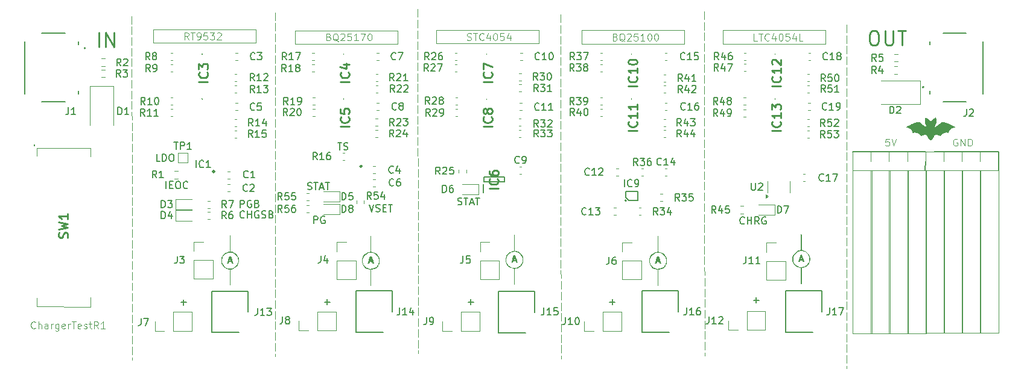
<source format=gbr>
%TF.GenerationSoftware,KiCad,Pcbnew,8.0.3-8.0.3-0~ubuntu22.04.1*%
%TF.CreationDate,2024-12-02T08:44:27+01:00*%
%TF.ProjectId,BreakoutboardRT9532,42726561-6b6f-4757-9462-6f6172645254,rev?*%
%TF.SameCoordinates,Original*%
%TF.FileFunction,Legend,Top*%
%TF.FilePolarity,Positive*%
%FSLAX46Y46*%
G04 Gerber Fmt 4.6, Leading zero omitted, Abs format (unit mm)*
G04 Created by KiCad (PCBNEW 8.0.3-8.0.3-0~ubuntu22.04.1) date 2024-12-02 08:44:27*
%MOMM*%
%LPD*%
G01*
G04 APERTURE LIST*
%ADD10C,0.150000*%
%ADD11C,0.250000*%
%ADD12C,0.100000*%
%ADD13C,0.200000*%
%ADD14C,0.254000*%
%ADD15C,0.120000*%
%ADD16C,0.000000*%
%ADD17C,0.127000*%
G04 APERTURE END LIST*
D10*
X155258207Y-79074580D02*
X155210588Y-79122200D01*
X155210588Y-79122200D02*
X155067731Y-79169819D01*
X155067731Y-79169819D02*
X154972493Y-79169819D01*
X154972493Y-79169819D02*
X154829636Y-79122200D01*
X154829636Y-79122200D02*
X154734398Y-79026961D01*
X154734398Y-79026961D02*
X154686779Y-78931723D01*
X154686779Y-78931723D02*
X154639160Y-78741247D01*
X154639160Y-78741247D02*
X154639160Y-78598390D01*
X154639160Y-78598390D02*
X154686779Y-78407914D01*
X154686779Y-78407914D02*
X154734398Y-78312676D01*
X154734398Y-78312676D02*
X154829636Y-78217438D01*
X154829636Y-78217438D02*
X154972493Y-78169819D01*
X154972493Y-78169819D02*
X155067731Y-78169819D01*
X155067731Y-78169819D02*
X155210588Y-78217438D01*
X155210588Y-78217438D02*
X155258207Y-78265057D01*
X155686779Y-79169819D02*
X155686779Y-78169819D01*
X155686779Y-78646009D02*
X156258207Y-78646009D01*
X156258207Y-79169819D02*
X156258207Y-78169819D01*
X157305826Y-79169819D02*
X156972493Y-78693628D01*
X156734398Y-79169819D02*
X156734398Y-78169819D01*
X156734398Y-78169819D02*
X157115350Y-78169819D01*
X157115350Y-78169819D02*
X157210588Y-78217438D01*
X157210588Y-78217438D02*
X157258207Y-78265057D01*
X157258207Y-78265057D02*
X157305826Y-78360295D01*
X157305826Y-78360295D02*
X157305826Y-78503152D01*
X157305826Y-78503152D02*
X157258207Y-78598390D01*
X157258207Y-78598390D02*
X157210588Y-78646009D01*
X157210588Y-78646009D02*
X157115350Y-78693628D01*
X157115350Y-78693628D02*
X156734398Y-78693628D01*
X158258207Y-78217438D02*
X158162969Y-78169819D01*
X158162969Y-78169819D02*
X158020112Y-78169819D01*
X158020112Y-78169819D02*
X157877255Y-78217438D01*
X157877255Y-78217438D02*
X157782017Y-78312676D01*
X157782017Y-78312676D02*
X157734398Y-78407914D01*
X157734398Y-78407914D02*
X157686779Y-78598390D01*
X157686779Y-78598390D02*
X157686779Y-78741247D01*
X157686779Y-78741247D02*
X157734398Y-78931723D01*
X157734398Y-78931723D02*
X157782017Y-79026961D01*
X157782017Y-79026961D02*
X157877255Y-79122200D01*
X157877255Y-79122200D02*
X158020112Y-79169819D01*
X158020112Y-79169819D02*
X158115350Y-79169819D01*
X158115350Y-79169819D02*
X158258207Y-79122200D01*
X158258207Y-79122200D02*
X158305826Y-79074580D01*
X158305826Y-79074580D02*
X158305826Y-78741247D01*
X158305826Y-78741247D02*
X158115350Y-78741247D01*
X115039160Y-76422200D02*
X115182017Y-76469819D01*
X115182017Y-76469819D02*
X115420112Y-76469819D01*
X115420112Y-76469819D02*
X115515350Y-76422200D01*
X115515350Y-76422200D02*
X115562969Y-76374580D01*
X115562969Y-76374580D02*
X115610588Y-76279342D01*
X115610588Y-76279342D02*
X115610588Y-76184104D01*
X115610588Y-76184104D02*
X115562969Y-76088866D01*
X115562969Y-76088866D02*
X115515350Y-76041247D01*
X115515350Y-76041247D02*
X115420112Y-75993628D01*
X115420112Y-75993628D02*
X115229636Y-75946009D01*
X115229636Y-75946009D02*
X115134398Y-75898390D01*
X115134398Y-75898390D02*
X115086779Y-75850771D01*
X115086779Y-75850771D02*
X115039160Y-75755533D01*
X115039160Y-75755533D02*
X115039160Y-75660295D01*
X115039160Y-75660295D02*
X115086779Y-75565057D01*
X115086779Y-75565057D02*
X115134398Y-75517438D01*
X115134398Y-75517438D02*
X115229636Y-75469819D01*
X115229636Y-75469819D02*
X115467731Y-75469819D01*
X115467731Y-75469819D02*
X115610588Y-75517438D01*
X115896303Y-75469819D02*
X116467731Y-75469819D01*
X116182017Y-76469819D02*
X116182017Y-75469819D01*
X116753446Y-76184104D02*
X117229636Y-76184104D01*
X116658208Y-76469819D02*
X116991541Y-75469819D01*
X116991541Y-75469819D02*
X117324874Y-76469819D01*
X117515351Y-75469819D02*
X118086779Y-75469819D01*
X117801065Y-76469819D02*
X117801065Y-75469819D01*
X93989160Y-74272200D02*
X94132017Y-74319819D01*
X94132017Y-74319819D02*
X94370112Y-74319819D01*
X94370112Y-74319819D02*
X94465350Y-74272200D01*
X94465350Y-74272200D02*
X94512969Y-74224580D01*
X94512969Y-74224580D02*
X94560588Y-74129342D01*
X94560588Y-74129342D02*
X94560588Y-74034104D01*
X94560588Y-74034104D02*
X94512969Y-73938866D01*
X94512969Y-73938866D02*
X94465350Y-73891247D01*
X94465350Y-73891247D02*
X94370112Y-73843628D01*
X94370112Y-73843628D02*
X94179636Y-73796009D01*
X94179636Y-73796009D02*
X94084398Y-73748390D01*
X94084398Y-73748390D02*
X94036779Y-73700771D01*
X94036779Y-73700771D02*
X93989160Y-73605533D01*
X93989160Y-73605533D02*
X93989160Y-73510295D01*
X93989160Y-73510295D02*
X94036779Y-73415057D01*
X94036779Y-73415057D02*
X94084398Y-73367438D01*
X94084398Y-73367438D02*
X94179636Y-73319819D01*
X94179636Y-73319819D02*
X94417731Y-73319819D01*
X94417731Y-73319819D02*
X94560588Y-73367438D01*
X94846303Y-73319819D02*
X95417731Y-73319819D01*
X95132017Y-74319819D02*
X95132017Y-73319819D01*
X95703446Y-74034104D02*
X96179636Y-74034104D01*
X95608208Y-74319819D02*
X95941541Y-73319819D01*
X95941541Y-73319819D02*
X96274874Y-74319819D01*
X96465351Y-73319819D02*
X97036779Y-73319819D01*
X96751065Y-74319819D02*
X96751065Y-73319819D01*
X94836779Y-79069819D02*
X94836779Y-78069819D01*
X94836779Y-78069819D02*
X95217731Y-78069819D01*
X95217731Y-78069819D02*
X95312969Y-78117438D01*
X95312969Y-78117438D02*
X95360588Y-78165057D01*
X95360588Y-78165057D02*
X95408207Y-78260295D01*
X95408207Y-78260295D02*
X95408207Y-78403152D01*
X95408207Y-78403152D02*
X95360588Y-78498390D01*
X95360588Y-78498390D02*
X95312969Y-78546009D01*
X95312969Y-78546009D02*
X95217731Y-78593628D01*
X95217731Y-78593628D02*
X94836779Y-78593628D01*
X96360588Y-78117438D02*
X96265350Y-78069819D01*
X96265350Y-78069819D02*
X96122493Y-78069819D01*
X96122493Y-78069819D02*
X95979636Y-78117438D01*
X95979636Y-78117438D02*
X95884398Y-78212676D01*
X95884398Y-78212676D02*
X95836779Y-78307914D01*
X95836779Y-78307914D02*
X95789160Y-78498390D01*
X95789160Y-78498390D02*
X95789160Y-78641247D01*
X95789160Y-78641247D02*
X95836779Y-78831723D01*
X95836779Y-78831723D02*
X95884398Y-78926961D01*
X95884398Y-78926961D02*
X95979636Y-79022200D01*
X95979636Y-79022200D02*
X96122493Y-79069819D01*
X96122493Y-79069819D02*
X96217731Y-79069819D01*
X96217731Y-79069819D02*
X96360588Y-79022200D01*
X96360588Y-79022200D02*
X96408207Y-78974580D01*
X96408207Y-78974580D02*
X96408207Y-78641247D01*
X96408207Y-78641247D02*
X96217731Y-78641247D01*
X102593922Y-76419819D02*
X102927255Y-77419819D01*
X102927255Y-77419819D02*
X103260588Y-76419819D01*
X103546303Y-77372200D02*
X103689160Y-77419819D01*
X103689160Y-77419819D02*
X103927255Y-77419819D01*
X103927255Y-77419819D02*
X104022493Y-77372200D01*
X104022493Y-77372200D02*
X104070112Y-77324580D01*
X104070112Y-77324580D02*
X104117731Y-77229342D01*
X104117731Y-77229342D02*
X104117731Y-77134104D01*
X104117731Y-77134104D02*
X104070112Y-77038866D01*
X104070112Y-77038866D02*
X104022493Y-76991247D01*
X104022493Y-76991247D02*
X103927255Y-76943628D01*
X103927255Y-76943628D02*
X103736779Y-76896009D01*
X103736779Y-76896009D02*
X103641541Y-76848390D01*
X103641541Y-76848390D02*
X103593922Y-76800771D01*
X103593922Y-76800771D02*
X103546303Y-76705533D01*
X103546303Y-76705533D02*
X103546303Y-76610295D01*
X103546303Y-76610295D02*
X103593922Y-76515057D01*
X103593922Y-76515057D02*
X103641541Y-76467438D01*
X103641541Y-76467438D02*
X103736779Y-76419819D01*
X103736779Y-76419819D02*
X103974874Y-76419819D01*
X103974874Y-76419819D02*
X104117731Y-76467438D01*
X104546303Y-76896009D02*
X104879636Y-76896009D01*
X105022493Y-77419819D02*
X104546303Y-77419819D01*
X104546303Y-77419819D02*
X104546303Y-76419819D01*
X104546303Y-76419819D02*
X105022493Y-76419819D01*
X105308208Y-76419819D02*
X105879636Y-76419819D01*
X105593922Y-77419819D02*
X105593922Y-76419819D01*
X98193922Y-67719819D02*
X98765350Y-67719819D01*
X98479636Y-68719819D02*
X98479636Y-67719819D01*
X99051065Y-68672200D02*
X99193922Y-68719819D01*
X99193922Y-68719819D02*
X99432017Y-68719819D01*
X99432017Y-68719819D02*
X99527255Y-68672200D01*
X99527255Y-68672200D02*
X99574874Y-68624580D01*
X99574874Y-68624580D02*
X99622493Y-68529342D01*
X99622493Y-68529342D02*
X99622493Y-68434104D01*
X99622493Y-68434104D02*
X99574874Y-68338866D01*
X99574874Y-68338866D02*
X99527255Y-68291247D01*
X99527255Y-68291247D02*
X99432017Y-68243628D01*
X99432017Y-68243628D02*
X99241541Y-68196009D01*
X99241541Y-68196009D02*
X99146303Y-68148390D01*
X99146303Y-68148390D02*
X99098684Y-68100771D01*
X99098684Y-68100771D02*
X99051065Y-68005533D01*
X99051065Y-68005533D02*
X99051065Y-67910295D01*
X99051065Y-67910295D02*
X99098684Y-67815057D01*
X99098684Y-67815057D02*
X99146303Y-67767438D01*
X99146303Y-67767438D02*
X99241541Y-67719819D01*
X99241541Y-67719819D02*
X99479636Y-67719819D01*
X99479636Y-67719819D02*
X99622493Y-67767438D01*
X85108207Y-78224580D02*
X85060588Y-78272200D01*
X85060588Y-78272200D02*
X84917731Y-78319819D01*
X84917731Y-78319819D02*
X84822493Y-78319819D01*
X84822493Y-78319819D02*
X84679636Y-78272200D01*
X84679636Y-78272200D02*
X84584398Y-78176961D01*
X84584398Y-78176961D02*
X84536779Y-78081723D01*
X84536779Y-78081723D02*
X84489160Y-77891247D01*
X84489160Y-77891247D02*
X84489160Y-77748390D01*
X84489160Y-77748390D02*
X84536779Y-77557914D01*
X84536779Y-77557914D02*
X84584398Y-77462676D01*
X84584398Y-77462676D02*
X84679636Y-77367438D01*
X84679636Y-77367438D02*
X84822493Y-77319819D01*
X84822493Y-77319819D02*
X84917731Y-77319819D01*
X84917731Y-77319819D02*
X85060588Y-77367438D01*
X85060588Y-77367438D02*
X85108207Y-77415057D01*
X85536779Y-78319819D02*
X85536779Y-77319819D01*
X85536779Y-77796009D02*
X86108207Y-77796009D01*
X86108207Y-78319819D02*
X86108207Y-77319819D01*
X87108207Y-77367438D02*
X87012969Y-77319819D01*
X87012969Y-77319819D02*
X86870112Y-77319819D01*
X86870112Y-77319819D02*
X86727255Y-77367438D01*
X86727255Y-77367438D02*
X86632017Y-77462676D01*
X86632017Y-77462676D02*
X86584398Y-77557914D01*
X86584398Y-77557914D02*
X86536779Y-77748390D01*
X86536779Y-77748390D02*
X86536779Y-77891247D01*
X86536779Y-77891247D02*
X86584398Y-78081723D01*
X86584398Y-78081723D02*
X86632017Y-78176961D01*
X86632017Y-78176961D02*
X86727255Y-78272200D01*
X86727255Y-78272200D02*
X86870112Y-78319819D01*
X86870112Y-78319819D02*
X86965350Y-78319819D01*
X86965350Y-78319819D02*
X87108207Y-78272200D01*
X87108207Y-78272200D02*
X87155826Y-78224580D01*
X87155826Y-78224580D02*
X87155826Y-77891247D01*
X87155826Y-77891247D02*
X86965350Y-77891247D01*
X87536779Y-78272200D02*
X87679636Y-78319819D01*
X87679636Y-78319819D02*
X87917731Y-78319819D01*
X87917731Y-78319819D02*
X88012969Y-78272200D01*
X88012969Y-78272200D02*
X88060588Y-78224580D01*
X88060588Y-78224580D02*
X88108207Y-78129342D01*
X88108207Y-78129342D02*
X88108207Y-78034104D01*
X88108207Y-78034104D02*
X88060588Y-77938866D01*
X88060588Y-77938866D02*
X88012969Y-77891247D01*
X88012969Y-77891247D02*
X87917731Y-77843628D01*
X87917731Y-77843628D02*
X87727255Y-77796009D01*
X87727255Y-77796009D02*
X87632017Y-77748390D01*
X87632017Y-77748390D02*
X87584398Y-77700771D01*
X87584398Y-77700771D02*
X87536779Y-77605533D01*
X87536779Y-77605533D02*
X87536779Y-77510295D01*
X87536779Y-77510295D02*
X87584398Y-77415057D01*
X87584398Y-77415057D02*
X87632017Y-77367438D01*
X87632017Y-77367438D02*
X87727255Y-77319819D01*
X87727255Y-77319819D02*
X87965350Y-77319819D01*
X87965350Y-77319819D02*
X88108207Y-77367438D01*
X88870112Y-77796009D02*
X89012969Y-77843628D01*
X89012969Y-77843628D02*
X89060588Y-77891247D01*
X89060588Y-77891247D02*
X89108207Y-77986485D01*
X89108207Y-77986485D02*
X89108207Y-78129342D01*
X89108207Y-78129342D02*
X89060588Y-78224580D01*
X89060588Y-78224580D02*
X89012969Y-78272200D01*
X89012969Y-78272200D02*
X88917731Y-78319819D01*
X88917731Y-78319819D02*
X88536779Y-78319819D01*
X88536779Y-78319819D02*
X88536779Y-77319819D01*
X88536779Y-77319819D02*
X88870112Y-77319819D01*
X88870112Y-77319819D02*
X88965350Y-77367438D01*
X88965350Y-77367438D02*
X89012969Y-77415057D01*
X89012969Y-77415057D02*
X89060588Y-77510295D01*
X89060588Y-77510295D02*
X89060588Y-77605533D01*
X89060588Y-77605533D02*
X89012969Y-77700771D01*
X89012969Y-77700771D02*
X88965350Y-77748390D01*
X88965350Y-77748390D02*
X88870112Y-77796009D01*
X88870112Y-77796009D02*
X88536779Y-77796009D01*
X84536779Y-76819819D02*
X84536779Y-75819819D01*
X84536779Y-75819819D02*
X84917731Y-75819819D01*
X84917731Y-75819819D02*
X85012969Y-75867438D01*
X85012969Y-75867438D02*
X85060588Y-75915057D01*
X85060588Y-75915057D02*
X85108207Y-76010295D01*
X85108207Y-76010295D02*
X85108207Y-76153152D01*
X85108207Y-76153152D02*
X85060588Y-76248390D01*
X85060588Y-76248390D02*
X85012969Y-76296009D01*
X85012969Y-76296009D02*
X84917731Y-76343628D01*
X84917731Y-76343628D02*
X84536779Y-76343628D01*
X86060588Y-75867438D02*
X85965350Y-75819819D01*
X85965350Y-75819819D02*
X85822493Y-75819819D01*
X85822493Y-75819819D02*
X85679636Y-75867438D01*
X85679636Y-75867438D02*
X85584398Y-75962676D01*
X85584398Y-75962676D02*
X85536779Y-76057914D01*
X85536779Y-76057914D02*
X85489160Y-76248390D01*
X85489160Y-76248390D02*
X85489160Y-76391247D01*
X85489160Y-76391247D02*
X85536779Y-76581723D01*
X85536779Y-76581723D02*
X85584398Y-76676961D01*
X85584398Y-76676961D02*
X85679636Y-76772200D01*
X85679636Y-76772200D02*
X85822493Y-76819819D01*
X85822493Y-76819819D02*
X85917731Y-76819819D01*
X85917731Y-76819819D02*
X86060588Y-76772200D01*
X86060588Y-76772200D02*
X86108207Y-76724580D01*
X86108207Y-76724580D02*
X86108207Y-76391247D01*
X86108207Y-76391247D02*
X85917731Y-76391247D01*
X86870112Y-76296009D02*
X87012969Y-76343628D01*
X87012969Y-76343628D02*
X87060588Y-76391247D01*
X87060588Y-76391247D02*
X87108207Y-76486485D01*
X87108207Y-76486485D02*
X87108207Y-76629342D01*
X87108207Y-76629342D02*
X87060588Y-76724580D01*
X87060588Y-76724580D02*
X87012969Y-76772200D01*
X87012969Y-76772200D02*
X86917731Y-76819819D01*
X86917731Y-76819819D02*
X86536779Y-76819819D01*
X86536779Y-76819819D02*
X86536779Y-75819819D01*
X86536779Y-75819819D02*
X86870112Y-75819819D01*
X86870112Y-75819819D02*
X86965350Y-75867438D01*
X86965350Y-75867438D02*
X87012969Y-75915057D01*
X87012969Y-75915057D02*
X87060588Y-76010295D01*
X87060588Y-76010295D02*
X87060588Y-76105533D01*
X87060588Y-76105533D02*
X87012969Y-76200771D01*
X87012969Y-76200771D02*
X86965350Y-76248390D01*
X86965350Y-76248390D02*
X86870112Y-76296009D01*
X86870112Y-76296009D02*
X86536779Y-76296009D01*
X74136779Y-74169819D02*
X74136779Y-73169819D01*
X74612969Y-73646009D02*
X74946302Y-73646009D01*
X75089159Y-74169819D02*
X74612969Y-74169819D01*
X74612969Y-74169819D02*
X74612969Y-73169819D01*
X74612969Y-73169819D02*
X75089159Y-73169819D01*
X75708207Y-73169819D02*
X75898683Y-73169819D01*
X75898683Y-73169819D02*
X75993921Y-73217438D01*
X75993921Y-73217438D02*
X76089159Y-73312676D01*
X76089159Y-73312676D02*
X76136778Y-73503152D01*
X76136778Y-73503152D02*
X76136778Y-73836485D01*
X76136778Y-73836485D02*
X76089159Y-74026961D01*
X76089159Y-74026961D02*
X75993921Y-74122200D01*
X75993921Y-74122200D02*
X75898683Y-74169819D01*
X75898683Y-74169819D02*
X75708207Y-74169819D01*
X75708207Y-74169819D02*
X75612969Y-74122200D01*
X75612969Y-74122200D02*
X75517731Y-74026961D01*
X75517731Y-74026961D02*
X75470112Y-73836485D01*
X75470112Y-73836485D02*
X75470112Y-73503152D01*
X75470112Y-73503152D02*
X75517731Y-73312676D01*
X75517731Y-73312676D02*
X75612969Y-73217438D01*
X75612969Y-73217438D02*
X75708207Y-73169819D01*
X77136778Y-74074580D02*
X77089159Y-74122200D01*
X77089159Y-74122200D02*
X76946302Y-74169819D01*
X76946302Y-74169819D02*
X76851064Y-74169819D01*
X76851064Y-74169819D02*
X76708207Y-74122200D01*
X76708207Y-74122200D02*
X76612969Y-74026961D01*
X76612969Y-74026961D02*
X76565350Y-73931723D01*
X76565350Y-73931723D02*
X76517731Y-73741247D01*
X76517731Y-73741247D02*
X76517731Y-73598390D01*
X76517731Y-73598390D02*
X76565350Y-73407914D01*
X76565350Y-73407914D02*
X76612969Y-73312676D01*
X76612969Y-73312676D02*
X76708207Y-73217438D01*
X76708207Y-73217438D02*
X76851064Y-73169819D01*
X76851064Y-73169819D02*
X76946302Y-73169819D01*
X76946302Y-73169819D02*
X77089159Y-73217438D01*
X77089159Y-73217438D02*
X77136778Y-73265057D01*
X73262969Y-70319819D02*
X72786779Y-70319819D01*
X72786779Y-70319819D02*
X72786779Y-69319819D01*
X73596303Y-70319819D02*
X73596303Y-69319819D01*
X73596303Y-69319819D02*
X73834398Y-69319819D01*
X73834398Y-69319819D02*
X73977255Y-69367438D01*
X73977255Y-69367438D02*
X74072493Y-69462676D01*
X74072493Y-69462676D02*
X74120112Y-69557914D01*
X74120112Y-69557914D02*
X74167731Y-69748390D01*
X74167731Y-69748390D02*
X74167731Y-69891247D01*
X74167731Y-69891247D02*
X74120112Y-70081723D01*
X74120112Y-70081723D02*
X74072493Y-70176961D01*
X74072493Y-70176961D02*
X73977255Y-70272200D01*
X73977255Y-70272200D02*
X73834398Y-70319819D01*
X73834398Y-70319819D02*
X73596303Y-70319819D01*
X74786779Y-69319819D02*
X74977255Y-69319819D01*
X74977255Y-69319819D02*
X75072493Y-69367438D01*
X75072493Y-69367438D02*
X75167731Y-69462676D01*
X75167731Y-69462676D02*
X75215350Y-69653152D01*
X75215350Y-69653152D02*
X75215350Y-69986485D01*
X75215350Y-69986485D02*
X75167731Y-70176961D01*
X75167731Y-70176961D02*
X75072493Y-70272200D01*
X75072493Y-70272200D02*
X74977255Y-70319819D01*
X74977255Y-70319819D02*
X74786779Y-70319819D01*
X74786779Y-70319819D02*
X74691541Y-70272200D01*
X74691541Y-70272200D02*
X74596303Y-70176961D01*
X74596303Y-70176961D02*
X74548684Y-69986485D01*
X74548684Y-69986485D02*
X74548684Y-69653152D01*
X74548684Y-69653152D02*
X74596303Y-69462676D01*
X74596303Y-69462676D02*
X74691541Y-69367438D01*
X74691541Y-69367438D02*
X74786779Y-69319819D01*
D11*
X64690663Y-54242238D02*
X64690663Y-52242238D01*
X65643044Y-54242238D02*
X65643044Y-52242238D01*
X65643044Y-52242238D02*
X66785901Y-54242238D01*
X66785901Y-54242238D02*
X66785901Y-52242238D01*
X173271615Y-51992238D02*
X173652568Y-51992238D01*
X173652568Y-51992238D02*
X173843044Y-52087476D01*
X173843044Y-52087476D02*
X174033520Y-52277952D01*
X174033520Y-52277952D02*
X174128758Y-52658904D01*
X174128758Y-52658904D02*
X174128758Y-53325571D01*
X174128758Y-53325571D02*
X174033520Y-53706523D01*
X174033520Y-53706523D02*
X173843044Y-53897000D01*
X173843044Y-53897000D02*
X173652568Y-53992238D01*
X173652568Y-53992238D02*
X173271615Y-53992238D01*
X173271615Y-53992238D02*
X173081139Y-53897000D01*
X173081139Y-53897000D02*
X172890663Y-53706523D01*
X172890663Y-53706523D02*
X172795425Y-53325571D01*
X172795425Y-53325571D02*
X172795425Y-52658904D01*
X172795425Y-52658904D02*
X172890663Y-52277952D01*
X172890663Y-52277952D02*
X173081139Y-52087476D01*
X173081139Y-52087476D02*
X173271615Y-51992238D01*
X174985901Y-51992238D02*
X174985901Y-53611285D01*
X174985901Y-53611285D02*
X175081139Y-53801761D01*
X175081139Y-53801761D02*
X175176377Y-53897000D01*
X175176377Y-53897000D02*
X175366853Y-53992238D01*
X175366853Y-53992238D02*
X175747806Y-53992238D01*
X175747806Y-53992238D02*
X175938282Y-53897000D01*
X175938282Y-53897000D02*
X176033520Y-53801761D01*
X176033520Y-53801761D02*
X176128758Y-53611285D01*
X176128758Y-53611285D02*
X176128758Y-51992238D01*
X176795425Y-51992238D02*
X177938282Y-51992238D01*
X177366853Y-53992238D02*
X177366853Y-51992238D01*
D12*
X55775312Y-93777180D02*
X55727693Y-93824800D01*
X55727693Y-93824800D02*
X55584836Y-93872419D01*
X55584836Y-93872419D02*
X55489598Y-93872419D01*
X55489598Y-93872419D02*
X55346741Y-93824800D01*
X55346741Y-93824800D02*
X55251503Y-93729561D01*
X55251503Y-93729561D02*
X55203884Y-93634323D01*
X55203884Y-93634323D02*
X55156265Y-93443847D01*
X55156265Y-93443847D02*
X55156265Y-93300990D01*
X55156265Y-93300990D02*
X55203884Y-93110514D01*
X55203884Y-93110514D02*
X55251503Y-93015276D01*
X55251503Y-93015276D02*
X55346741Y-92920038D01*
X55346741Y-92920038D02*
X55489598Y-92872419D01*
X55489598Y-92872419D02*
X55584836Y-92872419D01*
X55584836Y-92872419D02*
X55727693Y-92920038D01*
X55727693Y-92920038D02*
X55775312Y-92967657D01*
X56203884Y-93872419D02*
X56203884Y-92872419D01*
X56632455Y-93872419D02*
X56632455Y-93348609D01*
X56632455Y-93348609D02*
X56584836Y-93253371D01*
X56584836Y-93253371D02*
X56489598Y-93205752D01*
X56489598Y-93205752D02*
X56346741Y-93205752D01*
X56346741Y-93205752D02*
X56251503Y-93253371D01*
X56251503Y-93253371D02*
X56203884Y-93300990D01*
X57537217Y-93872419D02*
X57537217Y-93348609D01*
X57537217Y-93348609D02*
X57489598Y-93253371D01*
X57489598Y-93253371D02*
X57394360Y-93205752D01*
X57394360Y-93205752D02*
X57203884Y-93205752D01*
X57203884Y-93205752D02*
X57108646Y-93253371D01*
X57537217Y-93824800D02*
X57441979Y-93872419D01*
X57441979Y-93872419D02*
X57203884Y-93872419D01*
X57203884Y-93872419D02*
X57108646Y-93824800D01*
X57108646Y-93824800D02*
X57061027Y-93729561D01*
X57061027Y-93729561D02*
X57061027Y-93634323D01*
X57061027Y-93634323D02*
X57108646Y-93539085D01*
X57108646Y-93539085D02*
X57203884Y-93491466D01*
X57203884Y-93491466D02*
X57441979Y-93491466D01*
X57441979Y-93491466D02*
X57537217Y-93443847D01*
X58013408Y-93872419D02*
X58013408Y-93205752D01*
X58013408Y-93396228D02*
X58061027Y-93300990D01*
X58061027Y-93300990D02*
X58108646Y-93253371D01*
X58108646Y-93253371D02*
X58203884Y-93205752D01*
X58203884Y-93205752D02*
X58299122Y-93205752D01*
X59061027Y-93205752D02*
X59061027Y-94015276D01*
X59061027Y-94015276D02*
X59013408Y-94110514D01*
X59013408Y-94110514D02*
X58965789Y-94158133D01*
X58965789Y-94158133D02*
X58870551Y-94205752D01*
X58870551Y-94205752D02*
X58727694Y-94205752D01*
X58727694Y-94205752D02*
X58632456Y-94158133D01*
X59061027Y-93824800D02*
X58965789Y-93872419D01*
X58965789Y-93872419D02*
X58775313Y-93872419D01*
X58775313Y-93872419D02*
X58680075Y-93824800D01*
X58680075Y-93824800D02*
X58632456Y-93777180D01*
X58632456Y-93777180D02*
X58584837Y-93681942D01*
X58584837Y-93681942D02*
X58584837Y-93396228D01*
X58584837Y-93396228D02*
X58632456Y-93300990D01*
X58632456Y-93300990D02*
X58680075Y-93253371D01*
X58680075Y-93253371D02*
X58775313Y-93205752D01*
X58775313Y-93205752D02*
X58965789Y-93205752D01*
X58965789Y-93205752D02*
X59061027Y-93253371D01*
X59918170Y-93824800D02*
X59822932Y-93872419D01*
X59822932Y-93872419D02*
X59632456Y-93872419D01*
X59632456Y-93872419D02*
X59537218Y-93824800D01*
X59537218Y-93824800D02*
X59489599Y-93729561D01*
X59489599Y-93729561D02*
X59489599Y-93348609D01*
X59489599Y-93348609D02*
X59537218Y-93253371D01*
X59537218Y-93253371D02*
X59632456Y-93205752D01*
X59632456Y-93205752D02*
X59822932Y-93205752D01*
X59822932Y-93205752D02*
X59918170Y-93253371D01*
X59918170Y-93253371D02*
X59965789Y-93348609D01*
X59965789Y-93348609D02*
X59965789Y-93443847D01*
X59965789Y-93443847D02*
X59489599Y-93539085D01*
X60394361Y-93872419D02*
X60394361Y-93205752D01*
X60394361Y-93396228D02*
X60441980Y-93300990D01*
X60441980Y-93300990D02*
X60489599Y-93253371D01*
X60489599Y-93253371D02*
X60584837Y-93205752D01*
X60584837Y-93205752D02*
X60680075Y-93205752D01*
X60870552Y-92872419D02*
X61441980Y-92872419D01*
X61156266Y-93872419D02*
X61156266Y-92872419D01*
X62156266Y-93824800D02*
X62061028Y-93872419D01*
X62061028Y-93872419D02*
X61870552Y-93872419D01*
X61870552Y-93872419D02*
X61775314Y-93824800D01*
X61775314Y-93824800D02*
X61727695Y-93729561D01*
X61727695Y-93729561D02*
X61727695Y-93348609D01*
X61727695Y-93348609D02*
X61775314Y-93253371D01*
X61775314Y-93253371D02*
X61870552Y-93205752D01*
X61870552Y-93205752D02*
X62061028Y-93205752D01*
X62061028Y-93205752D02*
X62156266Y-93253371D01*
X62156266Y-93253371D02*
X62203885Y-93348609D01*
X62203885Y-93348609D02*
X62203885Y-93443847D01*
X62203885Y-93443847D02*
X61727695Y-93539085D01*
X62584838Y-93824800D02*
X62680076Y-93872419D01*
X62680076Y-93872419D02*
X62870552Y-93872419D01*
X62870552Y-93872419D02*
X62965790Y-93824800D01*
X62965790Y-93824800D02*
X63013409Y-93729561D01*
X63013409Y-93729561D02*
X63013409Y-93681942D01*
X63013409Y-93681942D02*
X62965790Y-93586704D01*
X62965790Y-93586704D02*
X62870552Y-93539085D01*
X62870552Y-93539085D02*
X62727695Y-93539085D01*
X62727695Y-93539085D02*
X62632457Y-93491466D01*
X62632457Y-93491466D02*
X62584838Y-93396228D01*
X62584838Y-93396228D02*
X62584838Y-93348609D01*
X62584838Y-93348609D02*
X62632457Y-93253371D01*
X62632457Y-93253371D02*
X62727695Y-93205752D01*
X62727695Y-93205752D02*
X62870552Y-93205752D01*
X62870552Y-93205752D02*
X62965790Y-93253371D01*
X63299124Y-93205752D02*
X63680076Y-93205752D01*
X63441981Y-92872419D02*
X63441981Y-93729561D01*
X63441981Y-93729561D02*
X63489600Y-93824800D01*
X63489600Y-93824800D02*
X63584838Y-93872419D01*
X63584838Y-93872419D02*
X63680076Y-93872419D01*
X64584838Y-93872419D02*
X64251505Y-93396228D01*
X64013410Y-93872419D02*
X64013410Y-92872419D01*
X64013410Y-92872419D02*
X64394362Y-92872419D01*
X64394362Y-92872419D02*
X64489600Y-92920038D01*
X64489600Y-92920038D02*
X64537219Y-92967657D01*
X64537219Y-92967657D02*
X64584838Y-93062895D01*
X64584838Y-93062895D02*
X64584838Y-93205752D01*
X64584838Y-93205752D02*
X64537219Y-93300990D01*
X64537219Y-93300990D02*
X64489600Y-93348609D01*
X64489600Y-93348609D02*
X64394362Y-93396228D01*
X64394362Y-93396228D02*
X64013410Y-93396228D01*
X65537219Y-93872419D02*
X64965791Y-93872419D01*
X65251505Y-93872419D02*
X65251505Y-92872419D01*
X65251505Y-92872419D02*
X65156267Y-93015276D01*
X65156267Y-93015276D02*
X65061029Y-93110514D01*
X65061029Y-93110514D02*
X64965791Y-93158133D01*
X185127693Y-67220038D02*
X185032455Y-67172419D01*
X185032455Y-67172419D02*
X184889598Y-67172419D01*
X184889598Y-67172419D02*
X184746741Y-67220038D01*
X184746741Y-67220038D02*
X184651503Y-67315276D01*
X184651503Y-67315276D02*
X184603884Y-67410514D01*
X184603884Y-67410514D02*
X184556265Y-67600990D01*
X184556265Y-67600990D02*
X184556265Y-67743847D01*
X184556265Y-67743847D02*
X184603884Y-67934323D01*
X184603884Y-67934323D02*
X184651503Y-68029561D01*
X184651503Y-68029561D02*
X184746741Y-68124800D01*
X184746741Y-68124800D02*
X184889598Y-68172419D01*
X184889598Y-68172419D02*
X184984836Y-68172419D01*
X184984836Y-68172419D02*
X185127693Y-68124800D01*
X185127693Y-68124800D02*
X185175312Y-68077180D01*
X185175312Y-68077180D02*
X185175312Y-67743847D01*
X185175312Y-67743847D02*
X184984836Y-67743847D01*
X185603884Y-68172419D02*
X185603884Y-67172419D01*
X185603884Y-67172419D02*
X186175312Y-68172419D01*
X186175312Y-68172419D02*
X186175312Y-67172419D01*
X186651503Y-68172419D02*
X186651503Y-67172419D01*
X186651503Y-67172419D02*
X186889598Y-67172419D01*
X186889598Y-67172419D02*
X187032455Y-67220038D01*
X187032455Y-67220038D02*
X187127693Y-67315276D01*
X187127693Y-67315276D02*
X187175312Y-67410514D01*
X187175312Y-67410514D02*
X187222931Y-67600990D01*
X187222931Y-67600990D02*
X187222931Y-67743847D01*
X187222931Y-67743847D02*
X187175312Y-67934323D01*
X187175312Y-67934323D02*
X187127693Y-68029561D01*
X187127693Y-68029561D02*
X187032455Y-68124800D01*
X187032455Y-68124800D02*
X186889598Y-68172419D01*
X186889598Y-68172419D02*
X186651503Y-68172419D01*
X175580074Y-67172419D02*
X175103884Y-67172419D01*
X175103884Y-67172419D02*
X175056265Y-67648609D01*
X175056265Y-67648609D02*
X175103884Y-67600990D01*
X175103884Y-67600990D02*
X175199122Y-67553371D01*
X175199122Y-67553371D02*
X175437217Y-67553371D01*
X175437217Y-67553371D02*
X175532455Y-67600990D01*
X175532455Y-67600990D02*
X175580074Y-67648609D01*
X175580074Y-67648609D02*
X175627693Y-67743847D01*
X175627693Y-67743847D02*
X175627693Y-67981942D01*
X175627693Y-67981942D02*
X175580074Y-68077180D01*
X175580074Y-68077180D02*
X175532455Y-68124800D01*
X175532455Y-68124800D02*
X175437217Y-68172419D01*
X175437217Y-68172419D02*
X175199122Y-68172419D01*
X175199122Y-68172419D02*
X175103884Y-68124800D01*
X175103884Y-68124800D02*
X175056265Y-68077180D01*
X175913408Y-67172419D02*
X176246741Y-68172419D01*
X176246741Y-68172419D02*
X176580074Y-67172419D01*
D13*
X190950000Y-69000000D02*
X190980000Y-71570000D01*
X181900000Y-68980000D02*
X190950000Y-69000000D01*
X180670000Y-70310000D02*
X180650000Y-71550000D01*
D12*
X170470000Y-71605000D02*
X170470000Y-70335000D01*
D13*
X170470000Y-69005000D02*
X180670000Y-68980000D01*
D10*
X156536779Y-89888866D02*
X157298684Y-89888866D01*
X156917731Y-90269819D02*
X156917731Y-89507914D01*
X136336779Y-90138866D02*
X137098684Y-90138866D01*
X136717731Y-90519819D02*
X136717731Y-89757914D01*
X116486779Y-90138866D02*
X117248684Y-90138866D01*
X116867731Y-90519819D02*
X116867731Y-89757914D01*
X96336779Y-90138866D02*
X97098684Y-90138866D01*
X96717731Y-90519819D02*
X96717731Y-89757914D01*
X76186779Y-90188866D02*
X76948684Y-90188866D01*
X76567731Y-90569819D02*
X76567731Y-89807914D01*
D12*
X157080074Y-53372419D02*
X156603884Y-53372419D01*
X156603884Y-53372419D02*
X156603884Y-52372419D01*
X157270551Y-52372419D02*
X157841979Y-52372419D01*
X157556265Y-53372419D02*
X157556265Y-52372419D01*
X158746741Y-53277180D02*
X158699122Y-53324800D01*
X158699122Y-53324800D02*
X158556265Y-53372419D01*
X158556265Y-53372419D02*
X158461027Y-53372419D01*
X158461027Y-53372419D02*
X158318170Y-53324800D01*
X158318170Y-53324800D02*
X158222932Y-53229561D01*
X158222932Y-53229561D02*
X158175313Y-53134323D01*
X158175313Y-53134323D02*
X158127694Y-52943847D01*
X158127694Y-52943847D02*
X158127694Y-52800990D01*
X158127694Y-52800990D02*
X158175313Y-52610514D01*
X158175313Y-52610514D02*
X158222932Y-52515276D01*
X158222932Y-52515276D02*
X158318170Y-52420038D01*
X158318170Y-52420038D02*
X158461027Y-52372419D01*
X158461027Y-52372419D02*
X158556265Y-52372419D01*
X158556265Y-52372419D02*
X158699122Y-52420038D01*
X158699122Y-52420038D02*
X158746741Y-52467657D01*
X159603884Y-52705752D02*
X159603884Y-53372419D01*
X159365789Y-52324800D02*
X159127694Y-53039085D01*
X159127694Y-53039085D02*
X159746741Y-53039085D01*
X160318170Y-52372419D02*
X160413408Y-52372419D01*
X160413408Y-52372419D02*
X160508646Y-52420038D01*
X160508646Y-52420038D02*
X160556265Y-52467657D01*
X160556265Y-52467657D02*
X160603884Y-52562895D01*
X160603884Y-52562895D02*
X160651503Y-52753371D01*
X160651503Y-52753371D02*
X160651503Y-52991466D01*
X160651503Y-52991466D02*
X160603884Y-53181942D01*
X160603884Y-53181942D02*
X160556265Y-53277180D01*
X160556265Y-53277180D02*
X160508646Y-53324800D01*
X160508646Y-53324800D02*
X160413408Y-53372419D01*
X160413408Y-53372419D02*
X160318170Y-53372419D01*
X160318170Y-53372419D02*
X160222932Y-53324800D01*
X160222932Y-53324800D02*
X160175313Y-53277180D01*
X160175313Y-53277180D02*
X160127694Y-53181942D01*
X160127694Y-53181942D02*
X160080075Y-52991466D01*
X160080075Y-52991466D02*
X160080075Y-52753371D01*
X160080075Y-52753371D02*
X160127694Y-52562895D01*
X160127694Y-52562895D02*
X160175313Y-52467657D01*
X160175313Y-52467657D02*
X160222932Y-52420038D01*
X160222932Y-52420038D02*
X160318170Y-52372419D01*
X161556265Y-52372419D02*
X161080075Y-52372419D01*
X161080075Y-52372419D02*
X161032456Y-52848609D01*
X161032456Y-52848609D02*
X161080075Y-52800990D01*
X161080075Y-52800990D02*
X161175313Y-52753371D01*
X161175313Y-52753371D02*
X161413408Y-52753371D01*
X161413408Y-52753371D02*
X161508646Y-52800990D01*
X161508646Y-52800990D02*
X161556265Y-52848609D01*
X161556265Y-52848609D02*
X161603884Y-52943847D01*
X161603884Y-52943847D02*
X161603884Y-53181942D01*
X161603884Y-53181942D02*
X161556265Y-53277180D01*
X161556265Y-53277180D02*
X161508646Y-53324800D01*
X161508646Y-53324800D02*
X161413408Y-53372419D01*
X161413408Y-53372419D02*
X161175313Y-53372419D01*
X161175313Y-53372419D02*
X161080075Y-53324800D01*
X161080075Y-53324800D02*
X161032456Y-53277180D01*
X162461027Y-52705752D02*
X162461027Y-53372419D01*
X162222932Y-52324800D02*
X161984837Y-53039085D01*
X161984837Y-53039085D02*
X162603884Y-53039085D01*
X163461027Y-53372419D02*
X162984837Y-53372419D01*
X162984837Y-53372419D02*
X162984837Y-52372419D01*
X152250000Y-51900000D02*
X166650000Y-51900000D01*
X166650000Y-53800000D01*
X152250000Y-53800000D01*
X152250000Y-51900000D01*
X132450000Y-51900000D02*
X146850000Y-51900000D01*
X146850000Y-53800000D01*
X132450000Y-53800000D01*
X132450000Y-51900000D01*
X137137217Y-52848609D02*
X137280074Y-52896228D01*
X137280074Y-52896228D02*
X137327693Y-52943847D01*
X137327693Y-52943847D02*
X137375312Y-53039085D01*
X137375312Y-53039085D02*
X137375312Y-53181942D01*
X137375312Y-53181942D02*
X137327693Y-53277180D01*
X137327693Y-53277180D02*
X137280074Y-53324800D01*
X137280074Y-53324800D02*
X137184836Y-53372419D01*
X137184836Y-53372419D02*
X136803884Y-53372419D01*
X136803884Y-53372419D02*
X136803884Y-52372419D01*
X136803884Y-52372419D02*
X137137217Y-52372419D01*
X137137217Y-52372419D02*
X137232455Y-52420038D01*
X137232455Y-52420038D02*
X137280074Y-52467657D01*
X137280074Y-52467657D02*
X137327693Y-52562895D01*
X137327693Y-52562895D02*
X137327693Y-52658133D01*
X137327693Y-52658133D02*
X137280074Y-52753371D01*
X137280074Y-52753371D02*
X137232455Y-52800990D01*
X137232455Y-52800990D02*
X137137217Y-52848609D01*
X137137217Y-52848609D02*
X136803884Y-52848609D01*
X138470550Y-53467657D02*
X138375312Y-53420038D01*
X138375312Y-53420038D02*
X138280074Y-53324800D01*
X138280074Y-53324800D02*
X138137217Y-53181942D01*
X138137217Y-53181942D02*
X138041979Y-53134323D01*
X138041979Y-53134323D02*
X137946741Y-53134323D01*
X137994360Y-53372419D02*
X137899122Y-53324800D01*
X137899122Y-53324800D02*
X137803884Y-53229561D01*
X137803884Y-53229561D02*
X137756265Y-53039085D01*
X137756265Y-53039085D02*
X137756265Y-52705752D01*
X137756265Y-52705752D02*
X137803884Y-52515276D01*
X137803884Y-52515276D02*
X137899122Y-52420038D01*
X137899122Y-52420038D02*
X137994360Y-52372419D01*
X137994360Y-52372419D02*
X138184836Y-52372419D01*
X138184836Y-52372419D02*
X138280074Y-52420038D01*
X138280074Y-52420038D02*
X138375312Y-52515276D01*
X138375312Y-52515276D02*
X138422931Y-52705752D01*
X138422931Y-52705752D02*
X138422931Y-53039085D01*
X138422931Y-53039085D02*
X138375312Y-53229561D01*
X138375312Y-53229561D02*
X138280074Y-53324800D01*
X138280074Y-53324800D02*
X138184836Y-53372419D01*
X138184836Y-53372419D02*
X137994360Y-53372419D01*
X138803884Y-52467657D02*
X138851503Y-52420038D01*
X138851503Y-52420038D02*
X138946741Y-52372419D01*
X138946741Y-52372419D02*
X139184836Y-52372419D01*
X139184836Y-52372419D02*
X139280074Y-52420038D01*
X139280074Y-52420038D02*
X139327693Y-52467657D01*
X139327693Y-52467657D02*
X139375312Y-52562895D01*
X139375312Y-52562895D02*
X139375312Y-52658133D01*
X139375312Y-52658133D02*
X139327693Y-52800990D01*
X139327693Y-52800990D02*
X138756265Y-53372419D01*
X138756265Y-53372419D02*
X139375312Y-53372419D01*
X140280074Y-52372419D02*
X139803884Y-52372419D01*
X139803884Y-52372419D02*
X139756265Y-52848609D01*
X139756265Y-52848609D02*
X139803884Y-52800990D01*
X139803884Y-52800990D02*
X139899122Y-52753371D01*
X139899122Y-52753371D02*
X140137217Y-52753371D01*
X140137217Y-52753371D02*
X140232455Y-52800990D01*
X140232455Y-52800990D02*
X140280074Y-52848609D01*
X140280074Y-52848609D02*
X140327693Y-52943847D01*
X140327693Y-52943847D02*
X140327693Y-53181942D01*
X140327693Y-53181942D02*
X140280074Y-53277180D01*
X140280074Y-53277180D02*
X140232455Y-53324800D01*
X140232455Y-53324800D02*
X140137217Y-53372419D01*
X140137217Y-53372419D02*
X139899122Y-53372419D01*
X139899122Y-53372419D02*
X139803884Y-53324800D01*
X139803884Y-53324800D02*
X139756265Y-53277180D01*
X141280074Y-53372419D02*
X140708646Y-53372419D01*
X140994360Y-53372419D02*
X140994360Y-52372419D01*
X140994360Y-52372419D02*
X140899122Y-52515276D01*
X140899122Y-52515276D02*
X140803884Y-52610514D01*
X140803884Y-52610514D02*
X140708646Y-52658133D01*
X141899122Y-52372419D02*
X141994360Y-52372419D01*
X141994360Y-52372419D02*
X142089598Y-52420038D01*
X142089598Y-52420038D02*
X142137217Y-52467657D01*
X142137217Y-52467657D02*
X142184836Y-52562895D01*
X142184836Y-52562895D02*
X142232455Y-52753371D01*
X142232455Y-52753371D02*
X142232455Y-52991466D01*
X142232455Y-52991466D02*
X142184836Y-53181942D01*
X142184836Y-53181942D02*
X142137217Y-53277180D01*
X142137217Y-53277180D02*
X142089598Y-53324800D01*
X142089598Y-53324800D02*
X141994360Y-53372419D01*
X141994360Y-53372419D02*
X141899122Y-53372419D01*
X141899122Y-53372419D02*
X141803884Y-53324800D01*
X141803884Y-53324800D02*
X141756265Y-53277180D01*
X141756265Y-53277180D02*
X141708646Y-53181942D01*
X141708646Y-53181942D02*
X141661027Y-52991466D01*
X141661027Y-52991466D02*
X141661027Y-52753371D01*
X141661027Y-52753371D02*
X141708646Y-52562895D01*
X141708646Y-52562895D02*
X141756265Y-52467657D01*
X141756265Y-52467657D02*
X141803884Y-52420038D01*
X141803884Y-52420038D02*
X141899122Y-52372419D01*
X142851503Y-52372419D02*
X142946741Y-52372419D01*
X142946741Y-52372419D02*
X143041979Y-52420038D01*
X143041979Y-52420038D02*
X143089598Y-52467657D01*
X143089598Y-52467657D02*
X143137217Y-52562895D01*
X143137217Y-52562895D02*
X143184836Y-52753371D01*
X143184836Y-52753371D02*
X143184836Y-52991466D01*
X143184836Y-52991466D02*
X143137217Y-53181942D01*
X143137217Y-53181942D02*
X143089598Y-53277180D01*
X143089598Y-53277180D02*
X143041979Y-53324800D01*
X143041979Y-53324800D02*
X142946741Y-53372419D01*
X142946741Y-53372419D02*
X142851503Y-53372419D01*
X142851503Y-53372419D02*
X142756265Y-53324800D01*
X142756265Y-53324800D02*
X142708646Y-53277180D01*
X142708646Y-53277180D02*
X142661027Y-53181942D01*
X142661027Y-53181942D02*
X142613408Y-52991466D01*
X142613408Y-52991466D02*
X142613408Y-52753371D01*
X142613408Y-52753371D02*
X142661027Y-52562895D01*
X142661027Y-52562895D02*
X142708646Y-52467657D01*
X142708646Y-52467657D02*
X142756265Y-52420038D01*
X142756265Y-52420038D02*
X142851503Y-52372419D01*
X112050000Y-51850000D02*
X126450000Y-51850000D01*
X126450000Y-53750000D01*
X112050000Y-53750000D01*
X112050000Y-51850000D01*
X116356265Y-53274800D02*
X116499122Y-53322419D01*
X116499122Y-53322419D02*
X116737217Y-53322419D01*
X116737217Y-53322419D02*
X116832455Y-53274800D01*
X116832455Y-53274800D02*
X116880074Y-53227180D01*
X116880074Y-53227180D02*
X116927693Y-53131942D01*
X116927693Y-53131942D02*
X116927693Y-53036704D01*
X116927693Y-53036704D02*
X116880074Y-52941466D01*
X116880074Y-52941466D02*
X116832455Y-52893847D01*
X116832455Y-52893847D02*
X116737217Y-52846228D01*
X116737217Y-52846228D02*
X116546741Y-52798609D01*
X116546741Y-52798609D02*
X116451503Y-52750990D01*
X116451503Y-52750990D02*
X116403884Y-52703371D01*
X116403884Y-52703371D02*
X116356265Y-52608133D01*
X116356265Y-52608133D02*
X116356265Y-52512895D01*
X116356265Y-52512895D02*
X116403884Y-52417657D01*
X116403884Y-52417657D02*
X116451503Y-52370038D01*
X116451503Y-52370038D02*
X116546741Y-52322419D01*
X116546741Y-52322419D02*
X116784836Y-52322419D01*
X116784836Y-52322419D02*
X116927693Y-52370038D01*
X117213408Y-52322419D02*
X117784836Y-52322419D01*
X117499122Y-53322419D02*
X117499122Y-52322419D01*
X118689598Y-53227180D02*
X118641979Y-53274800D01*
X118641979Y-53274800D02*
X118499122Y-53322419D01*
X118499122Y-53322419D02*
X118403884Y-53322419D01*
X118403884Y-53322419D02*
X118261027Y-53274800D01*
X118261027Y-53274800D02*
X118165789Y-53179561D01*
X118165789Y-53179561D02*
X118118170Y-53084323D01*
X118118170Y-53084323D02*
X118070551Y-52893847D01*
X118070551Y-52893847D02*
X118070551Y-52750990D01*
X118070551Y-52750990D02*
X118118170Y-52560514D01*
X118118170Y-52560514D02*
X118165789Y-52465276D01*
X118165789Y-52465276D02*
X118261027Y-52370038D01*
X118261027Y-52370038D02*
X118403884Y-52322419D01*
X118403884Y-52322419D02*
X118499122Y-52322419D01*
X118499122Y-52322419D02*
X118641979Y-52370038D01*
X118641979Y-52370038D02*
X118689598Y-52417657D01*
X119546741Y-52655752D02*
X119546741Y-53322419D01*
X119308646Y-52274800D02*
X119070551Y-52989085D01*
X119070551Y-52989085D02*
X119689598Y-52989085D01*
X120261027Y-52322419D02*
X120356265Y-52322419D01*
X120356265Y-52322419D02*
X120451503Y-52370038D01*
X120451503Y-52370038D02*
X120499122Y-52417657D01*
X120499122Y-52417657D02*
X120546741Y-52512895D01*
X120546741Y-52512895D02*
X120594360Y-52703371D01*
X120594360Y-52703371D02*
X120594360Y-52941466D01*
X120594360Y-52941466D02*
X120546741Y-53131942D01*
X120546741Y-53131942D02*
X120499122Y-53227180D01*
X120499122Y-53227180D02*
X120451503Y-53274800D01*
X120451503Y-53274800D02*
X120356265Y-53322419D01*
X120356265Y-53322419D02*
X120261027Y-53322419D01*
X120261027Y-53322419D02*
X120165789Y-53274800D01*
X120165789Y-53274800D02*
X120118170Y-53227180D01*
X120118170Y-53227180D02*
X120070551Y-53131942D01*
X120070551Y-53131942D02*
X120022932Y-52941466D01*
X120022932Y-52941466D02*
X120022932Y-52703371D01*
X120022932Y-52703371D02*
X120070551Y-52512895D01*
X120070551Y-52512895D02*
X120118170Y-52417657D01*
X120118170Y-52417657D02*
X120165789Y-52370038D01*
X120165789Y-52370038D02*
X120261027Y-52322419D01*
X121499122Y-52322419D02*
X121022932Y-52322419D01*
X121022932Y-52322419D02*
X120975313Y-52798609D01*
X120975313Y-52798609D02*
X121022932Y-52750990D01*
X121022932Y-52750990D02*
X121118170Y-52703371D01*
X121118170Y-52703371D02*
X121356265Y-52703371D01*
X121356265Y-52703371D02*
X121451503Y-52750990D01*
X121451503Y-52750990D02*
X121499122Y-52798609D01*
X121499122Y-52798609D02*
X121546741Y-52893847D01*
X121546741Y-52893847D02*
X121546741Y-53131942D01*
X121546741Y-53131942D02*
X121499122Y-53227180D01*
X121499122Y-53227180D02*
X121451503Y-53274800D01*
X121451503Y-53274800D02*
X121356265Y-53322419D01*
X121356265Y-53322419D02*
X121118170Y-53322419D01*
X121118170Y-53322419D02*
X121022932Y-53274800D01*
X121022932Y-53274800D02*
X120975313Y-53227180D01*
X122403884Y-52655752D02*
X122403884Y-53322419D01*
X122165789Y-52274800D02*
X121927694Y-52989085D01*
X121927694Y-52989085D02*
X122546741Y-52989085D01*
X169581512Y-51102340D02*
X169582648Y-52202339D01*
X169583062Y-52602339D02*
X169584198Y-53702339D01*
X169584611Y-54102338D02*
X169585748Y-55202338D01*
X169586161Y-55602338D02*
X169587297Y-56702337D01*
X169587710Y-57102337D02*
X169588847Y-58202336D01*
X169589260Y-58602336D02*
X169590396Y-59702335D01*
X169590810Y-60102335D02*
X169591946Y-61202335D01*
X169592359Y-61602334D02*
X169593495Y-62702334D01*
X169593909Y-63102334D02*
X169595045Y-64202333D01*
X169595458Y-64602333D02*
X169596595Y-65702332D01*
X169597008Y-66102332D02*
X169598144Y-67202331D01*
X169598557Y-67602331D02*
X169599694Y-68702331D01*
X169600107Y-69102330D02*
X169601243Y-70202330D01*
X169601657Y-70602330D02*
X169602793Y-71702329D01*
X169603206Y-72102329D02*
X169604343Y-73202328D01*
X169604756Y-73602328D02*
X169605892Y-74702327D01*
X169606305Y-75102327D02*
X169607442Y-76202327D01*
X169607855Y-76602326D02*
X169608991Y-77702326D01*
X169609405Y-78102326D02*
X169610541Y-79202325D01*
X169610954Y-79602325D02*
X169612090Y-80702324D01*
X169612504Y-81102324D02*
X169613640Y-82202323D01*
X169614053Y-82602323D02*
X169615190Y-83702323D01*
X169615603Y-84102322D02*
X169616739Y-85202322D01*
X169617152Y-85602322D02*
X169618289Y-86702321D01*
X169618702Y-87102321D02*
X169619838Y-88202320D01*
X169620252Y-88602320D02*
X169621388Y-89702319D01*
X169621801Y-90102319D02*
X169622938Y-91202319D01*
X169623351Y-91602318D02*
X169624487Y-92702318D01*
X169624900Y-93102318D02*
X169626037Y-94202317D01*
X169626450Y-94602317D02*
X169627586Y-95702316D01*
X169628000Y-96102316D02*
X169629136Y-97202315D01*
X169629549Y-97602315D02*
X169630686Y-98702315D01*
X169631099Y-99102314D02*
X169631512Y-99502340D01*
X149625000Y-49250000D02*
X149626136Y-50349999D01*
X149626550Y-50749999D02*
X149627686Y-51849999D01*
X149628099Y-52249998D02*
X149629236Y-53349998D01*
X149629649Y-53749998D02*
X149630785Y-54849997D01*
X149631198Y-55249997D02*
X149632335Y-56349996D01*
X149632748Y-56749996D02*
X149633884Y-57849995D01*
X149634298Y-58249995D02*
X149635434Y-59349995D01*
X149635847Y-59749994D02*
X149636983Y-60849994D01*
X149637397Y-61249994D02*
X149638533Y-62349993D01*
X149638946Y-62749993D02*
X149640083Y-63849992D01*
X149640496Y-64249992D02*
X149641632Y-65349991D01*
X149642045Y-65749991D02*
X149643182Y-66849991D01*
X149643595Y-67249990D02*
X149644731Y-68349990D01*
X149645145Y-68749990D02*
X149646281Y-69849989D01*
X149646694Y-70249989D02*
X149647831Y-71349988D01*
X149648244Y-71749988D02*
X149649380Y-72849987D01*
X149649793Y-73249987D02*
X149650930Y-74349987D01*
X149651343Y-74749986D02*
X149652479Y-75849986D01*
X149652893Y-76249986D02*
X149654029Y-77349985D01*
X149654442Y-77749985D02*
X149655578Y-78849984D01*
X149655992Y-79249984D02*
X149657128Y-80349983D01*
X149657541Y-80749983D02*
X149658678Y-81849983D01*
X149659091Y-82249982D02*
X149660227Y-83349982D01*
X149660640Y-83749982D02*
X149661777Y-84849981D01*
X149662190Y-85249981D02*
X149663326Y-86349980D01*
X149663740Y-86749980D02*
X149664876Y-87849979D01*
X149665289Y-88249979D02*
X149666426Y-89349979D01*
X149666839Y-89749978D02*
X149667975Y-90849978D01*
X149668388Y-91249978D02*
X149669525Y-92349977D01*
X149669938Y-92749977D02*
X149671074Y-93849976D01*
X149671488Y-94249976D02*
X149672624Y-95349975D01*
X149673037Y-95749975D02*
X149674174Y-96849975D01*
X149674587Y-97249974D02*
X149675000Y-97650000D01*
X129475000Y-49700000D02*
X129476136Y-50799999D01*
X129476550Y-51199999D02*
X129477686Y-52299999D01*
X129478099Y-52699998D02*
X129479236Y-53799998D01*
X129479649Y-54199998D02*
X129480785Y-55299997D01*
X129481198Y-55699997D02*
X129482335Y-56799996D01*
X129482748Y-57199996D02*
X129483884Y-58299995D01*
X129484298Y-58699995D02*
X129485434Y-59799995D01*
X129485847Y-60199994D02*
X129486983Y-61299994D01*
X129487397Y-61699994D02*
X129488533Y-62799993D01*
X129488946Y-63199993D02*
X129490083Y-64299992D01*
X129490496Y-64699992D02*
X129491632Y-65799991D01*
X129492045Y-66199991D02*
X129493182Y-67299991D01*
X129493595Y-67699990D02*
X129494731Y-68799990D01*
X129495145Y-69199990D02*
X129496281Y-70299989D01*
X129496694Y-70699989D02*
X129497831Y-71799988D01*
X129498244Y-72199988D02*
X129499380Y-73299987D01*
X129499793Y-73699987D02*
X129500930Y-74799987D01*
X129501343Y-75199986D02*
X129502479Y-76299986D01*
X129502893Y-76699986D02*
X129504029Y-77799985D01*
X129504442Y-78199985D02*
X129505578Y-79299984D01*
X129505992Y-79699984D02*
X129507128Y-80799983D01*
X129507541Y-81199983D02*
X129508678Y-82299983D01*
X129509091Y-82699982D02*
X129510227Y-83799982D01*
X129510640Y-84199982D02*
X129511777Y-85299981D01*
X129512190Y-85699981D02*
X129513326Y-86799980D01*
X129513740Y-87199980D02*
X129514876Y-88299979D01*
X129515289Y-88699979D02*
X129516426Y-89799979D01*
X129516839Y-90199978D02*
X129517975Y-91299978D01*
X129518388Y-91699978D02*
X129519525Y-92799977D01*
X129519938Y-93199977D02*
X129521074Y-94299976D01*
X129521488Y-94699976D02*
X129522624Y-95799975D01*
X129523037Y-96199975D02*
X129524174Y-97299975D01*
X129524587Y-97699974D02*
X129525000Y-98100000D01*
X96937217Y-52838665D02*
X97080074Y-52886284D01*
X97080074Y-52886284D02*
X97127693Y-52933903D01*
X97127693Y-52933903D02*
X97175312Y-53029141D01*
X97175312Y-53029141D02*
X97175312Y-53171998D01*
X97175312Y-53171998D02*
X97127693Y-53267236D01*
X97127693Y-53267236D02*
X97080074Y-53314856D01*
X97080074Y-53314856D02*
X96984836Y-53362475D01*
X96984836Y-53362475D02*
X96603884Y-53362475D01*
X96603884Y-53362475D02*
X96603884Y-52362475D01*
X96603884Y-52362475D02*
X96937217Y-52362475D01*
X96937217Y-52362475D02*
X97032455Y-52410094D01*
X97032455Y-52410094D02*
X97080074Y-52457713D01*
X97080074Y-52457713D02*
X97127693Y-52552951D01*
X97127693Y-52552951D02*
X97127693Y-52648189D01*
X97127693Y-52648189D02*
X97080074Y-52743427D01*
X97080074Y-52743427D02*
X97032455Y-52791046D01*
X97032455Y-52791046D02*
X96937217Y-52838665D01*
X96937217Y-52838665D02*
X96603884Y-52838665D01*
X98270550Y-53457713D02*
X98175312Y-53410094D01*
X98175312Y-53410094D02*
X98080074Y-53314856D01*
X98080074Y-53314856D02*
X97937217Y-53171998D01*
X97937217Y-53171998D02*
X97841979Y-53124379D01*
X97841979Y-53124379D02*
X97746741Y-53124379D01*
X97794360Y-53362475D02*
X97699122Y-53314856D01*
X97699122Y-53314856D02*
X97603884Y-53219617D01*
X97603884Y-53219617D02*
X97556265Y-53029141D01*
X97556265Y-53029141D02*
X97556265Y-52695808D01*
X97556265Y-52695808D02*
X97603884Y-52505332D01*
X97603884Y-52505332D02*
X97699122Y-52410094D01*
X97699122Y-52410094D02*
X97794360Y-52362475D01*
X97794360Y-52362475D02*
X97984836Y-52362475D01*
X97984836Y-52362475D02*
X98080074Y-52410094D01*
X98080074Y-52410094D02*
X98175312Y-52505332D01*
X98175312Y-52505332D02*
X98222931Y-52695808D01*
X98222931Y-52695808D02*
X98222931Y-53029141D01*
X98222931Y-53029141D02*
X98175312Y-53219617D01*
X98175312Y-53219617D02*
X98080074Y-53314856D01*
X98080074Y-53314856D02*
X97984836Y-53362475D01*
X97984836Y-53362475D02*
X97794360Y-53362475D01*
X98603884Y-52457713D02*
X98651503Y-52410094D01*
X98651503Y-52410094D02*
X98746741Y-52362475D01*
X98746741Y-52362475D02*
X98984836Y-52362475D01*
X98984836Y-52362475D02*
X99080074Y-52410094D01*
X99080074Y-52410094D02*
X99127693Y-52457713D01*
X99127693Y-52457713D02*
X99175312Y-52552951D01*
X99175312Y-52552951D02*
X99175312Y-52648189D01*
X99175312Y-52648189D02*
X99127693Y-52791046D01*
X99127693Y-52791046D02*
X98556265Y-53362475D01*
X98556265Y-53362475D02*
X99175312Y-53362475D01*
X100080074Y-52362475D02*
X99603884Y-52362475D01*
X99603884Y-52362475D02*
X99556265Y-52838665D01*
X99556265Y-52838665D02*
X99603884Y-52791046D01*
X99603884Y-52791046D02*
X99699122Y-52743427D01*
X99699122Y-52743427D02*
X99937217Y-52743427D01*
X99937217Y-52743427D02*
X100032455Y-52791046D01*
X100032455Y-52791046D02*
X100080074Y-52838665D01*
X100080074Y-52838665D02*
X100127693Y-52933903D01*
X100127693Y-52933903D02*
X100127693Y-53171998D01*
X100127693Y-53171998D02*
X100080074Y-53267236D01*
X100080074Y-53267236D02*
X100032455Y-53314856D01*
X100032455Y-53314856D02*
X99937217Y-53362475D01*
X99937217Y-53362475D02*
X99699122Y-53362475D01*
X99699122Y-53362475D02*
X99603884Y-53314856D01*
X99603884Y-53314856D02*
X99556265Y-53267236D01*
X101080074Y-53362475D02*
X100508646Y-53362475D01*
X100794360Y-53362475D02*
X100794360Y-52362475D01*
X100794360Y-52362475D02*
X100699122Y-52505332D01*
X100699122Y-52505332D02*
X100603884Y-52600570D01*
X100603884Y-52600570D02*
X100508646Y-52648189D01*
X101413408Y-52362475D02*
X102080074Y-52362475D01*
X102080074Y-52362475D02*
X101651503Y-53362475D01*
X102651503Y-52362475D02*
X102746741Y-52362475D01*
X102746741Y-52362475D02*
X102841979Y-52410094D01*
X102841979Y-52410094D02*
X102889598Y-52457713D01*
X102889598Y-52457713D02*
X102937217Y-52552951D01*
X102937217Y-52552951D02*
X102984836Y-52743427D01*
X102984836Y-52743427D02*
X102984836Y-52981522D01*
X102984836Y-52981522D02*
X102937217Y-53171998D01*
X102937217Y-53171998D02*
X102889598Y-53267236D01*
X102889598Y-53267236D02*
X102841979Y-53314856D01*
X102841979Y-53314856D02*
X102746741Y-53362475D01*
X102746741Y-53362475D02*
X102651503Y-53362475D01*
X102651503Y-53362475D02*
X102556265Y-53314856D01*
X102556265Y-53314856D02*
X102508646Y-53267236D01*
X102508646Y-53267236D02*
X102461027Y-53171998D01*
X102461027Y-53171998D02*
X102413408Y-52981522D01*
X102413408Y-52981522D02*
X102413408Y-52743427D01*
X102413408Y-52743427D02*
X102461027Y-52552951D01*
X102461027Y-52552951D02*
X102508646Y-52457713D01*
X102508646Y-52457713D02*
X102556265Y-52410094D01*
X102556265Y-52410094D02*
X102651503Y-52362475D01*
X92200000Y-51950000D02*
X106600000Y-51950000D01*
X106600000Y-53850000D01*
X92200000Y-53850000D01*
X92200000Y-51950000D01*
X109425000Y-48950000D02*
X109426136Y-50049999D01*
X109426550Y-50449999D02*
X109427686Y-51549999D01*
X109428099Y-51949998D02*
X109429236Y-53049998D01*
X109429649Y-53449998D02*
X109430785Y-54549997D01*
X109431198Y-54949997D02*
X109432335Y-56049996D01*
X109432748Y-56449996D02*
X109433884Y-57549995D01*
X109434298Y-57949995D02*
X109435434Y-59049995D01*
X109435847Y-59449994D02*
X109436983Y-60549994D01*
X109437397Y-60949994D02*
X109438533Y-62049993D01*
X109438946Y-62449993D02*
X109440083Y-63549992D01*
X109440496Y-63949992D02*
X109441632Y-65049991D01*
X109442045Y-65449991D02*
X109443182Y-66549991D01*
X109443595Y-66949990D02*
X109444731Y-68049990D01*
X109445145Y-68449990D02*
X109446281Y-69549989D01*
X109446694Y-69949989D02*
X109447831Y-71049988D01*
X109448244Y-71449988D02*
X109449380Y-72549987D01*
X109449793Y-72949987D02*
X109450930Y-74049987D01*
X109451343Y-74449986D02*
X109452479Y-75549986D01*
X109452893Y-75949986D02*
X109454029Y-77049985D01*
X109454442Y-77449985D02*
X109455578Y-78549984D01*
X109455992Y-78949984D02*
X109457128Y-80049983D01*
X109457541Y-80449983D02*
X109458678Y-81549983D01*
X109459091Y-81949982D02*
X109460227Y-83049982D01*
X109460640Y-83449982D02*
X109461777Y-84549981D01*
X109462190Y-84949981D02*
X109463326Y-86049980D01*
X109463740Y-86449980D02*
X109464876Y-87549979D01*
X109465289Y-87949979D02*
X109466426Y-89049979D01*
X109466839Y-89449978D02*
X109467975Y-90549978D01*
X109468388Y-90949978D02*
X109469525Y-92049977D01*
X109469938Y-92449977D02*
X109471074Y-93549976D01*
X109471488Y-93949976D02*
X109472624Y-95049975D01*
X109473037Y-95449975D02*
X109474174Y-96549975D01*
X109474587Y-96949974D02*
X109475000Y-97350000D01*
X77275312Y-53222419D02*
X76941979Y-52746228D01*
X76703884Y-53222419D02*
X76703884Y-52222419D01*
X76703884Y-52222419D02*
X77084836Y-52222419D01*
X77084836Y-52222419D02*
X77180074Y-52270038D01*
X77180074Y-52270038D02*
X77227693Y-52317657D01*
X77227693Y-52317657D02*
X77275312Y-52412895D01*
X77275312Y-52412895D02*
X77275312Y-52555752D01*
X77275312Y-52555752D02*
X77227693Y-52650990D01*
X77227693Y-52650990D02*
X77180074Y-52698609D01*
X77180074Y-52698609D02*
X77084836Y-52746228D01*
X77084836Y-52746228D02*
X76703884Y-52746228D01*
X77561027Y-52222419D02*
X78132455Y-52222419D01*
X77846741Y-53222419D02*
X77846741Y-52222419D01*
X78513408Y-53222419D02*
X78703884Y-53222419D01*
X78703884Y-53222419D02*
X78799122Y-53174800D01*
X78799122Y-53174800D02*
X78846741Y-53127180D01*
X78846741Y-53127180D02*
X78941979Y-52984323D01*
X78941979Y-52984323D02*
X78989598Y-52793847D01*
X78989598Y-52793847D02*
X78989598Y-52412895D01*
X78989598Y-52412895D02*
X78941979Y-52317657D01*
X78941979Y-52317657D02*
X78894360Y-52270038D01*
X78894360Y-52270038D02*
X78799122Y-52222419D01*
X78799122Y-52222419D02*
X78608646Y-52222419D01*
X78608646Y-52222419D02*
X78513408Y-52270038D01*
X78513408Y-52270038D02*
X78465789Y-52317657D01*
X78465789Y-52317657D02*
X78418170Y-52412895D01*
X78418170Y-52412895D02*
X78418170Y-52650990D01*
X78418170Y-52650990D02*
X78465789Y-52746228D01*
X78465789Y-52746228D02*
X78513408Y-52793847D01*
X78513408Y-52793847D02*
X78608646Y-52841466D01*
X78608646Y-52841466D02*
X78799122Y-52841466D01*
X78799122Y-52841466D02*
X78894360Y-52793847D01*
X78894360Y-52793847D02*
X78941979Y-52746228D01*
X78941979Y-52746228D02*
X78989598Y-52650990D01*
X79894360Y-52222419D02*
X79418170Y-52222419D01*
X79418170Y-52222419D02*
X79370551Y-52698609D01*
X79370551Y-52698609D02*
X79418170Y-52650990D01*
X79418170Y-52650990D02*
X79513408Y-52603371D01*
X79513408Y-52603371D02*
X79751503Y-52603371D01*
X79751503Y-52603371D02*
X79846741Y-52650990D01*
X79846741Y-52650990D02*
X79894360Y-52698609D01*
X79894360Y-52698609D02*
X79941979Y-52793847D01*
X79941979Y-52793847D02*
X79941979Y-53031942D01*
X79941979Y-53031942D02*
X79894360Y-53127180D01*
X79894360Y-53127180D02*
X79846741Y-53174800D01*
X79846741Y-53174800D02*
X79751503Y-53222419D01*
X79751503Y-53222419D02*
X79513408Y-53222419D01*
X79513408Y-53222419D02*
X79418170Y-53174800D01*
X79418170Y-53174800D02*
X79370551Y-53127180D01*
X80275313Y-52222419D02*
X80894360Y-52222419D01*
X80894360Y-52222419D02*
X80561027Y-52603371D01*
X80561027Y-52603371D02*
X80703884Y-52603371D01*
X80703884Y-52603371D02*
X80799122Y-52650990D01*
X80799122Y-52650990D02*
X80846741Y-52698609D01*
X80846741Y-52698609D02*
X80894360Y-52793847D01*
X80894360Y-52793847D02*
X80894360Y-53031942D01*
X80894360Y-53031942D02*
X80846741Y-53127180D01*
X80846741Y-53127180D02*
X80799122Y-53174800D01*
X80799122Y-53174800D02*
X80703884Y-53222419D01*
X80703884Y-53222419D02*
X80418170Y-53222419D01*
X80418170Y-53222419D02*
X80322932Y-53174800D01*
X80322932Y-53174800D02*
X80275313Y-53127180D01*
X81275313Y-52317657D02*
X81322932Y-52270038D01*
X81322932Y-52270038D02*
X81418170Y-52222419D01*
X81418170Y-52222419D02*
X81656265Y-52222419D01*
X81656265Y-52222419D02*
X81751503Y-52270038D01*
X81751503Y-52270038D02*
X81799122Y-52317657D01*
X81799122Y-52317657D02*
X81846741Y-52412895D01*
X81846741Y-52412895D02*
X81846741Y-52508133D01*
X81846741Y-52508133D02*
X81799122Y-52650990D01*
X81799122Y-52650990D02*
X81227694Y-53222419D01*
X81227694Y-53222419D02*
X81846741Y-53222419D01*
X72300000Y-51800000D02*
X86700000Y-51800000D01*
X86700000Y-53700000D01*
X72300000Y-53700000D01*
X72300000Y-51800000D01*
X89400000Y-49400000D02*
X89401136Y-50499999D01*
X89401550Y-50899999D02*
X89402686Y-51999999D01*
X89403099Y-52399998D02*
X89404236Y-53499998D01*
X89404649Y-53899998D02*
X89405785Y-54999997D01*
X89406198Y-55399997D02*
X89407335Y-56499996D01*
X89407748Y-56899996D02*
X89408884Y-57999995D01*
X89409298Y-58399995D02*
X89410434Y-59499995D01*
X89410847Y-59899994D02*
X89411983Y-60999994D01*
X89412397Y-61399994D02*
X89413533Y-62499993D01*
X89413946Y-62899993D02*
X89415083Y-63999992D01*
X89415496Y-64399992D02*
X89416632Y-65499991D01*
X89417045Y-65899991D02*
X89418182Y-66999991D01*
X89418595Y-67399990D02*
X89419731Y-68499990D01*
X89420145Y-68899990D02*
X89421281Y-69999989D01*
X89421694Y-70399989D02*
X89422831Y-71499988D01*
X89423244Y-71899988D02*
X89424380Y-72999987D01*
X89424793Y-73399987D02*
X89425930Y-74499987D01*
X89426343Y-74899986D02*
X89427479Y-75999986D01*
X89427893Y-76399986D02*
X89429029Y-77499985D01*
X89429442Y-77899985D02*
X89430578Y-78999984D01*
X89430992Y-79399984D02*
X89432128Y-80499983D01*
X89432541Y-80899983D02*
X89433678Y-81999983D01*
X89434091Y-82399982D02*
X89435227Y-83499982D01*
X89435640Y-83899982D02*
X89436777Y-84999981D01*
X89437190Y-85399981D02*
X89438326Y-86499980D01*
X89438740Y-86899980D02*
X89439876Y-87999979D01*
X89440289Y-88399979D02*
X89441426Y-89499979D01*
X89441839Y-89899978D02*
X89442975Y-90999978D01*
X89443388Y-91399978D02*
X89444525Y-92499977D01*
X89444938Y-92899977D02*
X89446074Y-93999976D01*
X89446488Y-94399976D02*
X89447624Y-95499975D01*
X89448037Y-95899975D02*
X89449174Y-96999975D01*
X89449587Y-97399974D02*
X89450000Y-97800000D01*
X69300000Y-49900000D02*
X69301136Y-50999999D01*
X69301550Y-51399999D02*
X69302686Y-52499999D01*
X69303099Y-52899998D02*
X69304236Y-53999998D01*
X69304649Y-54399998D02*
X69305785Y-55499997D01*
X69306198Y-55899997D02*
X69307335Y-56999996D01*
X69307748Y-57399996D02*
X69308884Y-58499995D01*
X69309298Y-58899995D02*
X69310434Y-59999995D01*
X69310847Y-60399994D02*
X69311983Y-61499994D01*
X69312397Y-61899994D02*
X69313533Y-62999993D01*
X69313946Y-63399993D02*
X69315083Y-64499992D01*
X69315496Y-64899992D02*
X69316632Y-65999991D01*
X69317045Y-66399991D02*
X69318182Y-67499991D01*
X69318595Y-67899990D02*
X69319731Y-68999990D01*
X69320145Y-69399990D02*
X69321281Y-70499989D01*
X69321694Y-70899989D02*
X69322831Y-71999988D01*
X69323244Y-72399988D02*
X69324380Y-73499987D01*
X69324793Y-73899987D02*
X69325930Y-74999987D01*
X69326343Y-75399986D02*
X69327479Y-76499986D01*
X69327893Y-76899986D02*
X69329029Y-77999985D01*
X69329442Y-78399985D02*
X69330578Y-79499984D01*
X69330992Y-79899984D02*
X69332128Y-80999983D01*
X69332541Y-81399983D02*
X69333678Y-82499983D01*
X69334091Y-82899982D02*
X69335227Y-83999982D01*
X69335640Y-84399982D02*
X69336777Y-85499981D01*
X69337190Y-85899981D02*
X69338326Y-86999980D01*
X69338740Y-87399980D02*
X69339876Y-88499979D01*
X69340289Y-88899979D02*
X69341426Y-89999979D01*
X69341839Y-90399978D02*
X69342975Y-91499978D01*
X69343388Y-91899978D02*
X69344525Y-92999977D01*
X69344938Y-93399977D02*
X69346074Y-94499976D01*
X69346488Y-94899976D02*
X69347624Y-95999975D01*
X69348037Y-96399975D02*
X69349174Y-97499975D01*
X69349587Y-97899974D02*
X69350000Y-98300000D01*
D10*
X90394642Y-77504819D02*
X90061309Y-77028628D01*
X89823214Y-77504819D02*
X89823214Y-76504819D01*
X89823214Y-76504819D02*
X90204166Y-76504819D01*
X90204166Y-76504819D02*
X90299404Y-76552438D01*
X90299404Y-76552438D02*
X90347023Y-76600057D01*
X90347023Y-76600057D02*
X90394642Y-76695295D01*
X90394642Y-76695295D02*
X90394642Y-76838152D01*
X90394642Y-76838152D02*
X90347023Y-76933390D01*
X90347023Y-76933390D02*
X90299404Y-76981009D01*
X90299404Y-76981009D02*
X90204166Y-77028628D01*
X90204166Y-77028628D02*
X89823214Y-77028628D01*
X91299404Y-76504819D02*
X90823214Y-76504819D01*
X90823214Y-76504819D02*
X90775595Y-76981009D01*
X90775595Y-76981009D02*
X90823214Y-76933390D01*
X90823214Y-76933390D02*
X90918452Y-76885771D01*
X90918452Y-76885771D02*
X91156547Y-76885771D01*
X91156547Y-76885771D02*
X91251785Y-76933390D01*
X91251785Y-76933390D02*
X91299404Y-76981009D01*
X91299404Y-76981009D02*
X91347023Y-77076247D01*
X91347023Y-77076247D02*
X91347023Y-77314342D01*
X91347023Y-77314342D02*
X91299404Y-77409580D01*
X91299404Y-77409580D02*
X91251785Y-77457200D01*
X91251785Y-77457200D02*
X91156547Y-77504819D01*
X91156547Y-77504819D02*
X90918452Y-77504819D01*
X90918452Y-77504819D02*
X90823214Y-77457200D01*
X90823214Y-77457200D02*
X90775595Y-77409580D01*
X92204166Y-76504819D02*
X92013690Y-76504819D01*
X92013690Y-76504819D02*
X91918452Y-76552438D01*
X91918452Y-76552438D02*
X91870833Y-76600057D01*
X91870833Y-76600057D02*
X91775595Y-76742914D01*
X91775595Y-76742914D02*
X91727976Y-76933390D01*
X91727976Y-76933390D02*
X91727976Y-77314342D01*
X91727976Y-77314342D02*
X91775595Y-77409580D01*
X91775595Y-77409580D02*
X91823214Y-77457200D01*
X91823214Y-77457200D02*
X91918452Y-77504819D01*
X91918452Y-77504819D02*
X92108928Y-77504819D01*
X92108928Y-77504819D02*
X92204166Y-77457200D01*
X92204166Y-77457200D02*
X92251785Y-77409580D01*
X92251785Y-77409580D02*
X92299404Y-77314342D01*
X92299404Y-77314342D02*
X92299404Y-77076247D01*
X92299404Y-77076247D02*
X92251785Y-76981009D01*
X92251785Y-76981009D02*
X92204166Y-76933390D01*
X92204166Y-76933390D02*
X92108928Y-76885771D01*
X92108928Y-76885771D02*
X91918452Y-76885771D01*
X91918452Y-76885771D02*
X91823214Y-76933390D01*
X91823214Y-76933390D02*
X91775595Y-76981009D01*
X91775595Y-76981009D02*
X91727976Y-77076247D01*
X90394642Y-75754819D02*
X90061309Y-75278628D01*
X89823214Y-75754819D02*
X89823214Y-74754819D01*
X89823214Y-74754819D02*
X90204166Y-74754819D01*
X90204166Y-74754819D02*
X90299404Y-74802438D01*
X90299404Y-74802438D02*
X90347023Y-74850057D01*
X90347023Y-74850057D02*
X90394642Y-74945295D01*
X90394642Y-74945295D02*
X90394642Y-75088152D01*
X90394642Y-75088152D02*
X90347023Y-75183390D01*
X90347023Y-75183390D02*
X90299404Y-75231009D01*
X90299404Y-75231009D02*
X90204166Y-75278628D01*
X90204166Y-75278628D02*
X89823214Y-75278628D01*
X91299404Y-74754819D02*
X90823214Y-74754819D01*
X90823214Y-74754819D02*
X90775595Y-75231009D01*
X90775595Y-75231009D02*
X90823214Y-75183390D01*
X90823214Y-75183390D02*
X90918452Y-75135771D01*
X90918452Y-75135771D02*
X91156547Y-75135771D01*
X91156547Y-75135771D02*
X91251785Y-75183390D01*
X91251785Y-75183390D02*
X91299404Y-75231009D01*
X91299404Y-75231009D02*
X91347023Y-75326247D01*
X91347023Y-75326247D02*
X91347023Y-75564342D01*
X91347023Y-75564342D02*
X91299404Y-75659580D01*
X91299404Y-75659580D02*
X91251785Y-75707200D01*
X91251785Y-75707200D02*
X91156547Y-75754819D01*
X91156547Y-75754819D02*
X90918452Y-75754819D01*
X90918452Y-75754819D02*
X90823214Y-75707200D01*
X90823214Y-75707200D02*
X90775595Y-75659580D01*
X92251785Y-74754819D02*
X91775595Y-74754819D01*
X91775595Y-74754819D02*
X91727976Y-75231009D01*
X91727976Y-75231009D02*
X91775595Y-75183390D01*
X91775595Y-75183390D02*
X91870833Y-75135771D01*
X91870833Y-75135771D02*
X92108928Y-75135771D01*
X92108928Y-75135771D02*
X92204166Y-75183390D01*
X92204166Y-75183390D02*
X92251785Y-75231009D01*
X92251785Y-75231009D02*
X92299404Y-75326247D01*
X92299404Y-75326247D02*
X92299404Y-75564342D01*
X92299404Y-75564342D02*
X92251785Y-75659580D01*
X92251785Y-75659580D02*
X92204166Y-75707200D01*
X92204166Y-75707200D02*
X92108928Y-75754819D01*
X92108928Y-75754819D02*
X91870833Y-75754819D01*
X91870833Y-75754819D02*
X91775595Y-75707200D01*
X91775595Y-75707200D02*
X91727976Y-75659580D01*
X102907142Y-75654819D02*
X102573809Y-75178628D01*
X102335714Y-75654819D02*
X102335714Y-74654819D01*
X102335714Y-74654819D02*
X102716666Y-74654819D01*
X102716666Y-74654819D02*
X102811904Y-74702438D01*
X102811904Y-74702438D02*
X102859523Y-74750057D01*
X102859523Y-74750057D02*
X102907142Y-74845295D01*
X102907142Y-74845295D02*
X102907142Y-74988152D01*
X102907142Y-74988152D02*
X102859523Y-75083390D01*
X102859523Y-75083390D02*
X102811904Y-75131009D01*
X102811904Y-75131009D02*
X102716666Y-75178628D01*
X102716666Y-75178628D02*
X102335714Y-75178628D01*
X103811904Y-74654819D02*
X103335714Y-74654819D01*
X103335714Y-74654819D02*
X103288095Y-75131009D01*
X103288095Y-75131009D02*
X103335714Y-75083390D01*
X103335714Y-75083390D02*
X103430952Y-75035771D01*
X103430952Y-75035771D02*
X103669047Y-75035771D01*
X103669047Y-75035771D02*
X103764285Y-75083390D01*
X103764285Y-75083390D02*
X103811904Y-75131009D01*
X103811904Y-75131009D02*
X103859523Y-75226247D01*
X103859523Y-75226247D02*
X103859523Y-75464342D01*
X103859523Y-75464342D02*
X103811904Y-75559580D01*
X103811904Y-75559580D02*
X103764285Y-75607200D01*
X103764285Y-75607200D02*
X103669047Y-75654819D01*
X103669047Y-75654819D02*
X103430952Y-75654819D01*
X103430952Y-75654819D02*
X103335714Y-75607200D01*
X103335714Y-75607200D02*
X103288095Y-75559580D01*
X104716666Y-74988152D02*
X104716666Y-75654819D01*
X104478571Y-74607200D02*
X104240476Y-75321485D01*
X104240476Y-75321485D02*
X104859523Y-75321485D01*
X95307142Y-70104819D02*
X94973809Y-69628628D01*
X94735714Y-70104819D02*
X94735714Y-69104819D01*
X94735714Y-69104819D02*
X95116666Y-69104819D01*
X95116666Y-69104819D02*
X95211904Y-69152438D01*
X95211904Y-69152438D02*
X95259523Y-69200057D01*
X95259523Y-69200057D02*
X95307142Y-69295295D01*
X95307142Y-69295295D02*
X95307142Y-69438152D01*
X95307142Y-69438152D02*
X95259523Y-69533390D01*
X95259523Y-69533390D02*
X95211904Y-69581009D01*
X95211904Y-69581009D02*
X95116666Y-69628628D01*
X95116666Y-69628628D02*
X94735714Y-69628628D01*
X96259523Y-70104819D02*
X95688095Y-70104819D01*
X95973809Y-70104819D02*
X95973809Y-69104819D01*
X95973809Y-69104819D02*
X95878571Y-69247676D01*
X95878571Y-69247676D02*
X95783333Y-69342914D01*
X95783333Y-69342914D02*
X95688095Y-69390533D01*
X97116666Y-69104819D02*
X96926190Y-69104819D01*
X96926190Y-69104819D02*
X96830952Y-69152438D01*
X96830952Y-69152438D02*
X96783333Y-69200057D01*
X96783333Y-69200057D02*
X96688095Y-69342914D01*
X96688095Y-69342914D02*
X96640476Y-69533390D01*
X96640476Y-69533390D02*
X96640476Y-69914342D01*
X96640476Y-69914342D02*
X96688095Y-70009580D01*
X96688095Y-70009580D02*
X96735714Y-70057200D01*
X96735714Y-70057200D02*
X96830952Y-70104819D01*
X96830952Y-70104819D02*
X97021428Y-70104819D01*
X97021428Y-70104819D02*
X97116666Y-70057200D01*
X97116666Y-70057200D02*
X97164285Y-70009580D01*
X97164285Y-70009580D02*
X97211904Y-69914342D01*
X97211904Y-69914342D02*
X97211904Y-69676247D01*
X97211904Y-69676247D02*
X97164285Y-69581009D01*
X97164285Y-69581009D02*
X97116666Y-69533390D01*
X97116666Y-69533390D02*
X97021428Y-69485771D01*
X97021428Y-69485771D02*
X96830952Y-69485771D01*
X96830952Y-69485771D02*
X96735714Y-69533390D01*
X96735714Y-69533390D02*
X96688095Y-69581009D01*
X96688095Y-69581009D02*
X96640476Y-69676247D01*
X98799405Y-77504819D02*
X98799405Y-76504819D01*
X98799405Y-76504819D02*
X99037500Y-76504819D01*
X99037500Y-76504819D02*
X99180357Y-76552438D01*
X99180357Y-76552438D02*
X99275595Y-76647676D01*
X99275595Y-76647676D02*
X99323214Y-76742914D01*
X99323214Y-76742914D02*
X99370833Y-76933390D01*
X99370833Y-76933390D02*
X99370833Y-77076247D01*
X99370833Y-77076247D02*
X99323214Y-77266723D01*
X99323214Y-77266723D02*
X99275595Y-77361961D01*
X99275595Y-77361961D02*
X99180357Y-77457200D01*
X99180357Y-77457200D02*
X99037500Y-77504819D01*
X99037500Y-77504819D02*
X98799405Y-77504819D01*
X99942262Y-76933390D02*
X99847024Y-76885771D01*
X99847024Y-76885771D02*
X99799405Y-76838152D01*
X99799405Y-76838152D02*
X99751786Y-76742914D01*
X99751786Y-76742914D02*
X99751786Y-76695295D01*
X99751786Y-76695295D02*
X99799405Y-76600057D01*
X99799405Y-76600057D02*
X99847024Y-76552438D01*
X99847024Y-76552438D02*
X99942262Y-76504819D01*
X99942262Y-76504819D02*
X100132738Y-76504819D01*
X100132738Y-76504819D02*
X100227976Y-76552438D01*
X100227976Y-76552438D02*
X100275595Y-76600057D01*
X100275595Y-76600057D02*
X100323214Y-76695295D01*
X100323214Y-76695295D02*
X100323214Y-76742914D01*
X100323214Y-76742914D02*
X100275595Y-76838152D01*
X100275595Y-76838152D02*
X100227976Y-76885771D01*
X100227976Y-76885771D02*
X100132738Y-76933390D01*
X100132738Y-76933390D02*
X99942262Y-76933390D01*
X99942262Y-76933390D02*
X99847024Y-76981009D01*
X99847024Y-76981009D02*
X99799405Y-77028628D01*
X99799405Y-77028628D02*
X99751786Y-77123866D01*
X99751786Y-77123866D02*
X99751786Y-77314342D01*
X99751786Y-77314342D02*
X99799405Y-77409580D01*
X99799405Y-77409580D02*
X99847024Y-77457200D01*
X99847024Y-77457200D02*
X99942262Y-77504819D01*
X99942262Y-77504819D02*
X100132738Y-77504819D01*
X100132738Y-77504819D02*
X100227976Y-77457200D01*
X100227976Y-77457200D02*
X100275595Y-77409580D01*
X100275595Y-77409580D02*
X100323214Y-77314342D01*
X100323214Y-77314342D02*
X100323214Y-77123866D01*
X100323214Y-77123866D02*
X100275595Y-77028628D01*
X100275595Y-77028628D02*
X100227976Y-76981009D01*
X100227976Y-76981009D02*
X100132738Y-76933390D01*
X98799405Y-75754819D02*
X98799405Y-74754819D01*
X98799405Y-74754819D02*
X99037500Y-74754819D01*
X99037500Y-74754819D02*
X99180357Y-74802438D01*
X99180357Y-74802438D02*
X99275595Y-74897676D01*
X99275595Y-74897676D02*
X99323214Y-74992914D01*
X99323214Y-74992914D02*
X99370833Y-75183390D01*
X99370833Y-75183390D02*
X99370833Y-75326247D01*
X99370833Y-75326247D02*
X99323214Y-75516723D01*
X99323214Y-75516723D02*
X99275595Y-75611961D01*
X99275595Y-75611961D02*
X99180357Y-75707200D01*
X99180357Y-75707200D02*
X99037500Y-75754819D01*
X99037500Y-75754819D02*
X98799405Y-75754819D01*
X100275595Y-74754819D02*
X99799405Y-74754819D01*
X99799405Y-74754819D02*
X99751786Y-75231009D01*
X99751786Y-75231009D02*
X99799405Y-75183390D01*
X99799405Y-75183390D02*
X99894643Y-75135771D01*
X99894643Y-75135771D02*
X100132738Y-75135771D01*
X100132738Y-75135771D02*
X100227976Y-75183390D01*
X100227976Y-75183390D02*
X100275595Y-75231009D01*
X100275595Y-75231009D02*
X100323214Y-75326247D01*
X100323214Y-75326247D02*
X100323214Y-75564342D01*
X100323214Y-75564342D02*
X100275595Y-75659580D01*
X100275595Y-75659580D02*
X100227976Y-75707200D01*
X100227976Y-75707200D02*
X100132738Y-75754819D01*
X100132738Y-75754819D02*
X99894643Y-75754819D01*
X99894643Y-75754819D02*
X99799405Y-75707200D01*
X99799405Y-75707200D02*
X99751786Y-75659580D01*
X106058333Y-73709580D02*
X106010714Y-73757200D01*
X106010714Y-73757200D02*
X105867857Y-73804819D01*
X105867857Y-73804819D02*
X105772619Y-73804819D01*
X105772619Y-73804819D02*
X105629762Y-73757200D01*
X105629762Y-73757200D02*
X105534524Y-73661961D01*
X105534524Y-73661961D02*
X105486905Y-73566723D01*
X105486905Y-73566723D02*
X105439286Y-73376247D01*
X105439286Y-73376247D02*
X105439286Y-73233390D01*
X105439286Y-73233390D02*
X105486905Y-73042914D01*
X105486905Y-73042914D02*
X105534524Y-72947676D01*
X105534524Y-72947676D02*
X105629762Y-72852438D01*
X105629762Y-72852438D02*
X105772619Y-72804819D01*
X105772619Y-72804819D02*
X105867857Y-72804819D01*
X105867857Y-72804819D02*
X106010714Y-72852438D01*
X106010714Y-72852438D02*
X106058333Y-72900057D01*
X106915476Y-72804819D02*
X106725000Y-72804819D01*
X106725000Y-72804819D02*
X106629762Y-72852438D01*
X106629762Y-72852438D02*
X106582143Y-72900057D01*
X106582143Y-72900057D02*
X106486905Y-73042914D01*
X106486905Y-73042914D02*
X106439286Y-73233390D01*
X106439286Y-73233390D02*
X106439286Y-73614342D01*
X106439286Y-73614342D02*
X106486905Y-73709580D01*
X106486905Y-73709580D02*
X106534524Y-73757200D01*
X106534524Y-73757200D02*
X106629762Y-73804819D01*
X106629762Y-73804819D02*
X106820238Y-73804819D01*
X106820238Y-73804819D02*
X106915476Y-73757200D01*
X106915476Y-73757200D02*
X106963095Y-73709580D01*
X106963095Y-73709580D02*
X107010714Y-73614342D01*
X107010714Y-73614342D02*
X107010714Y-73376247D01*
X107010714Y-73376247D02*
X106963095Y-73281009D01*
X106963095Y-73281009D02*
X106915476Y-73233390D01*
X106915476Y-73233390D02*
X106820238Y-73185771D01*
X106820238Y-73185771D02*
X106629762Y-73185771D01*
X106629762Y-73185771D02*
X106534524Y-73233390D01*
X106534524Y-73233390D02*
X106486905Y-73281009D01*
X106486905Y-73281009D02*
X106439286Y-73376247D01*
X105995833Y-71909580D02*
X105948214Y-71957200D01*
X105948214Y-71957200D02*
X105805357Y-72004819D01*
X105805357Y-72004819D02*
X105710119Y-72004819D01*
X105710119Y-72004819D02*
X105567262Y-71957200D01*
X105567262Y-71957200D02*
X105472024Y-71861961D01*
X105472024Y-71861961D02*
X105424405Y-71766723D01*
X105424405Y-71766723D02*
X105376786Y-71576247D01*
X105376786Y-71576247D02*
X105376786Y-71433390D01*
X105376786Y-71433390D02*
X105424405Y-71242914D01*
X105424405Y-71242914D02*
X105472024Y-71147676D01*
X105472024Y-71147676D02*
X105567262Y-71052438D01*
X105567262Y-71052438D02*
X105710119Y-71004819D01*
X105710119Y-71004819D02*
X105805357Y-71004819D01*
X105805357Y-71004819D02*
X105948214Y-71052438D01*
X105948214Y-71052438D02*
X105995833Y-71100057D01*
X106852976Y-71338152D02*
X106852976Y-72004819D01*
X106614881Y-70957200D02*
X106376786Y-71671485D01*
X106376786Y-71671485D02*
X106995833Y-71671485D01*
X156238095Y-73404819D02*
X156238095Y-74214342D01*
X156238095Y-74214342D02*
X156285714Y-74309580D01*
X156285714Y-74309580D02*
X156333333Y-74357200D01*
X156333333Y-74357200D02*
X156428571Y-74404819D01*
X156428571Y-74404819D02*
X156619047Y-74404819D01*
X156619047Y-74404819D02*
X156714285Y-74357200D01*
X156714285Y-74357200D02*
X156761904Y-74309580D01*
X156761904Y-74309580D02*
X156809523Y-74214342D01*
X156809523Y-74214342D02*
X156809523Y-73404819D01*
X157238095Y-73500057D02*
X157285714Y-73452438D01*
X157285714Y-73452438D02*
X157380952Y-73404819D01*
X157380952Y-73404819D02*
X157619047Y-73404819D01*
X157619047Y-73404819D02*
X157714285Y-73452438D01*
X157714285Y-73452438D02*
X157761904Y-73500057D01*
X157761904Y-73500057D02*
X157809523Y-73595295D01*
X157809523Y-73595295D02*
X157809523Y-73690533D01*
X157809523Y-73690533D02*
X157761904Y-73833390D01*
X157761904Y-73833390D02*
X157190476Y-74404819D01*
X157190476Y-74404819D02*
X157809523Y-74404819D01*
X166557142Y-67004819D02*
X166223809Y-66528628D01*
X165985714Y-67004819D02*
X165985714Y-66004819D01*
X165985714Y-66004819D02*
X166366666Y-66004819D01*
X166366666Y-66004819D02*
X166461904Y-66052438D01*
X166461904Y-66052438D02*
X166509523Y-66100057D01*
X166509523Y-66100057D02*
X166557142Y-66195295D01*
X166557142Y-66195295D02*
X166557142Y-66338152D01*
X166557142Y-66338152D02*
X166509523Y-66433390D01*
X166509523Y-66433390D02*
X166461904Y-66481009D01*
X166461904Y-66481009D02*
X166366666Y-66528628D01*
X166366666Y-66528628D02*
X165985714Y-66528628D01*
X167461904Y-66004819D02*
X166985714Y-66004819D01*
X166985714Y-66004819D02*
X166938095Y-66481009D01*
X166938095Y-66481009D02*
X166985714Y-66433390D01*
X166985714Y-66433390D02*
X167080952Y-66385771D01*
X167080952Y-66385771D02*
X167319047Y-66385771D01*
X167319047Y-66385771D02*
X167414285Y-66433390D01*
X167414285Y-66433390D02*
X167461904Y-66481009D01*
X167461904Y-66481009D02*
X167509523Y-66576247D01*
X167509523Y-66576247D02*
X167509523Y-66814342D01*
X167509523Y-66814342D02*
X167461904Y-66909580D01*
X167461904Y-66909580D02*
X167414285Y-66957200D01*
X167414285Y-66957200D02*
X167319047Y-67004819D01*
X167319047Y-67004819D02*
X167080952Y-67004819D01*
X167080952Y-67004819D02*
X166985714Y-66957200D01*
X166985714Y-66957200D02*
X166938095Y-66909580D01*
X167842857Y-66004819D02*
X168461904Y-66004819D01*
X168461904Y-66004819D02*
X168128571Y-66385771D01*
X168128571Y-66385771D02*
X168271428Y-66385771D01*
X168271428Y-66385771D02*
X168366666Y-66433390D01*
X168366666Y-66433390D02*
X168414285Y-66481009D01*
X168414285Y-66481009D02*
X168461904Y-66576247D01*
X168461904Y-66576247D02*
X168461904Y-66814342D01*
X168461904Y-66814342D02*
X168414285Y-66909580D01*
X168414285Y-66909580D02*
X168366666Y-66957200D01*
X168366666Y-66957200D02*
X168271428Y-67004819D01*
X168271428Y-67004819D02*
X167985714Y-67004819D01*
X167985714Y-67004819D02*
X167890476Y-66957200D01*
X167890476Y-66957200D02*
X167842857Y-66909580D01*
X166557142Y-65404819D02*
X166223809Y-64928628D01*
X165985714Y-65404819D02*
X165985714Y-64404819D01*
X165985714Y-64404819D02*
X166366666Y-64404819D01*
X166366666Y-64404819D02*
X166461904Y-64452438D01*
X166461904Y-64452438D02*
X166509523Y-64500057D01*
X166509523Y-64500057D02*
X166557142Y-64595295D01*
X166557142Y-64595295D02*
X166557142Y-64738152D01*
X166557142Y-64738152D02*
X166509523Y-64833390D01*
X166509523Y-64833390D02*
X166461904Y-64881009D01*
X166461904Y-64881009D02*
X166366666Y-64928628D01*
X166366666Y-64928628D02*
X165985714Y-64928628D01*
X167461904Y-64404819D02*
X166985714Y-64404819D01*
X166985714Y-64404819D02*
X166938095Y-64881009D01*
X166938095Y-64881009D02*
X166985714Y-64833390D01*
X166985714Y-64833390D02*
X167080952Y-64785771D01*
X167080952Y-64785771D02*
X167319047Y-64785771D01*
X167319047Y-64785771D02*
X167414285Y-64833390D01*
X167414285Y-64833390D02*
X167461904Y-64881009D01*
X167461904Y-64881009D02*
X167509523Y-64976247D01*
X167509523Y-64976247D02*
X167509523Y-65214342D01*
X167509523Y-65214342D02*
X167461904Y-65309580D01*
X167461904Y-65309580D02*
X167414285Y-65357200D01*
X167414285Y-65357200D02*
X167319047Y-65404819D01*
X167319047Y-65404819D02*
X167080952Y-65404819D01*
X167080952Y-65404819D02*
X166985714Y-65357200D01*
X166985714Y-65357200D02*
X166938095Y-65309580D01*
X167890476Y-64500057D02*
X167938095Y-64452438D01*
X167938095Y-64452438D02*
X168033333Y-64404819D01*
X168033333Y-64404819D02*
X168271428Y-64404819D01*
X168271428Y-64404819D02*
X168366666Y-64452438D01*
X168366666Y-64452438D02*
X168414285Y-64500057D01*
X168414285Y-64500057D02*
X168461904Y-64595295D01*
X168461904Y-64595295D02*
X168461904Y-64690533D01*
X168461904Y-64690533D02*
X168414285Y-64833390D01*
X168414285Y-64833390D02*
X167842857Y-65404819D01*
X167842857Y-65404819D02*
X168461904Y-65404819D01*
X166607142Y-60604819D02*
X166273809Y-60128628D01*
X166035714Y-60604819D02*
X166035714Y-59604819D01*
X166035714Y-59604819D02*
X166416666Y-59604819D01*
X166416666Y-59604819D02*
X166511904Y-59652438D01*
X166511904Y-59652438D02*
X166559523Y-59700057D01*
X166559523Y-59700057D02*
X166607142Y-59795295D01*
X166607142Y-59795295D02*
X166607142Y-59938152D01*
X166607142Y-59938152D02*
X166559523Y-60033390D01*
X166559523Y-60033390D02*
X166511904Y-60081009D01*
X166511904Y-60081009D02*
X166416666Y-60128628D01*
X166416666Y-60128628D02*
X166035714Y-60128628D01*
X167511904Y-59604819D02*
X167035714Y-59604819D01*
X167035714Y-59604819D02*
X166988095Y-60081009D01*
X166988095Y-60081009D02*
X167035714Y-60033390D01*
X167035714Y-60033390D02*
X167130952Y-59985771D01*
X167130952Y-59985771D02*
X167369047Y-59985771D01*
X167369047Y-59985771D02*
X167464285Y-60033390D01*
X167464285Y-60033390D02*
X167511904Y-60081009D01*
X167511904Y-60081009D02*
X167559523Y-60176247D01*
X167559523Y-60176247D02*
X167559523Y-60414342D01*
X167559523Y-60414342D02*
X167511904Y-60509580D01*
X167511904Y-60509580D02*
X167464285Y-60557200D01*
X167464285Y-60557200D02*
X167369047Y-60604819D01*
X167369047Y-60604819D02*
X167130952Y-60604819D01*
X167130952Y-60604819D02*
X167035714Y-60557200D01*
X167035714Y-60557200D02*
X166988095Y-60509580D01*
X168511904Y-60604819D02*
X167940476Y-60604819D01*
X168226190Y-60604819D02*
X168226190Y-59604819D01*
X168226190Y-59604819D02*
X168130952Y-59747676D01*
X168130952Y-59747676D02*
X168035714Y-59842914D01*
X168035714Y-59842914D02*
X167940476Y-59890533D01*
X166607142Y-59104819D02*
X166273809Y-58628628D01*
X166035714Y-59104819D02*
X166035714Y-58104819D01*
X166035714Y-58104819D02*
X166416666Y-58104819D01*
X166416666Y-58104819D02*
X166511904Y-58152438D01*
X166511904Y-58152438D02*
X166559523Y-58200057D01*
X166559523Y-58200057D02*
X166607142Y-58295295D01*
X166607142Y-58295295D02*
X166607142Y-58438152D01*
X166607142Y-58438152D02*
X166559523Y-58533390D01*
X166559523Y-58533390D02*
X166511904Y-58581009D01*
X166511904Y-58581009D02*
X166416666Y-58628628D01*
X166416666Y-58628628D02*
X166035714Y-58628628D01*
X167511904Y-58104819D02*
X167035714Y-58104819D01*
X167035714Y-58104819D02*
X166988095Y-58581009D01*
X166988095Y-58581009D02*
X167035714Y-58533390D01*
X167035714Y-58533390D02*
X167130952Y-58485771D01*
X167130952Y-58485771D02*
X167369047Y-58485771D01*
X167369047Y-58485771D02*
X167464285Y-58533390D01*
X167464285Y-58533390D02*
X167511904Y-58581009D01*
X167511904Y-58581009D02*
X167559523Y-58676247D01*
X167559523Y-58676247D02*
X167559523Y-58914342D01*
X167559523Y-58914342D02*
X167511904Y-59009580D01*
X167511904Y-59009580D02*
X167464285Y-59057200D01*
X167464285Y-59057200D02*
X167369047Y-59104819D01*
X167369047Y-59104819D02*
X167130952Y-59104819D01*
X167130952Y-59104819D02*
X167035714Y-59057200D01*
X167035714Y-59057200D02*
X166988095Y-59009580D01*
X168178571Y-58104819D02*
X168273809Y-58104819D01*
X168273809Y-58104819D02*
X168369047Y-58152438D01*
X168369047Y-58152438D02*
X168416666Y-58200057D01*
X168416666Y-58200057D02*
X168464285Y-58295295D01*
X168464285Y-58295295D02*
X168511904Y-58485771D01*
X168511904Y-58485771D02*
X168511904Y-58723866D01*
X168511904Y-58723866D02*
X168464285Y-58914342D01*
X168464285Y-58914342D02*
X168416666Y-59009580D01*
X168416666Y-59009580D02*
X168369047Y-59057200D01*
X168369047Y-59057200D02*
X168273809Y-59104819D01*
X168273809Y-59104819D02*
X168178571Y-59104819D01*
X168178571Y-59104819D02*
X168083333Y-59057200D01*
X168083333Y-59057200D02*
X168035714Y-59009580D01*
X168035714Y-59009580D02*
X167988095Y-58914342D01*
X167988095Y-58914342D02*
X167940476Y-58723866D01*
X167940476Y-58723866D02*
X167940476Y-58485771D01*
X167940476Y-58485771D02*
X167988095Y-58295295D01*
X167988095Y-58295295D02*
X168035714Y-58200057D01*
X168035714Y-58200057D02*
X168083333Y-58152438D01*
X168083333Y-58152438D02*
X168178571Y-58104819D01*
X151507142Y-64004819D02*
X151173809Y-63528628D01*
X150935714Y-64004819D02*
X150935714Y-63004819D01*
X150935714Y-63004819D02*
X151316666Y-63004819D01*
X151316666Y-63004819D02*
X151411904Y-63052438D01*
X151411904Y-63052438D02*
X151459523Y-63100057D01*
X151459523Y-63100057D02*
X151507142Y-63195295D01*
X151507142Y-63195295D02*
X151507142Y-63338152D01*
X151507142Y-63338152D02*
X151459523Y-63433390D01*
X151459523Y-63433390D02*
X151411904Y-63481009D01*
X151411904Y-63481009D02*
X151316666Y-63528628D01*
X151316666Y-63528628D02*
X150935714Y-63528628D01*
X152364285Y-63338152D02*
X152364285Y-64004819D01*
X152126190Y-62957200D02*
X151888095Y-63671485D01*
X151888095Y-63671485D02*
X152507142Y-63671485D01*
X152935714Y-64004819D02*
X153126190Y-64004819D01*
X153126190Y-64004819D02*
X153221428Y-63957200D01*
X153221428Y-63957200D02*
X153269047Y-63909580D01*
X153269047Y-63909580D02*
X153364285Y-63766723D01*
X153364285Y-63766723D02*
X153411904Y-63576247D01*
X153411904Y-63576247D02*
X153411904Y-63195295D01*
X153411904Y-63195295D02*
X153364285Y-63100057D01*
X153364285Y-63100057D02*
X153316666Y-63052438D01*
X153316666Y-63052438D02*
X153221428Y-63004819D01*
X153221428Y-63004819D02*
X153030952Y-63004819D01*
X153030952Y-63004819D02*
X152935714Y-63052438D01*
X152935714Y-63052438D02*
X152888095Y-63100057D01*
X152888095Y-63100057D02*
X152840476Y-63195295D01*
X152840476Y-63195295D02*
X152840476Y-63433390D01*
X152840476Y-63433390D02*
X152888095Y-63528628D01*
X152888095Y-63528628D02*
X152935714Y-63576247D01*
X152935714Y-63576247D02*
X153030952Y-63623866D01*
X153030952Y-63623866D02*
X153221428Y-63623866D01*
X153221428Y-63623866D02*
X153316666Y-63576247D01*
X153316666Y-63576247D02*
X153364285Y-63528628D01*
X153364285Y-63528628D02*
X153411904Y-63433390D01*
X151507142Y-62354819D02*
X151173809Y-61878628D01*
X150935714Y-62354819D02*
X150935714Y-61354819D01*
X150935714Y-61354819D02*
X151316666Y-61354819D01*
X151316666Y-61354819D02*
X151411904Y-61402438D01*
X151411904Y-61402438D02*
X151459523Y-61450057D01*
X151459523Y-61450057D02*
X151507142Y-61545295D01*
X151507142Y-61545295D02*
X151507142Y-61688152D01*
X151507142Y-61688152D02*
X151459523Y-61783390D01*
X151459523Y-61783390D02*
X151411904Y-61831009D01*
X151411904Y-61831009D02*
X151316666Y-61878628D01*
X151316666Y-61878628D02*
X150935714Y-61878628D01*
X152364285Y-61688152D02*
X152364285Y-62354819D01*
X152126190Y-61307200D02*
X151888095Y-62021485D01*
X151888095Y-62021485D02*
X152507142Y-62021485D01*
X153030952Y-61783390D02*
X152935714Y-61735771D01*
X152935714Y-61735771D02*
X152888095Y-61688152D01*
X152888095Y-61688152D02*
X152840476Y-61592914D01*
X152840476Y-61592914D02*
X152840476Y-61545295D01*
X152840476Y-61545295D02*
X152888095Y-61450057D01*
X152888095Y-61450057D02*
X152935714Y-61402438D01*
X152935714Y-61402438D02*
X153030952Y-61354819D01*
X153030952Y-61354819D02*
X153221428Y-61354819D01*
X153221428Y-61354819D02*
X153316666Y-61402438D01*
X153316666Y-61402438D02*
X153364285Y-61450057D01*
X153364285Y-61450057D02*
X153411904Y-61545295D01*
X153411904Y-61545295D02*
X153411904Y-61592914D01*
X153411904Y-61592914D02*
X153364285Y-61688152D01*
X153364285Y-61688152D02*
X153316666Y-61735771D01*
X153316666Y-61735771D02*
X153221428Y-61783390D01*
X153221428Y-61783390D02*
X153030952Y-61783390D01*
X153030952Y-61783390D02*
X152935714Y-61831009D01*
X152935714Y-61831009D02*
X152888095Y-61878628D01*
X152888095Y-61878628D02*
X152840476Y-61973866D01*
X152840476Y-61973866D02*
X152840476Y-62164342D01*
X152840476Y-62164342D02*
X152888095Y-62259580D01*
X152888095Y-62259580D02*
X152935714Y-62307200D01*
X152935714Y-62307200D02*
X153030952Y-62354819D01*
X153030952Y-62354819D02*
X153221428Y-62354819D01*
X153221428Y-62354819D02*
X153316666Y-62307200D01*
X153316666Y-62307200D02*
X153364285Y-62259580D01*
X153364285Y-62259580D02*
X153411904Y-62164342D01*
X153411904Y-62164342D02*
X153411904Y-61973866D01*
X153411904Y-61973866D02*
X153364285Y-61878628D01*
X153364285Y-61878628D02*
X153316666Y-61831009D01*
X153316666Y-61831009D02*
X153221428Y-61783390D01*
X151607142Y-57604819D02*
X151273809Y-57128628D01*
X151035714Y-57604819D02*
X151035714Y-56604819D01*
X151035714Y-56604819D02*
X151416666Y-56604819D01*
X151416666Y-56604819D02*
X151511904Y-56652438D01*
X151511904Y-56652438D02*
X151559523Y-56700057D01*
X151559523Y-56700057D02*
X151607142Y-56795295D01*
X151607142Y-56795295D02*
X151607142Y-56938152D01*
X151607142Y-56938152D02*
X151559523Y-57033390D01*
X151559523Y-57033390D02*
X151511904Y-57081009D01*
X151511904Y-57081009D02*
X151416666Y-57128628D01*
X151416666Y-57128628D02*
X151035714Y-57128628D01*
X152464285Y-56938152D02*
X152464285Y-57604819D01*
X152226190Y-56557200D02*
X151988095Y-57271485D01*
X151988095Y-57271485D02*
X152607142Y-57271485D01*
X152892857Y-56604819D02*
X153559523Y-56604819D01*
X153559523Y-56604819D02*
X153130952Y-57604819D01*
X151657142Y-56054819D02*
X151323809Y-55578628D01*
X151085714Y-56054819D02*
X151085714Y-55054819D01*
X151085714Y-55054819D02*
X151466666Y-55054819D01*
X151466666Y-55054819D02*
X151561904Y-55102438D01*
X151561904Y-55102438D02*
X151609523Y-55150057D01*
X151609523Y-55150057D02*
X151657142Y-55245295D01*
X151657142Y-55245295D02*
X151657142Y-55388152D01*
X151657142Y-55388152D02*
X151609523Y-55483390D01*
X151609523Y-55483390D02*
X151561904Y-55531009D01*
X151561904Y-55531009D02*
X151466666Y-55578628D01*
X151466666Y-55578628D02*
X151085714Y-55578628D01*
X152514285Y-55388152D02*
X152514285Y-56054819D01*
X152276190Y-55007200D02*
X152038095Y-55721485D01*
X152038095Y-55721485D02*
X152657142Y-55721485D01*
X153466666Y-55054819D02*
X153276190Y-55054819D01*
X153276190Y-55054819D02*
X153180952Y-55102438D01*
X153180952Y-55102438D02*
X153133333Y-55150057D01*
X153133333Y-55150057D02*
X153038095Y-55292914D01*
X153038095Y-55292914D02*
X152990476Y-55483390D01*
X152990476Y-55483390D02*
X152990476Y-55864342D01*
X152990476Y-55864342D02*
X153038095Y-55959580D01*
X153038095Y-55959580D02*
X153085714Y-56007200D01*
X153085714Y-56007200D02*
X153180952Y-56054819D01*
X153180952Y-56054819D02*
X153371428Y-56054819D01*
X153371428Y-56054819D02*
X153466666Y-56007200D01*
X153466666Y-56007200D02*
X153514285Y-55959580D01*
X153514285Y-55959580D02*
X153561904Y-55864342D01*
X153561904Y-55864342D02*
X153561904Y-55626247D01*
X153561904Y-55626247D02*
X153514285Y-55531009D01*
X153514285Y-55531009D02*
X153466666Y-55483390D01*
X153466666Y-55483390D02*
X153371428Y-55435771D01*
X153371428Y-55435771D02*
X153180952Y-55435771D01*
X153180952Y-55435771D02*
X153085714Y-55483390D01*
X153085714Y-55483390D02*
X153038095Y-55531009D01*
X153038095Y-55531009D02*
X152990476Y-55626247D01*
X151257142Y-77604819D02*
X150923809Y-77128628D01*
X150685714Y-77604819D02*
X150685714Y-76604819D01*
X150685714Y-76604819D02*
X151066666Y-76604819D01*
X151066666Y-76604819D02*
X151161904Y-76652438D01*
X151161904Y-76652438D02*
X151209523Y-76700057D01*
X151209523Y-76700057D02*
X151257142Y-76795295D01*
X151257142Y-76795295D02*
X151257142Y-76938152D01*
X151257142Y-76938152D02*
X151209523Y-77033390D01*
X151209523Y-77033390D02*
X151161904Y-77081009D01*
X151161904Y-77081009D02*
X151066666Y-77128628D01*
X151066666Y-77128628D02*
X150685714Y-77128628D01*
X152114285Y-76938152D02*
X152114285Y-77604819D01*
X151876190Y-76557200D02*
X151638095Y-77271485D01*
X151638095Y-77271485D02*
X152257142Y-77271485D01*
X153114285Y-76604819D02*
X152638095Y-76604819D01*
X152638095Y-76604819D02*
X152590476Y-77081009D01*
X152590476Y-77081009D02*
X152638095Y-77033390D01*
X152638095Y-77033390D02*
X152733333Y-76985771D01*
X152733333Y-76985771D02*
X152971428Y-76985771D01*
X152971428Y-76985771D02*
X153066666Y-77033390D01*
X153066666Y-77033390D02*
X153114285Y-77081009D01*
X153114285Y-77081009D02*
X153161904Y-77176247D01*
X153161904Y-77176247D02*
X153161904Y-77414342D01*
X153161904Y-77414342D02*
X153114285Y-77509580D01*
X153114285Y-77509580D02*
X153066666Y-77557200D01*
X153066666Y-77557200D02*
X152971428Y-77604819D01*
X152971428Y-77604819D02*
X152733333Y-77604819D01*
X152733333Y-77604819D02*
X152638095Y-77557200D01*
X152638095Y-77557200D02*
X152590476Y-77509580D01*
D14*
X160374318Y-66044524D02*
X159104318Y-66044524D01*
X160253365Y-64714047D02*
X160313842Y-64774523D01*
X160313842Y-64774523D02*
X160374318Y-64955952D01*
X160374318Y-64955952D02*
X160374318Y-65076904D01*
X160374318Y-65076904D02*
X160313842Y-65258333D01*
X160313842Y-65258333D02*
X160192889Y-65379285D01*
X160192889Y-65379285D02*
X160071937Y-65439762D01*
X160071937Y-65439762D02*
X159830032Y-65500238D01*
X159830032Y-65500238D02*
X159648603Y-65500238D01*
X159648603Y-65500238D02*
X159406699Y-65439762D01*
X159406699Y-65439762D02*
X159285746Y-65379285D01*
X159285746Y-65379285D02*
X159164794Y-65258333D01*
X159164794Y-65258333D02*
X159104318Y-65076904D01*
X159104318Y-65076904D02*
X159104318Y-64955952D01*
X159104318Y-64955952D02*
X159164794Y-64774523D01*
X159164794Y-64774523D02*
X159225270Y-64714047D01*
X160374318Y-63504523D02*
X160374318Y-64230238D01*
X160374318Y-63867381D02*
X159104318Y-63867381D01*
X159104318Y-63867381D02*
X159285746Y-63988333D01*
X159285746Y-63988333D02*
X159406699Y-64109285D01*
X159406699Y-64109285D02*
X159467175Y-64230238D01*
X159104318Y-63081190D02*
X159104318Y-62294999D01*
X159104318Y-62294999D02*
X159588127Y-62718333D01*
X159588127Y-62718333D02*
X159588127Y-62536904D01*
X159588127Y-62536904D02*
X159648603Y-62415952D01*
X159648603Y-62415952D02*
X159709080Y-62355476D01*
X159709080Y-62355476D02*
X159830032Y-62294999D01*
X159830032Y-62294999D02*
X160132413Y-62294999D01*
X160132413Y-62294999D02*
X160253365Y-62355476D01*
X160253365Y-62355476D02*
X160313842Y-62415952D01*
X160313842Y-62415952D02*
X160374318Y-62536904D01*
X160374318Y-62536904D02*
X160374318Y-62899761D01*
X160374318Y-62899761D02*
X160313842Y-63020714D01*
X160313842Y-63020714D02*
X160253365Y-63081190D01*
X160374318Y-59744524D02*
X159104318Y-59744524D01*
X160253365Y-58414047D02*
X160313842Y-58474523D01*
X160313842Y-58474523D02*
X160374318Y-58655952D01*
X160374318Y-58655952D02*
X160374318Y-58776904D01*
X160374318Y-58776904D02*
X160313842Y-58958333D01*
X160313842Y-58958333D02*
X160192889Y-59079285D01*
X160192889Y-59079285D02*
X160071937Y-59139762D01*
X160071937Y-59139762D02*
X159830032Y-59200238D01*
X159830032Y-59200238D02*
X159648603Y-59200238D01*
X159648603Y-59200238D02*
X159406699Y-59139762D01*
X159406699Y-59139762D02*
X159285746Y-59079285D01*
X159285746Y-59079285D02*
X159164794Y-58958333D01*
X159164794Y-58958333D02*
X159104318Y-58776904D01*
X159104318Y-58776904D02*
X159104318Y-58655952D01*
X159104318Y-58655952D02*
X159164794Y-58474523D01*
X159164794Y-58474523D02*
X159225270Y-58414047D01*
X160374318Y-57204523D02*
X160374318Y-57930238D01*
X160374318Y-57567381D02*
X159104318Y-57567381D01*
X159104318Y-57567381D02*
X159285746Y-57688333D01*
X159285746Y-57688333D02*
X159406699Y-57809285D01*
X159406699Y-57809285D02*
X159467175Y-57930238D01*
X159225270Y-56720714D02*
X159164794Y-56660238D01*
X159164794Y-56660238D02*
X159104318Y-56539285D01*
X159104318Y-56539285D02*
X159104318Y-56236904D01*
X159104318Y-56236904D02*
X159164794Y-56115952D01*
X159164794Y-56115952D02*
X159225270Y-56055476D01*
X159225270Y-56055476D02*
X159346222Y-55994999D01*
X159346222Y-55994999D02*
X159467175Y-55994999D01*
X159467175Y-55994999D02*
X159648603Y-56055476D01*
X159648603Y-56055476D02*
X160374318Y-56781190D01*
X160374318Y-56781190D02*
X160374318Y-55994999D01*
D10*
X159911905Y-77604819D02*
X159911905Y-76604819D01*
X159911905Y-76604819D02*
X160150000Y-76604819D01*
X160150000Y-76604819D02*
X160292857Y-76652438D01*
X160292857Y-76652438D02*
X160388095Y-76747676D01*
X160388095Y-76747676D02*
X160435714Y-76842914D01*
X160435714Y-76842914D02*
X160483333Y-77033390D01*
X160483333Y-77033390D02*
X160483333Y-77176247D01*
X160483333Y-77176247D02*
X160435714Y-77366723D01*
X160435714Y-77366723D02*
X160388095Y-77461961D01*
X160388095Y-77461961D02*
X160292857Y-77557200D01*
X160292857Y-77557200D02*
X160150000Y-77604819D01*
X160150000Y-77604819D02*
X159911905Y-77604819D01*
X160816667Y-76604819D02*
X161483333Y-76604819D01*
X161483333Y-76604819D02*
X161054762Y-77604819D01*
X166807142Y-63009580D02*
X166759523Y-63057200D01*
X166759523Y-63057200D02*
X166616666Y-63104819D01*
X166616666Y-63104819D02*
X166521428Y-63104819D01*
X166521428Y-63104819D02*
X166378571Y-63057200D01*
X166378571Y-63057200D02*
X166283333Y-62961961D01*
X166283333Y-62961961D02*
X166235714Y-62866723D01*
X166235714Y-62866723D02*
X166188095Y-62676247D01*
X166188095Y-62676247D02*
X166188095Y-62533390D01*
X166188095Y-62533390D02*
X166235714Y-62342914D01*
X166235714Y-62342914D02*
X166283333Y-62247676D01*
X166283333Y-62247676D02*
X166378571Y-62152438D01*
X166378571Y-62152438D02*
X166521428Y-62104819D01*
X166521428Y-62104819D02*
X166616666Y-62104819D01*
X166616666Y-62104819D02*
X166759523Y-62152438D01*
X166759523Y-62152438D02*
X166807142Y-62200057D01*
X167759523Y-63104819D02*
X167188095Y-63104819D01*
X167473809Y-63104819D02*
X167473809Y-62104819D01*
X167473809Y-62104819D02*
X167378571Y-62247676D01*
X167378571Y-62247676D02*
X167283333Y-62342914D01*
X167283333Y-62342914D02*
X167188095Y-62390533D01*
X168235714Y-63104819D02*
X168426190Y-63104819D01*
X168426190Y-63104819D02*
X168521428Y-63057200D01*
X168521428Y-63057200D02*
X168569047Y-63009580D01*
X168569047Y-63009580D02*
X168664285Y-62866723D01*
X168664285Y-62866723D02*
X168711904Y-62676247D01*
X168711904Y-62676247D02*
X168711904Y-62295295D01*
X168711904Y-62295295D02*
X168664285Y-62200057D01*
X168664285Y-62200057D02*
X168616666Y-62152438D01*
X168616666Y-62152438D02*
X168521428Y-62104819D01*
X168521428Y-62104819D02*
X168330952Y-62104819D01*
X168330952Y-62104819D02*
X168235714Y-62152438D01*
X168235714Y-62152438D02*
X168188095Y-62200057D01*
X168188095Y-62200057D02*
X168140476Y-62295295D01*
X168140476Y-62295295D02*
X168140476Y-62533390D01*
X168140476Y-62533390D02*
X168188095Y-62628628D01*
X168188095Y-62628628D02*
X168235714Y-62676247D01*
X168235714Y-62676247D02*
X168330952Y-62723866D01*
X168330952Y-62723866D02*
X168521428Y-62723866D01*
X168521428Y-62723866D02*
X168616666Y-62676247D01*
X168616666Y-62676247D02*
X168664285Y-62628628D01*
X168664285Y-62628628D02*
X168711904Y-62533390D01*
X166907142Y-55959580D02*
X166859523Y-56007200D01*
X166859523Y-56007200D02*
X166716666Y-56054819D01*
X166716666Y-56054819D02*
X166621428Y-56054819D01*
X166621428Y-56054819D02*
X166478571Y-56007200D01*
X166478571Y-56007200D02*
X166383333Y-55911961D01*
X166383333Y-55911961D02*
X166335714Y-55816723D01*
X166335714Y-55816723D02*
X166288095Y-55626247D01*
X166288095Y-55626247D02*
X166288095Y-55483390D01*
X166288095Y-55483390D02*
X166335714Y-55292914D01*
X166335714Y-55292914D02*
X166383333Y-55197676D01*
X166383333Y-55197676D02*
X166478571Y-55102438D01*
X166478571Y-55102438D02*
X166621428Y-55054819D01*
X166621428Y-55054819D02*
X166716666Y-55054819D01*
X166716666Y-55054819D02*
X166859523Y-55102438D01*
X166859523Y-55102438D02*
X166907142Y-55150057D01*
X167859523Y-56054819D02*
X167288095Y-56054819D01*
X167573809Y-56054819D02*
X167573809Y-55054819D01*
X167573809Y-55054819D02*
X167478571Y-55197676D01*
X167478571Y-55197676D02*
X167383333Y-55292914D01*
X167383333Y-55292914D02*
X167288095Y-55340533D01*
X168430952Y-55483390D02*
X168335714Y-55435771D01*
X168335714Y-55435771D02*
X168288095Y-55388152D01*
X168288095Y-55388152D02*
X168240476Y-55292914D01*
X168240476Y-55292914D02*
X168240476Y-55245295D01*
X168240476Y-55245295D02*
X168288095Y-55150057D01*
X168288095Y-55150057D02*
X168335714Y-55102438D01*
X168335714Y-55102438D02*
X168430952Y-55054819D01*
X168430952Y-55054819D02*
X168621428Y-55054819D01*
X168621428Y-55054819D02*
X168716666Y-55102438D01*
X168716666Y-55102438D02*
X168764285Y-55150057D01*
X168764285Y-55150057D02*
X168811904Y-55245295D01*
X168811904Y-55245295D02*
X168811904Y-55292914D01*
X168811904Y-55292914D02*
X168764285Y-55388152D01*
X168764285Y-55388152D02*
X168716666Y-55435771D01*
X168716666Y-55435771D02*
X168621428Y-55483390D01*
X168621428Y-55483390D02*
X168430952Y-55483390D01*
X168430952Y-55483390D02*
X168335714Y-55531009D01*
X168335714Y-55531009D02*
X168288095Y-55578628D01*
X168288095Y-55578628D02*
X168240476Y-55673866D01*
X168240476Y-55673866D02*
X168240476Y-55864342D01*
X168240476Y-55864342D02*
X168288095Y-55959580D01*
X168288095Y-55959580D02*
X168335714Y-56007200D01*
X168335714Y-56007200D02*
X168430952Y-56054819D01*
X168430952Y-56054819D02*
X168621428Y-56054819D01*
X168621428Y-56054819D02*
X168716666Y-56007200D01*
X168716666Y-56007200D02*
X168764285Y-55959580D01*
X168764285Y-55959580D02*
X168811904Y-55864342D01*
X168811904Y-55864342D02*
X168811904Y-55673866D01*
X168811904Y-55673866D02*
X168764285Y-55578628D01*
X168764285Y-55578628D02*
X168716666Y-55531009D01*
X168716666Y-55531009D02*
X168621428Y-55483390D01*
X166357142Y-73009580D02*
X166309523Y-73057200D01*
X166309523Y-73057200D02*
X166166666Y-73104819D01*
X166166666Y-73104819D02*
X166071428Y-73104819D01*
X166071428Y-73104819D02*
X165928571Y-73057200D01*
X165928571Y-73057200D02*
X165833333Y-72961961D01*
X165833333Y-72961961D02*
X165785714Y-72866723D01*
X165785714Y-72866723D02*
X165738095Y-72676247D01*
X165738095Y-72676247D02*
X165738095Y-72533390D01*
X165738095Y-72533390D02*
X165785714Y-72342914D01*
X165785714Y-72342914D02*
X165833333Y-72247676D01*
X165833333Y-72247676D02*
X165928571Y-72152438D01*
X165928571Y-72152438D02*
X166071428Y-72104819D01*
X166071428Y-72104819D02*
X166166666Y-72104819D01*
X166166666Y-72104819D02*
X166309523Y-72152438D01*
X166309523Y-72152438D02*
X166357142Y-72200057D01*
X167309523Y-73104819D02*
X166738095Y-73104819D01*
X167023809Y-73104819D02*
X167023809Y-72104819D01*
X167023809Y-72104819D02*
X166928571Y-72247676D01*
X166928571Y-72247676D02*
X166833333Y-72342914D01*
X166833333Y-72342914D02*
X166738095Y-72390533D01*
X167642857Y-72104819D02*
X168309523Y-72104819D01*
X168309523Y-72104819D02*
X167880952Y-73104819D01*
X167190476Y-90954819D02*
X167190476Y-91669104D01*
X167190476Y-91669104D02*
X167142857Y-91811961D01*
X167142857Y-91811961D02*
X167047619Y-91907200D01*
X167047619Y-91907200D02*
X166904762Y-91954819D01*
X166904762Y-91954819D02*
X166809524Y-91954819D01*
X168190476Y-91954819D02*
X167619048Y-91954819D01*
X167904762Y-91954819D02*
X167904762Y-90954819D01*
X167904762Y-90954819D02*
X167809524Y-91097676D01*
X167809524Y-91097676D02*
X167714286Y-91192914D01*
X167714286Y-91192914D02*
X167619048Y-91240533D01*
X168523810Y-90954819D02*
X169190476Y-90954819D01*
X169190476Y-90954819D02*
X168761905Y-91954819D01*
X147140476Y-90954819D02*
X147140476Y-91669104D01*
X147140476Y-91669104D02*
X147092857Y-91811961D01*
X147092857Y-91811961D02*
X146997619Y-91907200D01*
X146997619Y-91907200D02*
X146854762Y-91954819D01*
X146854762Y-91954819D02*
X146759524Y-91954819D01*
X148140476Y-91954819D02*
X147569048Y-91954819D01*
X147854762Y-91954819D02*
X147854762Y-90954819D01*
X147854762Y-90954819D02*
X147759524Y-91097676D01*
X147759524Y-91097676D02*
X147664286Y-91192914D01*
X147664286Y-91192914D02*
X147569048Y-91240533D01*
X148997619Y-90954819D02*
X148807143Y-90954819D01*
X148807143Y-90954819D02*
X148711905Y-91002438D01*
X148711905Y-91002438D02*
X148664286Y-91050057D01*
X148664286Y-91050057D02*
X148569048Y-91192914D01*
X148569048Y-91192914D02*
X148521429Y-91383390D01*
X148521429Y-91383390D02*
X148521429Y-91764342D01*
X148521429Y-91764342D02*
X148569048Y-91859580D01*
X148569048Y-91859580D02*
X148616667Y-91907200D01*
X148616667Y-91907200D02*
X148711905Y-91954819D01*
X148711905Y-91954819D02*
X148902381Y-91954819D01*
X148902381Y-91954819D02*
X148997619Y-91907200D01*
X148997619Y-91907200D02*
X149045238Y-91859580D01*
X149045238Y-91859580D02*
X149092857Y-91764342D01*
X149092857Y-91764342D02*
X149092857Y-91526247D01*
X149092857Y-91526247D02*
X149045238Y-91431009D01*
X149045238Y-91431009D02*
X148997619Y-91383390D01*
X148997619Y-91383390D02*
X148902381Y-91335771D01*
X148902381Y-91335771D02*
X148711905Y-91335771D01*
X148711905Y-91335771D02*
X148616667Y-91383390D01*
X148616667Y-91383390D02*
X148569048Y-91431009D01*
X148569048Y-91431009D02*
X148521429Y-91526247D01*
X127140476Y-90954819D02*
X127140476Y-91669104D01*
X127140476Y-91669104D02*
X127092857Y-91811961D01*
X127092857Y-91811961D02*
X126997619Y-91907200D01*
X126997619Y-91907200D02*
X126854762Y-91954819D01*
X126854762Y-91954819D02*
X126759524Y-91954819D01*
X128140476Y-91954819D02*
X127569048Y-91954819D01*
X127854762Y-91954819D02*
X127854762Y-90954819D01*
X127854762Y-90954819D02*
X127759524Y-91097676D01*
X127759524Y-91097676D02*
X127664286Y-91192914D01*
X127664286Y-91192914D02*
X127569048Y-91240533D01*
X129045238Y-90954819D02*
X128569048Y-90954819D01*
X128569048Y-90954819D02*
X128521429Y-91431009D01*
X128521429Y-91431009D02*
X128569048Y-91383390D01*
X128569048Y-91383390D02*
X128664286Y-91335771D01*
X128664286Y-91335771D02*
X128902381Y-91335771D01*
X128902381Y-91335771D02*
X128997619Y-91383390D01*
X128997619Y-91383390D02*
X129045238Y-91431009D01*
X129045238Y-91431009D02*
X129092857Y-91526247D01*
X129092857Y-91526247D02*
X129092857Y-91764342D01*
X129092857Y-91764342D02*
X129045238Y-91859580D01*
X129045238Y-91859580D02*
X128997619Y-91907200D01*
X128997619Y-91907200D02*
X128902381Y-91954819D01*
X128902381Y-91954819D02*
X128664286Y-91954819D01*
X128664286Y-91954819D02*
X128569048Y-91907200D01*
X128569048Y-91907200D02*
X128521429Y-91859580D01*
X106890476Y-90954819D02*
X106890476Y-91669104D01*
X106890476Y-91669104D02*
X106842857Y-91811961D01*
X106842857Y-91811961D02*
X106747619Y-91907200D01*
X106747619Y-91907200D02*
X106604762Y-91954819D01*
X106604762Y-91954819D02*
X106509524Y-91954819D01*
X107890476Y-91954819D02*
X107319048Y-91954819D01*
X107604762Y-91954819D02*
X107604762Y-90954819D01*
X107604762Y-90954819D02*
X107509524Y-91097676D01*
X107509524Y-91097676D02*
X107414286Y-91192914D01*
X107414286Y-91192914D02*
X107319048Y-91240533D01*
X108747619Y-91288152D02*
X108747619Y-91954819D01*
X108509524Y-90907200D02*
X108271429Y-91621485D01*
X108271429Y-91621485D02*
X108890476Y-91621485D01*
X86940476Y-91004819D02*
X86940476Y-91719104D01*
X86940476Y-91719104D02*
X86892857Y-91861961D01*
X86892857Y-91861961D02*
X86797619Y-91957200D01*
X86797619Y-91957200D02*
X86654762Y-92004819D01*
X86654762Y-92004819D02*
X86559524Y-92004819D01*
X87940476Y-92004819D02*
X87369048Y-92004819D01*
X87654762Y-92004819D02*
X87654762Y-91004819D01*
X87654762Y-91004819D02*
X87559524Y-91147676D01*
X87559524Y-91147676D02*
X87464286Y-91242914D01*
X87464286Y-91242914D02*
X87369048Y-91290533D01*
X88273810Y-91004819D02*
X88892857Y-91004819D01*
X88892857Y-91004819D02*
X88559524Y-91385771D01*
X88559524Y-91385771D02*
X88702381Y-91385771D01*
X88702381Y-91385771D02*
X88797619Y-91433390D01*
X88797619Y-91433390D02*
X88845238Y-91481009D01*
X88845238Y-91481009D02*
X88892857Y-91576247D01*
X88892857Y-91576247D02*
X88892857Y-91814342D01*
X88892857Y-91814342D02*
X88845238Y-91909580D01*
X88845238Y-91909580D02*
X88797619Y-91957200D01*
X88797619Y-91957200D02*
X88702381Y-92004819D01*
X88702381Y-92004819D02*
X88416667Y-92004819D01*
X88416667Y-92004819D02*
X88321429Y-91957200D01*
X88321429Y-91957200D02*
X88273810Y-91909580D01*
X150290476Y-92204819D02*
X150290476Y-92919104D01*
X150290476Y-92919104D02*
X150242857Y-93061961D01*
X150242857Y-93061961D02*
X150147619Y-93157200D01*
X150147619Y-93157200D02*
X150004762Y-93204819D01*
X150004762Y-93204819D02*
X149909524Y-93204819D01*
X151290476Y-93204819D02*
X150719048Y-93204819D01*
X151004762Y-93204819D02*
X151004762Y-92204819D01*
X151004762Y-92204819D02*
X150909524Y-92347676D01*
X150909524Y-92347676D02*
X150814286Y-92442914D01*
X150814286Y-92442914D02*
X150719048Y-92490533D01*
X151671429Y-92300057D02*
X151719048Y-92252438D01*
X151719048Y-92252438D02*
X151814286Y-92204819D01*
X151814286Y-92204819D02*
X152052381Y-92204819D01*
X152052381Y-92204819D02*
X152147619Y-92252438D01*
X152147619Y-92252438D02*
X152195238Y-92300057D01*
X152195238Y-92300057D02*
X152242857Y-92395295D01*
X152242857Y-92395295D02*
X152242857Y-92490533D01*
X152242857Y-92490533D02*
X152195238Y-92633390D01*
X152195238Y-92633390D02*
X151623810Y-93204819D01*
X151623810Y-93204819D02*
X152242857Y-93204819D01*
X155490476Y-83704819D02*
X155490476Y-84419104D01*
X155490476Y-84419104D02*
X155442857Y-84561961D01*
X155442857Y-84561961D02*
X155347619Y-84657200D01*
X155347619Y-84657200D02*
X155204762Y-84704819D01*
X155204762Y-84704819D02*
X155109524Y-84704819D01*
X156490476Y-84704819D02*
X155919048Y-84704819D01*
X156204762Y-84704819D02*
X156204762Y-83704819D01*
X156204762Y-83704819D02*
X156109524Y-83847676D01*
X156109524Y-83847676D02*
X156014286Y-83942914D01*
X156014286Y-83942914D02*
X155919048Y-83990533D01*
X157442857Y-84704819D02*
X156871429Y-84704819D01*
X157157143Y-84704819D02*
X157157143Y-83704819D01*
X157157143Y-83704819D02*
X157061905Y-83847676D01*
X157061905Y-83847676D02*
X156966667Y-83942914D01*
X156966667Y-83942914D02*
X156871429Y-83990533D01*
X146407142Y-66904819D02*
X146073809Y-66428628D01*
X145835714Y-66904819D02*
X145835714Y-65904819D01*
X145835714Y-65904819D02*
X146216666Y-65904819D01*
X146216666Y-65904819D02*
X146311904Y-65952438D01*
X146311904Y-65952438D02*
X146359523Y-66000057D01*
X146359523Y-66000057D02*
X146407142Y-66095295D01*
X146407142Y-66095295D02*
X146407142Y-66238152D01*
X146407142Y-66238152D02*
X146359523Y-66333390D01*
X146359523Y-66333390D02*
X146311904Y-66381009D01*
X146311904Y-66381009D02*
X146216666Y-66428628D01*
X146216666Y-66428628D02*
X145835714Y-66428628D01*
X147264285Y-66238152D02*
X147264285Y-66904819D01*
X147026190Y-65857200D02*
X146788095Y-66571485D01*
X146788095Y-66571485D02*
X147407142Y-66571485D01*
X148216666Y-66238152D02*
X148216666Y-66904819D01*
X147978571Y-65857200D02*
X147740476Y-66571485D01*
X147740476Y-66571485D02*
X148359523Y-66571485D01*
X146407142Y-65354819D02*
X146073809Y-64878628D01*
X145835714Y-65354819D02*
X145835714Y-64354819D01*
X145835714Y-64354819D02*
X146216666Y-64354819D01*
X146216666Y-64354819D02*
X146311904Y-64402438D01*
X146311904Y-64402438D02*
X146359523Y-64450057D01*
X146359523Y-64450057D02*
X146407142Y-64545295D01*
X146407142Y-64545295D02*
X146407142Y-64688152D01*
X146407142Y-64688152D02*
X146359523Y-64783390D01*
X146359523Y-64783390D02*
X146311904Y-64831009D01*
X146311904Y-64831009D02*
X146216666Y-64878628D01*
X146216666Y-64878628D02*
X145835714Y-64878628D01*
X147264285Y-64688152D02*
X147264285Y-65354819D01*
X147026190Y-64307200D02*
X146788095Y-65021485D01*
X146788095Y-65021485D02*
X147407142Y-65021485D01*
X147692857Y-64354819D02*
X148311904Y-64354819D01*
X148311904Y-64354819D02*
X147978571Y-64735771D01*
X147978571Y-64735771D02*
X148121428Y-64735771D01*
X148121428Y-64735771D02*
X148216666Y-64783390D01*
X148216666Y-64783390D02*
X148264285Y-64831009D01*
X148264285Y-64831009D02*
X148311904Y-64926247D01*
X148311904Y-64926247D02*
X148311904Y-65164342D01*
X148311904Y-65164342D02*
X148264285Y-65259580D01*
X148264285Y-65259580D02*
X148216666Y-65307200D01*
X148216666Y-65307200D02*
X148121428Y-65354819D01*
X148121428Y-65354819D02*
X147835714Y-65354819D01*
X147835714Y-65354819D02*
X147740476Y-65307200D01*
X147740476Y-65307200D02*
X147692857Y-65259580D01*
X146557142Y-60654819D02*
X146223809Y-60178628D01*
X145985714Y-60654819D02*
X145985714Y-59654819D01*
X145985714Y-59654819D02*
X146366666Y-59654819D01*
X146366666Y-59654819D02*
X146461904Y-59702438D01*
X146461904Y-59702438D02*
X146509523Y-59750057D01*
X146509523Y-59750057D02*
X146557142Y-59845295D01*
X146557142Y-59845295D02*
X146557142Y-59988152D01*
X146557142Y-59988152D02*
X146509523Y-60083390D01*
X146509523Y-60083390D02*
X146461904Y-60131009D01*
X146461904Y-60131009D02*
X146366666Y-60178628D01*
X146366666Y-60178628D02*
X145985714Y-60178628D01*
X147414285Y-59988152D02*
X147414285Y-60654819D01*
X147176190Y-59607200D02*
X146938095Y-60321485D01*
X146938095Y-60321485D02*
X147557142Y-60321485D01*
X147890476Y-59750057D02*
X147938095Y-59702438D01*
X147938095Y-59702438D02*
X148033333Y-59654819D01*
X148033333Y-59654819D02*
X148271428Y-59654819D01*
X148271428Y-59654819D02*
X148366666Y-59702438D01*
X148366666Y-59702438D02*
X148414285Y-59750057D01*
X148414285Y-59750057D02*
X148461904Y-59845295D01*
X148461904Y-59845295D02*
X148461904Y-59940533D01*
X148461904Y-59940533D02*
X148414285Y-60083390D01*
X148414285Y-60083390D02*
X147842857Y-60654819D01*
X147842857Y-60654819D02*
X148461904Y-60654819D01*
X146557142Y-59104819D02*
X146223809Y-58628628D01*
X145985714Y-59104819D02*
X145985714Y-58104819D01*
X145985714Y-58104819D02*
X146366666Y-58104819D01*
X146366666Y-58104819D02*
X146461904Y-58152438D01*
X146461904Y-58152438D02*
X146509523Y-58200057D01*
X146509523Y-58200057D02*
X146557142Y-58295295D01*
X146557142Y-58295295D02*
X146557142Y-58438152D01*
X146557142Y-58438152D02*
X146509523Y-58533390D01*
X146509523Y-58533390D02*
X146461904Y-58581009D01*
X146461904Y-58581009D02*
X146366666Y-58628628D01*
X146366666Y-58628628D02*
X145985714Y-58628628D01*
X147414285Y-58438152D02*
X147414285Y-59104819D01*
X147176190Y-58057200D02*
X146938095Y-58771485D01*
X146938095Y-58771485D02*
X147557142Y-58771485D01*
X148461904Y-59104819D02*
X147890476Y-59104819D01*
X148176190Y-59104819D02*
X148176190Y-58104819D01*
X148176190Y-58104819D02*
X148080952Y-58247676D01*
X148080952Y-58247676D02*
X147985714Y-58342914D01*
X147985714Y-58342914D02*
X147890476Y-58390533D01*
X131407142Y-63904819D02*
X131073809Y-63428628D01*
X130835714Y-63904819D02*
X130835714Y-62904819D01*
X130835714Y-62904819D02*
X131216666Y-62904819D01*
X131216666Y-62904819D02*
X131311904Y-62952438D01*
X131311904Y-62952438D02*
X131359523Y-63000057D01*
X131359523Y-63000057D02*
X131407142Y-63095295D01*
X131407142Y-63095295D02*
X131407142Y-63238152D01*
X131407142Y-63238152D02*
X131359523Y-63333390D01*
X131359523Y-63333390D02*
X131311904Y-63381009D01*
X131311904Y-63381009D02*
X131216666Y-63428628D01*
X131216666Y-63428628D02*
X130835714Y-63428628D01*
X132264285Y-63238152D02*
X132264285Y-63904819D01*
X132026190Y-62857200D02*
X131788095Y-63571485D01*
X131788095Y-63571485D02*
X132407142Y-63571485D01*
X132978571Y-62904819D02*
X133073809Y-62904819D01*
X133073809Y-62904819D02*
X133169047Y-62952438D01*
X133169047Y-62952438D02*
X133216666Y-63000057D01*
X133216666Y-63000057D02*
X133264285Y-63095295D01*
X133264285Y-63095295D02*
X133311904Y-63285771D01*
X133311904Y-63285771D02*
X133311904Y-63523866D01*
X133311904Y-63523866D02*
X133264285Y-63714342D01*
X133264285Y-63714342D02*
X133216666Y-63809580D01*
X133216666Y-63809580D02*
X133169047Y-63857200D01*
X133169047Y-63857200D02*
X133073809Y-63904819D01*
X133073809Y-63904819D02*
X132978571Y-63904819D01*
X132978571Y-63904819D02*
X132883333Y-63857200D01*
X132883333Y-63857200D02*
X132835714Y-63809580D01*
X132835714Y-63809580D02*
X132788095Y-63714342D01*
X132788095Y-63714342D02*
X132740476Y-63523866D01*
X132740476Y-63523866D02*
X132740476Y-63285771D01*
X132740476Y-63285771D02*
X132788095Y-63095295D01*
X132788095Y-63095295D02*
X132835714Y-63000057D01*
X132835714Y-63000057D02*
X132883333Y-62952438D01*
X132883333Y-62952438D02*
X132978571Y-62904819D01*
X131357142Y-62354819D02*
X131023809Y-61878628D01*
X130785714Y-62354819D02*
X130785714Y-61354819D01*
X130785714Y-61354819D02*
X131166666Y-61354819D01*
X131166666Y-61354819D02*
X131261904Y-61402438D01*
X131261904Y-61402438D02*
X131309523Y-61450057D01*
X131309523Y-61450057D02*
X131357142Y-61545295D01*
X131357142Y-61545295D02*
X131357142Y-61688152D01*
X131357142Y-61688152D02*
X131309523Y-61783390D01*
X131309523Y-61783390D02*
X131261904Y-61831009D01*
X131261904Y-61831009D02*
X131166666Y-61878628D01*
X131166666Y-61878628D02*
X130785714Y-61878628D01*
X131690476Y-61354819D02*
X132309523Y-61354819D01*
X132309523Y-61354819D02*
X131976190Y-61735771D01*
X131976190Y-61735771D02*
X132119047Y-61735771D01*
X132119047Y-61735771D02*
X132214285Y-61783390D01*
X132214285Y-61783390D02*
X132261904Y-61831009D01*
X132261904Y-61831009D02*
X132309523Y-61926247D01*
X132309523Y-61926247D02*
X132309523Y-62164342D01*
X132309523Y-62164342D02*
X132261904Y-62259580D01*
X132261904Y-62259580D02*
X132214285Y-62307200D01*
X132214285Y-62307200D02*
X132119047Y-62354819D01*
X132119047Y-62354819D02*
X131833333Y-62354819D01*
X131833333Y-62354819D02*
X131738095Y-62307200D01*
X131738095Y-62307200D02*
X131690476Y-62259580D01*
X132785714Y-62354819D02*
X132976190Y-62354819D01*
X132976190Y-62354819D02*
X133071428Y-62307200D01*
X133071428Y-62307200D02*
X133119047Y-62259580D01*
X133119047Y-62259580D02*
X133214285Y-62116723D01*
X133214285Y-62116723D02*
X133261904Y-61926247D01*
X133261904Y-61926247D02*
X133261904Y-61545295D01*
X133261904Y-61545295D02*
X133214285Y-61450057D01*
X133214285Y-61450057D02*
X133166666Y-61402438D01*
X133166666Y-61402438D02*
X133071428Y-61354819D01*
X133071428Y-61354819D02*
X132880952Y-61354819D01*
X132880952Y-61354819D02*
X132785714Y-61402438D01*
X132785714Y-61402438D02*
X132738095Y-61450057D01*
X132738095Y-61450057D02*
X132690476Y-61545295D01*
X132690476Y-61545295D02*
X132690476Y-61783390D01*
X132690476Y-61783390D02*
X132738095Y-61878628D01*
X132738095Y-61878628D02*
X132785714Y-61926247D01*
X132785714Y-61926247D02*
X132880952Y-61973866D01*
X132880952Y-61973866D02*
X133071428Y-61973866D01*
X133071428Y-61973866D02*
X133166666Y-61926247D01*
X133166666Y-61926247D02*
X133214285Y-61878628D01*
X133214285Y-61878628D02*
X133261904Y-61783390D01*
X131357142Y-57654819D02*
X131023809Y-57178628D01*
X130785714Y-57654819D02*
X130785714Y-56654819D01*
X130785714Y-56654819D02*
X131166666Y-56654819D01*
X131166666Y-56654819D02*
X131261904Y-56702438D01*
X131261904Y-56702438D02*
X131309523Y-56750057D01*
X131309523Y-56750057D02*
X131357142Y-56845295D01*
X131357142Y-56845295D02*
X131357142Y-56988152D01*
X131357142Y-56988152D02*
X131309523Y-57083390D01*
X131309523Y-57083390D02*
X131261904Y-57131009D01*
X131261904Y-57131009D02*
X131166666Y-57178628D01*
X131166666Y-57178628D02*
X130785714Y-57178628D01*
X131690476Y-56654819D02*
X132309523Y-56654819D01*
X132309523Y-56654819D02*
X131976190Y-57035771D01*
X131976190Y-57035771D02*
X132119047Y-57035771D01*
X132119047Y-57035771D02*
X132214285Y-57083390D01*
X132214285Y-57083390D02*
X132261904Y-57131009D01*
X132261904Y-57131009D02*
X132309523Y-57226247D01*
X132309523Y-57226247D02*
X132309523Y-57464342D01*
X132309523Y-57464342D02*
X132261904Y-57559580D01*
X132261904Y-57559580D02*
X132214285Y-57607200D01*
X132214285Y-57607200D02*
X132119047Y-57654819D01*
X132119047Y-57654819D02*
X131833333Y-57654819D01*
X131833333Y-57654819D02*
X131738095Y-57607200D01*
X131738095Y-57607200D02*
X131690476Y-57559580D01*
X132880952Y-57083390D02*
X132785714Y-57035771D01*
X132785714Y-57035771D02*
X132738095Y-56988152D01*
X132738095Y-56988152D02*
X132690476Y-56892914D01*
X132690476Y-56892914D02*
X132690476Y-56845295D01*
X132690476Y-56845295D02*
X132738095Y-56750057D01*
X132738095Y-56750057D02*
X132785714Y-56702438D01*
X132785714Y-56702438D02*
X132880952Y-56654819D01*
X132880952Y-56654819D02*
X133071428Y-56654819D01*
X133071428Y-56654819D02*
X133166666Y-56702438D01*
X133166666Y-56702438D02*
X133214285Y-56750057D01*
X133214285Y-56750057D02*
X133261904Y-56845295D01*
X133261904Y-56845295D02*
X133261904Y-56892914D01*
X133261904Y-56892914D02*
X133214285Y-56988152D01*
X133214285Y-56988152D02*
X133166666Y-57035771D01*
X133166666Y-57035771D02*
X133071428Y-57083390D01*
X133071428Y-57083390D02*
X132880952Y-57083390D01*
X132880952Y-57083390D02*
X132785714Y-57131009D01*
X132785714Y-57131009D02*
X132738095Y-57178628D01*
X132738095Y-57178628D02*
X132690476Y-57273866D01*
X132690476Y-57273866D02*
X132690476Y-57464342D01*
X132690476Y-57464342D02*
X132738095Y-57559580D01*
X132738095Y-57559580D02*
X132785714Y-57607200D01*
X132785714Y-57607200D02*
X132880952Y-57654819D01*
X132880952Y-57654819D02*
X133071428Y-57654819D01*
X133071428Y-57654819D02*
X133166666Y-57607200D01*
X133166666Y-57607200D02*
X133214285Y-57559580D01*
X133214285Y-57559580D02*
X133261904Y-57464342D01*
X133261904Y-57464342D02*
X133261904Y-57273866D01*
X133261904Y-57273866D02*
X133214285Y-57178628D01*
X133214285Y-57178628D02*
X133166666Y-57131009D01*
X133166666Y-57131009D02*
X133071428Y-57083390D01*
X131407142Y-56054819D02*
X131073809Y-55578628D01*
X130835714Y-56054819D02*
X130835714Y-55054819D01*
X130835714Y-55054819D02*
X131216666Y-55054819D01*
X131216666Y-55054819D02*
X131311904Y-55102438D01*
X131311904Y-55102438D02*
X131359523Y-55150057D01*
X131359523Y-55150057D02*
X131407142Y-55245295D01*
X131407142Y-55245295D02*
X131407142Y-55388152D01*
X131407142Y-55388152D02*
X131359523Y-55483390D01*
X131359523Y-55483390D02*
X131311904Y-55531009D01*
X131311904Y-55531009D02*
X131216666Y-55578628D01*
X131216666Y-55578628D02*
X130835714Y-55578628D01*
X131740476Y-55054819D02*
X132359523Y-55054819D01*
X132359523Y-55054819D02*
X132026190Y-55435771D01*
X132026190Y-55435771D02*
X132169047Y-55435771D01*
X132169047Y-55435771D02*
X132264285Y-55483390D01*
X132264285Y-55483390D02*
X132311904Y-55531009D01*
X132311904Y-55531009D02*
X132359523Y-55626247D01*
X132359523Y-55626247D02*
X132359523Y-55864342D01*
X132359523Y-55864342D02*
X132311904Y-55959580D01*
X132311904Y-55959580D02*
X132264285Y-56007200D01*
X132264285Y-56007200D02*
X132169047Y-56054819D01*
X132169047Y-56054819D02*
X131883333Y-56054819D01*
X131883333Y-56054819D02*
X131788095Y-56007200D01*
X131788095Y-56007200D02*
X131740476Y-55959580D01*
X132692857Y-55054819D02*
X133359523Y-55054819D01*
X133359523Y-55054819D02*
X132930952Y-56054819D01*
X140307142Y-70904819D02*
X139973809Y-70428628D01*
X139735714Y-70904819D02*
X139735714Y-69904819D01*
X139735714Y-69904819D02*
X140116666Y-69904819D01*
X140116666Y-69904819D02*
X140211904Y-69952438D01*
X140211904Y-69952438D02*
X140259523Y-70000057D01*
X140259523Y-70000057D02*
X140307142Y-70095295D01*
X140307142Y-70095295D02*
X140307142Y-70238152D01*
X140307142Y-70238152D02*
X140259523Y-70333390D01*
X140259523Y-70333390D02*
X140211904Y-70381009D01*
X140211904Y-70381009D02*
X140116666Y-70428628D01*
X140116666Y-70428628D02*
X139735714Y-70428628D01*
X140640476Y-69904819D02*
X141259523Y-69904819D01*
X141259523Y-69904819D02*
X140926190Y-70285771D01*
X140926190Y-70285771D02*
X141069047Y-70285771D01*
X141069047Y-70285771D02*
X141164285Y-70333390D01*
X141164285Y-70333390D02*
X141211904Y-70381009D01*
X141211904Y-70381009D02*
X141259523Y-70476247D01*
X141259523Y-70476247D02*
X141259523Y-70714342D01*
X141259523Y-70714342D02*
X141211904Y-70809580D01*
X141211904Y-70809580D02*
X141164285Y-70857200D01*
X141164285Y-70857200D02*
X141069047Y-70904819D01*
X141069047Y-70904819D02*
X140783333Y-70904819D01*
X140783333Y-70904819D02*
X140688095Y-70857200D01*
X140688095Y-70857200D02*
X140640476Y-70809580D01*
X142116666Y-69904819D02*
X141926190Y-69904819D01*
X141926190Y-69904819D02*
X141830952Y-69952438D01*
X141830952Y-69952438D02*
X141783333Y-70000057D01*
X141783333Y-70000057D02*
X141688095Y-70142914D01*
X141688095Y-70142914D02*
X141640476Y-70333390D01*
X141640476Y-70333390D02*
X141640476Y-70714342D01*
X141640476Y-70714342D02*
X141688095Y-70809580D01*
X141688095Y-70809580D02*
X141735714Y-70857200D01*
X141735714Y-70857200D02*
X141830952Y-70904819D01*
X141830952Y-70904819D02*
X142021428Y-70904819D01*
X142021428Y-70904819D02*
X142116666Y-70857200D01*
X142116666Y-70857200D02*
X142164285Y-70809580D01*
X142164285Y-70809580D02*
X142211904Y-70714342D01*
X142211904Y-70714342D02*
X142211904Y-70476247D01*
X142211904Y-70476247D02*
X142164285Y-70381009D01*
X142164285Y-70381009D02*
X142116666Y-70333390D01*
X142116666Y-70333390D02*
X142021428Y-70285771D01*
X142021428Y-70285771D02*
X141830952Y-70285771D01*
X141830952Y-70285771D02*
X141735714Y-70333390D01*
X141735714Y-70333390D02*
X141688095Y-70381009D01*
X141688095Y-70381009D02*
X141640476Y-70476247D01*
X146157142Y-75904819D02*
X145823809Y-75428628D01*
X145585714Y-75904819D02*
X145585714Y-74904819D01*
X145585714Y-74904819D02*
X145966666Y-74904819D01*
X145966666Y-74904819D02*
X146061904Y-74952438D01*
X146061904Y-74952438D02*
X146109523Y-75000057D01*
X146109523Y-75000057D02*
X146157142Y-75095295D01*
X146157142Y-75095295D02*
X146157142Y-75238152D01*
X146157142Y-75238152D02*
X146109523Y-75333390D01*
X146109523Y-75333390D02*
X146061904Y-75381009D01*
X146061904Y-75381009D02*
X145966666Y-75428628D01*
X145966666Y-75428628D02*
X145585714Y-75428628D01*
X146490476Y-74904819D02*
X147109523Y-74904819D01*
X147109523Y-74904819D02*
X146776190Y-75285771D01*
X146776190Y-75285771D02*
X146919047Y-75285771D01*
X146919047Y-75285771D02*
X147014285Y-75333390D01*
X147014285Y-75333390D02*
X147061904Y-75381009D01*
X147061904Y-75381009D02*
X147109523Y-75476247D01*
X147109523Y-75476247D02*
X147109523Y-75714342D01*
X147109523Y-75714342D02*
X147061904Y-75809580D01*
X147061904Y-75809580D02*
X147014285Y-75857200D01*
X147014285Y-75857200D02*
X146919047Y-75904819D01*
X146919047Y-75904819D02*
X146633333Y-75904819D01*
X146633333Y-75904819D02*
X146538095Y-75857200D01*
X146538095Y-75857200D02*
X146490476Y-75809580D01*
X148014285Y-74904819D02*
X147538095Y-74904819D01*
X147538095Y-74904819D02*
X147490476Y-75381009D01*
X147490476Y-75381009D02*
X147538095Y-75333390D01*
X147538095Y-75333390D02*
X147633333Y-75285771D01*
X147633333Y-75285771D02*
X147871428Y-75285771D01*
X147871428Y-75285771D02*
X147966666Y-75333390D01*
X147966666Y-75333390D02*
X148014285Y-75381009D01*
X148014285Y-75381009D02*
X148061904Y-75476247D01*
X148061904Y-75476247D02*
X148061904Y-75714342D01*
X148061904Y-75714342D02*
X148014285Y-75809580D01*
X148014285Y-75809580D02*
X147966666Y-75857200D01*
X147966666Y-75857200D02*
X147871428Y-75904819D01*
X147871428Y-75904819D02*
X147633333Y-75904819D01*
X147633333Y-75904819D02*
X147538095Y-75857200D01*
X147538095Y-75857200D02*
X147490476Y-75809580D01*
X143107142Y-77854819D02*
X142773809Y-77378628D01*
X142535714Y-77854819D02*
X142535714Y-76854819D01*
X142535714Y-76854819D02*
X142916666Y-76854819D01*
X142916666Y-76854819D02*
X143011904Y-76902438D01*
X143011904Y-76902438D02*
X143059523Y-76950057D01*
X143059523Y-76950057D02*
X143107142Y-77045295D01*
X143107142Y-77045295D02*
X143107142Y-77188152D01*
X143107142Y-77188152D02*
X143059523Y-77283390D01*
X143059523Y-77283390D02*
X143011904Y-77331009D01*
X143011904Y-77331009D02*
X142916666Y-77378628D01*
X142916666Y-77378628D02*
X142535714Y-77378628D01*
X143440476Y-76854819D02*
X144059523Y-76854819D01*
X144059523Y-76854819D02*
X143726190Y-77235771D01*
X143726190Y-77235771D02*
X143869047Y-77235771D01*
X143869047Y-77235771D02*
X143964285Y-77283390D01*
X143964285Y-77283390D02*
X144011904Y-77331009D01*
X144011904Y-77331009D02*
X144059523Y-77426247D01*
X144059523Y-77426247D02*
X144059523Y-77664342D01*
X144059523Y-77664342D02*
X144011904Y-77759580D01*
X144011904Y-77759580D02*
X143964285Y-77807200D01*
X143964285Y-77807200D02*
X143869047Y-77854819D01*
X143869047Y-77854819D02*
X143583333Y-77854819D01*
X143583333Y-77854819D02*
X143488095Y-77807200D01*
X143488095Y-77807200D02*
X143440476Y-77759580D01*
X144916666Y-77188152D02*
X144916666Y-77854819D01*
X144678571Y-76807200D02*
X144440476Y-77521485D01*
X144440476Y-77521485D02*
X145059523Y-77521485D01*
D14*
X140224318Y-66044524D02*
X138954318Y-66044524D01*
X140103365Y-64714047D02*
X140163842Y-64774523D01*
X140163842Y-64774523D02*
X140224318Y-64955952D01*
X140224318Y-64955952D02*
X140224318Y-65076904D01*
X140224318Y-65076904D02*
X140163842Y-65258333D01*
X140163842Y-65258333D02*
X140042889Y-65379285D01*
X140042889Y-65379285D02*
X139921937Y-65439762D01*
X139921937Y-65439762D02*
X139680032Y-65500238D01*
X139680032Y-65500238D02*
X139498603Y-65500238D01*
X139498603Y-65500238D02*
X139256699Y-65439762D01*
X139256699Y-65439762D02*
X139135746Y-65379285D01*
X139135746Y-65379285D02*
X139014794Y-65258333D01*
X139014794Y-65258333D02*
X138954318Y-65076904D01*
X138954318Y-65076904D02*
X138954318Y-64955952D01*
X138954318Y-64955952D02*
X139014794Y-64774523D01*
X139014794Y-64774523D02*
X139075270Y-64714047D01*
X140224318Y-63504523D02*
X140224318Y-64230238D01*
X140224318Y-63867381D02*
X138954318Y-63867381D01*
X138954318Y-63867381D02*
X139135746Y-63988333D01*
X139135746Y-63988333D02*
X139256699Y-64109285D01*
X139256699Y-64109285D02*
X139317175Y-64230238D01*
X140224318Y-62294999D02*
X140224318Y-63020714D01*
X140224318Y-62657857D02*
X138954318Y-62657857D01*
X138954318Y-62657857D02*
X139135746Y-62778809D01*
X139135746Y-62778809D02*
X139256699Y-62899761D01*
X139256699Y-62899761D02*
X139317175Y-63020714D01*
X140224318Y-59744524D02*
X138954318Y-59744524D01*
X140103365Y-58414047D02*
X140163842Y-58474523D01*
X140163842Y-58474523D02*
X140224318Y-58655952D01*
X140224318Y-58655952D02*
X140224318Y-58776904D01*
X140224318Y-58776904D02*
X140163842Y-58958333D01*
X140163842Y-58958333D02*
X140042889Y-59079285D01*
X140042889Y-59079285D02*
X139921937Y-59139762D01*
X139921937Y-59139762D02*
X139680032Y-59200238D01*
X139680032Y-59200238D02*
X139498603Y-59200238D01*
X139498603Y-59200238D02*
X139256699Y-59139762D01*
X139256699Y-59139762D02*
X139135746Y-59079285D01*
X139135746Y-59079285D02*
X139014794Y-58958333D01*
X139014794Y-58958333D02*
X138954318Y-58776904D01*
X138954318Y-58776904D02*
X138954318Y-58655952D01*
X138954318Y-58655952D02*
X139014794Y-58474523D01*
X139014794Y-58474523D02*
X139075270Y-58414047D01*
X140224318Y-57204523D02*
X140224318Y-57930238D01*
X140224318Y-57567381D02*
X138954318Y-57567381D01*
X138954318Y-57567381D02*
X139135746Y-57688333D01*
X139135746Y-57688333D02*
X139256699Y-57809285D01*
X139256699Y-57809285D02*
X139317175Y-57930238D01*
X138954318Y-56418333D02*
X138954318Y-56297380D01*
X138954318Y-56297380D02*
X139014794Y-56176428D01*
X139014794Y-56176428D02*
X139075270Y-56115952D01*
X139075270Y-56115952D02*
X139196222Y-56055476D01*
X139196222Y-56055476D02*
X139438127Y-55994999D01*
X139438127Y-55994999D02*
X139740508Y-55994999D01*
X139740508Y-55994999D02*
X139982413Y-56055476D01*
X139982413Y-56055476D02*
X140103365Y-56115952D01*
X140103365Y-56115952D02*
X140163842Y-56176428D01*
X140163842Y-56176428D02*
X140224318Y-56297380D01*
X140224318Y-56297380D02*
X140224318Y-56418333D01*
X140224318Y-56418333D02*
X140163842Y-56539285D01*
X140163842Y-56539285D02*
X140103365Y-56599761D01*
X140103365Y-56599761D02*
X139982413Y-56660238D01*
X139982413Y-56660238D02*
X139740508Y-56720714D01*
X139740508Y-56720714D02*
X139438127Y-56720714D01*
X139438127Y-56720714D02*
X139196222Y-56660238D01*
X139196222Y-56660238D02*
X139075270Y-56599761D01*
X139075270Y-56599761D02*
X139014794Y-56539285D01*
X139014794Y-56539285D02*
X138954318Y-56418333D01*
D10*
X138423810Y-73904819D02*
X138423810Y-72904819D01*
X139471428Y-73809580D02*
X139423809Y-73857200D01*
X139423809Y-73857200D02*
X139280952Y-73904819D01*
X139280952Y-73904819D02*
X139185714Y-73904819D01*
X139185714Y-73904819D02*
X139042857Y-73857200D01*
X139042857Y-73857200D02*
X138947619Y-73761961D01*
X138947619Y-73761961D02*
X138900000Y-73666723D01*
X138900000Y-73666723D02*
X138852381Y-73476247D01*
X138852381Y-73476247D02*
X138852381Y-73333390D01*
X138852381Y-73333390D02*
X138900000Y-73142914D01*
X138900000Y-73142914D02*
X138947619Y-73047676D01*
X138947619Y-73047676D02*
X139042857Y-72952438D01*
X139042857Y-72952438D02*
X139185714Y-72904819D01*
X139185714Y-72904819D02*
X139280952Y-72904819D01*
X139280952Y-72904819D02*
X139423809Y-72952438D01*
X139423809Y-72952438D02*
X139471428Y-73000057D01*
X139947619Y-73904819D02*
X140138095Y-73904819D01*
X140138095Y-73904819D02*
X140233333Y-73857200D01*
X140233333Y-73857200D02*
X140280952Y-73809580D01*
X140280952Y-73809580D02*
X140376190Y-73666723D01*
X140376190Y-73666723D02*
X140423809Y-73476247D01*
X140423809Y-73476247D02*
X140423809Y-73095295D01*
X140423809Y-73095295D02*
X140376190Y-73000057D01*
X140376190Y-73000057D02*
X140328571Y-72952438D01*
X140328571Y-72952438D02*
X140233333Y-72904819D01*
X140233333Y-72904819D02*
X140042857Y-72904819D01*
X140042857Y-72904819D02*
X139947619Y-72952438D01*
X139947619Y-72952438D02*
X139900000Y-73000057D01*
X139900000Y-73000057D02*
X139852381Y-73095295D01*
X139852381Y-73095295D02*
X139852381Y-73333390D01*
X139852381Y-73333390D02*
X139900000Y-73428628D01*
X139900000Y-73428628D02*
X139947619Y-73476247D01*
X139947619Y-73476247D02*
X140042857Y-73523866D01*
X140042857Y-73523866D02*
X140233333Y-73523866D01*
X140233333Y-73523866D02*
X140328571Y-73476247D01*
X140328571Y-73476247D02*
X140376190Y-73428628D01*
X140376190Y-73428628D02*
X140423809Y-73333390D01*
X146957142Y-63009580D02*
X146909523Y-63057200D01*
X146909523Y-63057200D02*
X146766666Y-63104819D01*
X146766666Y-63104819D02*
X146671428Y-63104819D01*
X146671428Y-63104819D02*
X146528571Y-63057200D01*
X146528571Y-63057200D02*
X146433333Y-62961961D01*
X146433333Y-62961961D02*
X146385714Y-62866723D01*
X146385714Y-62866723D02*
X146338095Y-62676247D01*
X146338095Y-62676247D02*
X146338095Y-62533390D01*
X146338095Y-62533390D02*
X146385714Y-62342914D01*
X146385714Y-62342914D02*
X146433333Y-62247676D01*
X146433333Y-62247676D02*
X146528571Y-62152438D01*
X146528571Y-62152438D02*
X146671428Y-62104819D01*
X146671428Y-62104819D02*
X146766666Y-62104819D01*
X146766666Y-62104819D02*
X146909523Y-62152438D01*
X146909523Y-62152438D02*
X146957142Y-62200057D01*
X147909523Y-63104819D02*
X147338095Y-63104819D01*
X147623809Y-63104819D02*
X147623809Y-62104819D01*
X147623809Y-62104819D02*
X147528571Y-62247676D01*
X147528571Y-62247676D02*
X147433333Y-62342914D01*
X147433333Y-62342914D02*
X147338095Y-62390533D01*
X148766666Y-62104819D02*
X148576190Y-62104819D01*
X148576190Y-62104819D02*
X148480952Y-62152438D01*
X148480952Y-62152438D02*
X148433333Y-62200057D01*
X148433333Y-62200057D02*
X148338095Y-62342914D01*
X148338095Y-62342914D02*
X148290476Y-62533390D01*
X148290476Y-62533390D02*
X148290476Y-62914342D01*
X148290476Y-62914342D02*
X148338095Y-63009580D01*
X148338095Y-63009580D02*
X148385714Y-63057200D01*
X148385714Y-63057200D02*
X148480952Y-63104819D01*
X148480952Y-63104819D02*
X148671428Y-63104819D01*
X148671428Y-63104819D02*
X148766666Y-63057200D01*
X148766666Y-63057200D02*
X148814285Y-63009580D01*
X148814285Y-63009580D02*
X148861904Y-62914342D01*
X148861904Y-62914342D02*
X148861904Y-62676247D01*
X148861904Y-62676247D02*
X148814285Y-62581009D01*
X148814285Y-62581009D02*
X148766666Y-62533390D01*
X148766666Y-62533390D02*
X148671428Y-62485771D01*
X148671428Y-62485771D02*
X148480952Y-62485771D01*
X148480952Y-62485771D02*
X148385714Y-62533390D01*
X148385714Y-62533390D02*
X148338095Y-62581009D01*
X148338095Y-62581009D02*
X148290476Y-62676247D01*
X146907142Y-55959580D02*
X146859523Y-56007200D01*
X146859523Y-56007200D02*
X146716666Y-56054819D01*
X146716666Y-56054819D02*
X146621428Y-56054819D01*
X146621428Y-56054819D02*
X146478571Y-56007200D01*
X146478571Y-56007200D02*
X146383333Y-55911961D01*
X146383333Y-55911961D02*
X146335714Y-55816723D01*
X146335714Y-55816723D02*
X146288095Y-55626247D01*
X146288095Y-55626247D02*
X146288095Y-55483390D01*
X146288095Y-55483390D02*
X146335714Y-55292914D01*
X146335714Y-55292914D02*
X146383333Y-55197676D01*
X146383333Y-55197676D02*
X146478571Y-55102438D01*
X146478571Y-55102438D02*
X146621428Y-55054819D01*
X146621428Y-55054819D02*
X146716666Y-55054819D01*
X146716666Y-55054819D02*
X146859523Y-55102438D01*
X146859523Y-55102438D02*
X146907142Y-55150057D01*
X147859523Y-56054819D02*
X147288095Y-56054819D01*
X147573809Y-56054819D02*
X147573809Y-55054819D01*
X147573809Y-55054819D02*
X147478571Y-55197676D01*
X147478571Y-55197676D02*
X147383333Y-55292914D01*
X147383333Y-55292914D02*
X147288095Y-55340533D01*
X148764285Y-55054819D02*
X148288095Y-55054819D01*
X148288095Y-55054819D02*
X148240476Y-55531009D01*
X148240476Y-55531009D02*
X148288095Y-55483390D01*
X148288095Y-55483390D02*
X148383333Y-55435771D01*
X148383333Y-55435771D02*
X148621428Y-55435771D01*
X148621428Y-55435771D02*
X148716666Y-55483390D01*
X148716666Y-55483390D02*
X148764285Y-55531009D01*
X148764285Y-55531009D02*
X148811904Y-55626247D01*
X148811904Y-55626247D02*
X148811904Y-55864342D01*
X148811904Y-55864342D02*
X148764285Y-55959580D01*
X148764285Y-55959580D02*
X148716666Y-56007200D01*
X148716666Y-56007200D02*
X148621428Y-56054819D01*
X148621428Y-56054819D02*
X148383333Y-56054819D01*
X148383333Y-56054819D02*
X148288095Y-56007200D01*
X148288095Y-56007200D02*
X148240476Y-55959580D01*
X143607142Y-70779580D02*
X143559523Y-70827200D01*
X143559523Y-70827200D02*
X143416666Y-70874819D01*
X143416666Y-70874819D02*
X143321428Y-70874819D01*
X143321428Y-70874819D02*
X143178571Y-70827200D01*
X143178571Y-70827200D02*
X143083333Y-70731961D01*
X143083333Y-70731961D02*
X143035714Y-70636723D01*
X143035714Y-70636723D02*
X142988095Y-70446247D01*
X142988095Y-70446247D02*
X142988095Y-70303390D01*
X142988095Y-70303390D02*
X143035714Y-70112914D01*
X143035714Y-70112914D02*
X143083333Y-70017676D01*
X143083333Y-70017676D02*
X143178571Y-69922438D01*
X143178571Y-69922438D02*
X143321428Y-69874819D01*
X143321428Y-69874819D02*
X143416666Y-69874819D01*
X143416666Y-69874819D02*
X143559523Y-69922438D01*
X143559523Y-69922438D02*
X143607142Y-69970057D01*
X144559523Y-70874819D02*
X143988095Y-70874819D01*
X144273809Y-70874819D02*
X144273809Y-69874819D01*
X144273809Y-69874819D02*
X144178571Y-70017676D01*
X144178571Y-70017676D02*
X144083333Y-70112914D01*
X144083333Y-70112914D02*
X143988095Y-70160533D01*
X145416666Y-70208152D02*
X145416666Y-70874819D01*
X145178571Y-69827200D02*
X144940476Y-70541485D01*
X144940476Y-70541485D02*
X145559523Y-70541485D01*
X133057142Y-77759580D02*
X133009523Y-77807200D01*
X133009523Y-77807200D02*
X132866666Y-77854819D01*
X132866666Y-77854819D02*
X132771428Y-77854819D01*
X132771428Y-77854819D02*
X132628571Y-77807200D01*
X132628571Y-77807200D02*
X132533333Y-77711961D01*
X132533333Y-77711961D02*
X132485714Y-77616723D01*
X132485714Y-77616723D02*
X132438095Y-77426247D01*
X132438095Y-77426247D02*
X132438095Y-77283390D01*
X132438095Y-77283390D02*
X132485714Y-77092914D01*
X132485714Y-77092914D02*
X132533333Y-76997676D01*
X132533333Y-76997676D02*
X132628571Y-76902438D01*
X132628571Y-76902438D02*
X132771428Y-76854819D01*
X132771428Y-76854819D02*
X132866666Y-76854819D01*
X132866666Y-76854819D02*
X133009523Y-76902438D01*
X133009523Y-76902438D02*
X133057142Y-76950057D01*
X134009523Y-77854819D02*
X133438095Y-77854819D01*
X133723809Y-77854819D02*
X133723809Y-76854819D01*
X133723809Y-76854819D02*
X133628571Y-76997676D01*
X133628571Y-76997676D02*
X133533333Y-77092914D01*
X133533333Y-77092914D02*
X133438095Y-77140533D01*
X134342857Y-76854819D02*
X134961904Y-76854819D01*
X134961904Y-76854819D02*
X134628571Y-77235771D01*
X134628571Y-77235771D02*
X134771428Y-77235771D01*
X134771428Y-77235771D02*
X134866666Y-77283390D01*
X134866666Y-77283390D02*
X134914285Y-77331009D01*
X134914285Y-77331009D02*
X134961904Y-77426247D01*
X134961904Y-77426247D02*
X134961904Y-77664342D01*
X134961904Y-77664342D02*
X134914285Y-77759580D01*
X134914285Y-77759580D02*
X134866666Y-77807200D01*
X134866666Y-77807200D02*
X134771428Y-77854819D01*
X134771428Y-77854819D02*
X134485714Y-77854819D01*
X134485714Y-77854819D02*
X134390476Y-77807200D01*
X134390476Y-77807200D02*
X134342857Y-77759580D01*
X133507142Y-72209580D02*
X133459523Y-72257200D01*
X133459523Y-72257200D02*
X133316666Y-72304819D01*
X133316666Y-72304819D02*
X133221428Y-72304819D01*
X133221428Y-72304819D02*
X133078571Y-72257200D01*
X133078571Y-72257200D02*
X132983333Y-72161961D01*
X132983333Y-72161961D02*
X132935714Y-72066723D01*
X132935714Y-72066723D02*
X132888095Y-71876247D01*
X132888095Y-71876247D02*
X132888095Y-71733390D01*
X132888095Y-71733390D02*
X132935714Y-71542914D01*
X132935714Y-71542914D02*
X132983333Y-71447676D01*
X132983333Y-71447676D02*
X133078571Y-71352438D01*
X133078571Y-71352438D02*
X133221428Y-71304819D01*
X133221428Y-71304819D02*
X133316666Y-71304819D01*
X133316666Y-71304819D02*
X133459523Y-71352438D01*
X133459523Y-71352438D02*
X133507142Y-71400057D01*
X134459523Y-72304819D02*
X133888095Y-72304819D01*
X134173809Y-72304819D02*
X134173809Y-71304819D01*
X134173809Y-71304819D02*
X134078571Y-71447676D01*
X134078571Y-71447676D02*
X133983333Y-71542914D01*
X133983333Y-71542914D02*
X133888095Y-71590533D01*
X134840476Y-71400057D02*
X134888095Y-71352438D01*
X134888095Y-71352438D02*
X134983333Y-71304819D01*
X134983333Y-71304819D02*
X135221428Y-71304819D01*
X135221428Y-71304819D02*
X135316666Y-71352438D01*
X135316666Y-71352438D02*
X135364285Y-71400057D01*
X135364285Y-71400057D02*
X135411904Y-71495295D01*
X135411904Y-71495295D02*
X135411904Y-71590533D01*
X135411904Y-71590533D02*
X135364285Y-71733390D01*
X135364285Y-71733390D02*
X134792857Y-72304819D01*
X134792857Y-72304819D02*
X135411904Y-72304819D01*
X126357142Y-66904819D02*
X126023809Y-66428628D01*
X125785714Y-66904819D02*
X125785714Y-65904819D01*
X125785714Y-65904819D02*
X126166666Y-65904819D01*
X126166666Y-65904819D02*
X126261904Y-65952438D01*
X126261904Y-65952438D02*
X126309523Y-66000057D01*
X126309523Y-66000057D02*
X126357142Y-66095295D01*
X126357142Y-66095295D02*
X126357142Y-66238152D01*
X126357142Y-66238152D02*
X126309523Y-66333390D01*
X126309523Y-66333390D02*
X126261904Y-66381009D01*
X126261904Y-66381009D02*
X126166666Y-66428628D01*
X126166666Y-66428628D02*
X125785714Y-66428628D01*
X126690476Y-65904819D02*
X127309523Y-65904819D01*
X127309523Y-65904819D02*
X126976190Y-66285771D01*
X126976190Y-66285771D02*
X127119047Y-66285771D01*
X127119047Y-66285771D02*
X127214285Y-66333390D01*
X127214285Y-66333390D02*
X127261904Y-66381009D01*
X127261904Y-66381009D02*
X127309523Y-66476247D01*
X127309523Y-66476247D02*
X127309523Y-66714342D01*
X127309523Y-66714342D02*
X127261904Y-66809580D01*
X127261904Y-66809580D02*
X127214285Y-66857200D01*
X127214285Y-66857200D02*
X127119047Y-66904819D01*
X127119047Y-66904819D02*
X126833333Y-66904819D01*
X126833333Y-66904819D02*
X126738095Y-66857200D01*
X126738095Y-66857200D02*
X126690476Y-66809580D01*
X127642857Y-65904819D02*
X128261904Y-65904819D01*
X128261904Y-65904819D02*
X127928571Y-66285771D01*
X127928571Y-66285771D02*
X128071428Y-66285771D01*
X128071428Y-66285771D02*
X128166666Y-66333390D01*
X128166666Y-66333390D02*
X128214285Y-66381009D01*
X128214285Y-66381009D02*
X128261904Y-66476247D01*
X128261904Y-66476247D02*
X128261904Y-66714342D01*
X128261904Y-66714342D02*
X128214285Y-66809580D01*
X128214285Y-66809580D02*
X128166666Y-66857200D01*
X128166666Y-66857200D02*
X128071428Y-66904819D01*
X128071428Y-66904819D02*
X127785714Y-66904819D01*
X127785714Y-66904819D02*
X127690476Y-66857200D01*
X127690476Y-66857200D02*
X127642857Y-66809580D01*
X126357142Y-65504819D02*
X126023809Y-65028628D01*
X125785714Y-65504819D02*
X125785714Y-64504819D01*
X125785714Y-64504819D02*
X126166666Y-64504819D01*
X126166666Y-64504819D02*
X126261904Y-64552438D01*
X126261904Y-64552438D02*
X126309523Y-64600057D01*
X126309523Y-64600057D02*
X126357142Y-64695295D01*
X126357142Y-64695295D02*
X126357142Y-64838152D01*
X126357142Y-64838152D02*
X126309523Y-64933390D01*
X126309523Y-64933390D02*
X126261904Y-64981009D01*
X126261904Y-64981009D02*
X126166666Y-65028628D01*
X126166666Y-65028628D02*
X125785714Y-65028628D01*
X126690476Y-64504819D02*
X127309523Y-64504819D01*
X127309523Y-64504819D02*
X126976190Y-64885771D01*
X126976190Y-64885771D02*
X127119047Y-64885771D01*
X127119047Y-64885771D02*
X127214285Y-64933390D01*
X127214285Y-64933390D02*
X127261904Y-64981009D01*
X127261904Y-64981009D02*
X127309523Y-65076247D01*
X127309523Y-65076247D02*
X127309523Y-65314342D01*
X127309523Y-65314342D02*
X127261904Y-65409580D01*
X127261904Y-65409580D02*
X127214285Y-65457200D01*
X127214285Y-65457200D02*
X127119047Y-65504819D01*
X127119047Y-65504819D02*
X126833333Y-65504819D01*
X126833333Y-65504819D02*
X126738095Y-65457200D01*
X126738095Y-65457200D02*
X126690476Y-65409580D01*
X127690476Y-64600057D02*
X127738095Y-64552438D01*
X127738095Y-64552438D02*
X127833333Y-64504819D01*
X127833333Y-64504819D02*
X128071428Y-64504819D01*
X128071428Y-64504819D02*
X128166666Y-64552438D01*
X128166666Y-64552438D02*
X128214285Y-64600057D01*
X128214285Y-64600057D02*
X128261904Y-64695295D01*
X128261904Y-64695295D02*
X128261904Y-64790533D01*
X128261904Y-64790533D02*
X128214285Y-64933390D01*
X128214285Y-64933390D02*
X127642857Y-65504819D01*
X127642857Y-65504819D02*
X128261904Y-65504819D01*
X126307142Y-60504819D02*
X125973809Y-60028628D01*
X125735714Y-60504819D02*
X125735714Y-59504819D01*
X125735714Y-59504819D02*
X126116666Y-59504819D01*
X126116666Y-59504819D02*
X126211904Y-59552438D01*
X126211904Y-59552438D02*
X126259523Y-59600057D01*
X126259523Y-59600057D02*
X126307142Y-59695295D01*
X126307142Y-59695295D02*
X126307142Y-59838152D01*
X126307142Y-59838152D02*
X126259523Y-59933390D01*
X126259523Y-59933390D02*
X126211904Y-59981009D01*
X126211904Y-59981009D02*
X126116666Y-60028628D01*
X126116666Y-60028628D02*
X125735714Y-60028628D01*
X126640476Y-59504819D02*
X127259523Y-59504819D01*
X127259523Y-59504819D02*
X126926190Y-59885771D01*
X126926190Y-59885771D02*
X127069047Y-59885771D01*
X127069047Y-59885771D02*
X127164285Y-59933390D01*
X127164285Y-59933390D02*
X127211904Y-59981009D01*
X127211904Y-59981009D02*
X127259523Y-60076247D01*
X127259523Y-60076247D02*
X127259523Y-60314342D01*
X127259523Y-60314342D02*
X127211904Y-60409580D01*
X127211904Y-60409580D02*
X127164285Y-60457200D01*
X127164285Y-60457200D02*
X127069047Y-60504819D01*
X127069047Y-60504819D02*
X126783333Y-60504819D01*
X126783333Y-60504819D02*
X126688095Y-60457200D01*
X126688095Y-60457200D02*
X126640476Y-60409580D01*
X128211904Y-60504819D02*
X127640476Y-60504819D01*
X127926190Y-60504819D02*
X127926190Y-59504819D01*
X127926190Y-59504819D02*
X127830952Y-59647676D01*
X127830952Y-59647676D02*
X127735714Y-59742914D01*
X127735714Y-59742914D02*
X127640476Y-59790533D01*
X126257142Y-58904819D02*
X125923809Y-58428628D01*
X125685714Y-58904819D02*
X125685714Y-57904819D01*
X125685714Y-57904819D02*
X126066666Y-57904819D01*
X126066666Y-57904819D02*
X126161904Y-57952438D01*
X126161904Y-57952438D02*
X126209523Y-58000057D01*
X126209523Y-58000057D02*
X126257142Y-58095295D01*
X126257142Y-58095295D02*
X126257142Y-58238152D01*
X126257142Y-58238152D02*
X126209523Y-58333390D01*
X126209523Y-58333390D02*
X126161904Y-58381009D01*
X126161904Y-58381009D02*
X126066666Y-58428628D01*
X126066666Y-58428628D02*
X125685714Y-58428628D01*
X126590476Y-57904819D02*
X127209523Y-57904819D01*
X127209523Y-57904819D02*
X126876190Y-58285771D01*
X126876190Y-58285771D02*
X127019047Y-58285771D01*
X127019047Y-58285771D02*
X127114285Y-58333390D01*
X127114285Y-58333390D02*
X127161904Y-58381009D01*
X127161904Y-58381009D02*
X127209523Y-58476247D01*
X127209523Y-58476247D02*
X127209523Y-58714342D01*
X127209523Y-58714342D02*
X127161904Y-58809580D01*
X127161904Y-58809580D02*
X127114285Y-58857200D01*
X127114285Y-58857200D02*
X127019047Y-58904819D01*
X127019047Y-58904819D02*
X126733333Y-58904819D01*
X126733333Y-58904819D02*
X126638095Y-58857200D01*
X126638095Y-58857200D02*
X126590476Y-58809580D01*
X127828571Y-57904819D02*
X127923809Y-57904819D01*
X127923809Y-57904819D02*
X128019047Y-57952438D01*
X128019047Y-57952438D02*
X128066666Y-58000057D01*
X128066666Y-58000057D02*
X128114285Y-58095295D01*
X128114285Y-58095295D02*
X128161904Y-58285771D01*
X128161904Y-58285771D02*
X128161904Y-58523866D01*
X128161904Y-58523866D02*
X128114285Y-58714342D01*
X128114285Y-58714342D02*
X128066666Y-58809580D01*
X128066666Y-58809580D02*
X128019047Y-58857200D01*
X128019047Y-58857200D02*
X127923809Y-58904819D01*
X127923809Y-58904819D02*
X127828571Y-58904819D01*
X127828571Y-58904819D02*
X127733333Y-58857200D01*
X127733333Y-58857200D02*
X127685714Y-58809580D01*
X127685714Y-58809580D02*
X127638095Y-58714342D01*
X127638095Y-58714342D02*
X127590476Y-58523866D01*
X127590476Y-58523866D02*
X127590476Y-58285771D01*
X127590476Y-58285771D02*
X127638095Y-58095295D01*
X127638095Y-58095295D02*
X127685714Y-58000057D01*
X127685714Y-58000057D02*
X127733333Y-57952438D01*
X127733333Y-57952438D02*
X127828571Y-57904819D01*
X111157142Y-63954819D02*
X110823809Y-63478628D01*
X110585714Y-63954819D02*
X110585714Y-62954819D01*
X110585714Y-62954819D02*
X110966666Y-62954819D01*
X110966666Y-62954819D02*
X111061904Y-63002438D01*
X111061904Y-63002438D02*
X111109523Y-63050057D01*
X111109523Y-63050057D02*
X111157142Y-63145295D01*
X111157142Y-63145295D02*
X111157142Y-63288152D01*
X111157142Y-63288152D02*
X111109523Y-63383390D01*
X111109523Y-63383390D02*
X111061904Y-63431009D01*
X111061904Y-63431009D02*
X110966666Y-63478628D01*
X110966666Y-63478628D02*
X110585714Y-63478628D01*
X111538095Y-63050057D02*
X111585714Y-63002438D01*
X111585714Y-63002438D02*
X111680952Y-62954819D01*
X111680952Y-62954819D02*
X111919047Y-62954819D01*
X111919047Y-62954819D02*
X112014285Y-63002438D01*
X112014285Y-63002438D02*
X112061904Y-63050057D01*
X112061904Y-63050057D02*
X112109523Y-63145295D01*
X112109523Y-63145295D02*
X112109523Y-63240533D01*
X112109523Y-63240533D02*
X112061904Y-63383390D01*
X112061904Y-63383390D02*
X111490476Y-63954819D01*
X111490476Y-63954819D02*
X112109523Y-63954819D01*
X112585714Y-63954819D02*
X112776190Y-63954819D01*
X112776190Y-63954819D02*
X112871428Y-63907200D01*
X112871428Y-63907200D02*
X112919047Y-63859580D01*
X112919047Y-63859580D02*
X113014285Y-63716723D01*
X113014285Y-63716723D02*
X113061904Y-63526247D01*
X113061904Y-63526247D02*
X113061904Y-63145295D01*
X113061904Y-63145295D02*
X113014285Y-63050057D01*
X113014285Y-63050057D02*
X112966666Y-63002438D01*
X112966666Y-63002438D02*
X112871428Y-62954819D01*
X112871428Y-62954819D02*
X112680952Y-62954819D01*
X112680952Y-62954819D02*
X112585714Y-63002438D01*
X112585714Y-63002438D02*
X112538095Y-63050057D01*
X112538095Y-63050057D02*
X112490476Y-63145295D01*
X112490476Y-63145295D02*
X112490476Y-63383390D01*
X112490476Y-63383390D02*
X112538095Y-63478628D01*
X112538095Y-63478628D02*
X112585714Y-63526247D01*
X112585714Y-63526247D02*
X112680952Y-63573866D01*
X112680952Y-63573866D02*
X112871428Y-63573866D01*
X112871428Y-63573866D02*
X112966666Y-63526247D01*
X112966666Y-63526247D02*
X113014285Y-63478628D01*
X113014285Y-63478628D02*
X113061904Y-63383390D01*
X111107142Y-62304819D02*
X110773809Y-61828628D01*
X110535714Y-62304819D02*
X110535714Y-61304819D01*
X110535714Y-61304819D02*
X110916666Y-61304819D01*
X110916666Y-61304819D02*
X111011904Y-61352438D01*
X111011904Y-61352438D02*
X111059523Y-61400057D01*
X111059523Y-61400057D02*
X111107142Y-61495295D01*
X111107142Y-61495295D02*
X111107142Y-61638152D01*
X111107142Y-61638152D02*
X111059523Y-61733390D01*
X111059523Y-61733390D02*
X111011904Y-61781009D01*
X111011904Y-61781009D02*
X110916666Y-61828628D01*
X110916666Y-61828628D02*
X110535714Y-61828628D01*
X111488095Y-61400057D02*
X111535714Y-61352438D01*
X111535714Y-61352438D02*
X111630952Y-61304819D01*
X111630952Y-61304819D02*
X111869047Y-61304819D01*
X111869047Y-61304819D02*
X111964285Y-61352438D01*
X111964285Y-61352438D02*
X112011904Y-61400057D01*
X112011904Y-61400057D02*
X112059523Y-61495295D01*
X112059523Y-61495295D02*
X112059523Y-61590533D01*
X112059523Y-61590533D02*
X112011904Y-61733390D01*
X112011904Y-61733390D02*
X111440476Y-62304819D01*
X111440476Y-62304819D02*
X112059523Y-62304819D01*
X112630952Y-61733390D02*
X112535714Y-61685771D01*
X112535714Y-61685771D02*
X112488095Y-61638152D01*
X112488095Y-61638152D02*
X112440476Y-61542914D01*
X112440476Y-61542914D02*
X112440476Y-61495295D01*
X112440476Y-61495295D02*
X112488095Y-61400057D01*
X112488095Y-61400057D02*
X112535714Y-61352438D01*
X112535714Y-61352438D02*
X112630952Y-61304819D01*
X112630952Y-61304819D02*
X112821428Y-61304819D01*
X112821428Y-61304819D02*
X112916666Y-61352438D01*
X112916666Y-61352438D02*
X112964285Y-61400057D01*
X112964285Y-61400057D02*
X113011904Y-61495295D01*
X113011904Y-61495295D02*
X113011904Y-61542914D01*
X113011904Y-61542914D02*
X112964285Y-61638152D01*
X112964285Y-61638152D02*
X112916666Y-61685771D01*
X112916666Y-61685771D02*
X112821428Y-61733390D01*
X112821428Y-61733390D02*
X112630952Y-61733390D01*
X112630952Y-61733390D02*
X112535714Y-61781009D01*
X112535714Y-61781009D02*
X112488095Y-61828628D01*
X112488095Y-61828628D02*
X112440476Y-61923866D01*
X112440476Y-61923866D02*
X112440476Y-62114342D01*
X112440476Y-62114342D02*
X112488095Y-62209580D01*
X112488095Y-62209580D02*
X112535714Y-62257200D01*
X112535714Y-62257200D02*
X112630952Y-62304819D01*
X112630952Y-62304819D02*
X112821428Y-62304819D01*
X112821428Y-62304819D02*
X112916666Y-62257200D01*
X112916666Y-62257200D02*
X112964285Y-62209580D01*
X112964285Y-62209580D02*
X113011904Y-62114342D01*
X113011904Y-62114342D02*
X113011904Y-61923866D01*
X113011904Y-61923866D02*
X112964285Y-61828628D01*
X112964285Y-61828628D02*
X112916666Y-61781009D01*
X112916666Y-61781009D02*
X112821428Y-61733390D01*
X110907142Y-57654819D02*
X110573809Y-57178628D01*
X110335714Y-57654819D02*
X110335714Y-56654819D01*
X110335714Y-56654819D02*
X110716666Y-56654819D01*
X110716666Y-56654819D02*
X110811904Y-56702438D01*
X110811904Y-56702438D02*
X110859523Y-56750057D01*
X110859523Y-56750057D02*
X110907142Y-56845295D01*
X110907142Y-56845295D02*
X110907142Y-56988152D01*
X110907142Y-56988152D02*
X110859523Y-57083390D01*
X110859523Y-57083390D02*
X110811904Y-57131009D01*
X110811904Y-57131009D02*
X110716666Y-57178628D01*
X110716666Y-57178628D02*
X110335714Y-57178628D01*
X111288095Y-56750057D02*
X111335714Y-56702438D01*
X111335714Y-56702438D02*
X111430952Y-56654819D01*
X111430952Y-56654819D02*
X111669047Y-56654819D01*
X111669047Y-56654819D02*
X111764285Y-56702438D01*
X111764285Y-56702438D02*
X111811904Y-56750057D01*
X111811904Y-56750057D02*
X111859523Y-56845295D01*
X111859523Y-56845295D02*
X111859523Y-56940533D01*
X111859523Y-56940533D02*
X111811904Y-57083390D01*
X111811904Y-57083390D02*
X111240476Y-57654819D01*
X111240476Y-57654819D02*
X111859523Y-57654819D01*
X112192857Y-56654819D02*
X112859523Y-56654819D01*
X112859523Y-56654819D02*
X112430952Y-57654819D01*
X111007142Y-56054819D02*
X110673809Y-55578628D01*
X110435714Y-56054819D02*
X110435714Y-55054819D01*
X110435714Y-55054819D02*
X110816666Y-55054819D01*
X110816666Y-55054819D02*
X110911904Y-55102438D01*
X110911904Y-55102438D02*
X110959523Y-55150057D01*
X110959523Y-55150057D02*
X111007142Y-55245295D01*
X111007142Y-55245295D02*
X111007142Y-55388152D01*
X111007142Y-55388152D02*
X110959523Y-55483390D01*
X110959523Y-55483390D02*
X110911904Y-55531009D01*
X110911904Y-55531009D02*
X110816666Y-55578628D01*
X110816666Y-55578628D02*
X110435714Y-55578628D01*
X111388095Y-55150057D02*
X111435714Y-55102438D01*
X111435714Y-55102438D02*
X111530952Y-55054819D01*
X111530952Y-55054819D02*
X111769047Y-55054819D01*
X111769047Y-55054819D02*
X111864285Y-55102438D01*
X111864285Y-55102438D02*
X111911904Y-55150057D01*
X111911904Y-55150057D02*
X111959523Y-55245295D01*
X111959523Y-55245295D02*
X111959523Y-55340533D01*
X111959523Y-55340533D02*
X111911904Y-55483390D01*
X111911904Y-55483390D02*
X111340476Y-56054819D01*
X111340476Y-56054819D02*
X111959523Y-56054819D01*
X112816666Y-55054819D02*
X112626190Y-55054819D01*
X112626190Y-55054819D02*
X112530952Y-55102438D01*
X112530952Y-55102438D02*
X112483333Y-55150057D01*
X112483333Y-55150057D02*
X112388095Y-55292914D01*
X112388095Y-55292914D02*
X112340476Y-55483390D01*
X112340476Y-55483390D02*
X112340476Y-55864342D01*
X112340476Y-55864342D02*
X112388095Y-55959580D01*
X112388095Y-55959580D02*
X112435714Y-56007200D01*
X112435714Y-56007200D02*
X112530952Y-56054819D01*
X112530952Y-56054819D02*
X112721428Y-56054819D01*
X112721428Y-56054819D02*
X112816666Y-56007200D01*
X112816666Y-56007200D02*
X112864285Y-55959580D01*
X112864285Y-55959580D02*
X112911904Y-55864342D01*
X112911904Y-55864342D02*
X112911904Y-55626247D01*
X112911904Y-55626247D02*
X112864285Y-55531009D01*
X112864285Y-55531009D02*
X112816666Y-55483390D01*
X112816666Y-55483390D02*
X112721428Y-55435771D01*
X112721428Y-55435771D02*
X112530952Y-55435771D01*
X112530952Y-55435771D02*
X112435714Y-55483390D01*
X112435714Y-55483390D02*
X112388095Y-55531009D01*
X112388095Y-55531009D02*
X112340476Y-55626247D01*
X112557142Y-72154819D02*
X112223809Y-71678628D01*
X111985714Y-72154819D02*
X111985714Y-71154819D01*
X111985714Y-71154819D02*
X112366666Y-71154819D01*
X112366666Y-71154819D02*
X112461904Y-71202438D01*
X112461904Y-71202438D02*
X112509523Y-71250057D01*
X112509523Y-71250057D02*
X112557142Y-71345295D01*
X112557142Y-71345295D02*
X112557142Y-71488152D01*
X112557142Y-71488152D02*
X112509523Y-71583390D01*
X112509523Y-71583390D02*
X112461904Y-71631009D01*
X112461904Y-71631009D02*
X112366666Y-71678628D01*
X112366666Y-71678628D02*
X111985714Y-71678628D01*
X112938095Y-71250057D02*
X112985714Y-71202438D01*
X112985714Y-71202438D02*
X113080952Y-71154819D01*
X113080952Y-71154819D02*
X113319047Y-71154819D01*
X113319047Y-71154819D02*
X113414285Y-71202438D01*
X113414285Y-71202438D02*
X113461904Y-71250057D01*
X113461904Y-71250057D02*
X113509523Y-71345295D01*
X113509523Y-71345295D02*
X113509523Y-71440533D01*
X113509523Y-71440533D02*
X113461904Y-71583390D01*
X113461904Y-71583390D02*
X112890476Y-72154819D01*
X112890476Y-72154819D02*
X113509523Y-72154819D01*
X114414285Y-71154819D02*
X113938095Y-71154819D01*
X113938095Y-71154819D02*
X113890476Y-71631009D01*
X113890476Y-71631009D02*
X113938095Y-71583390D01*
X113938095Y-71583390D02*
X114033333Y-71535771D01*
X114033333Y-71535771D02*
X114271428Y-71535771D01*
X114271428Y-71535771D02*
X114366666Y-71583390D01*
X114366666Y-71583390D02*
X114414285Y-71631009D01*
X114414285Y-71631009D02*
X114461904Y-71726247D01*
X114461904Y-71726247D02*
X114461904Y-71964342D01*
X114461904Y-71964342D02*
X114414285Y-72059580D01*
X114414285Y-72059580D02*
X114366666Y-72107200D01*
X114366666Y-72107200D02*
X114271428Y-72154819D01*
X114271428Y-72154819D02*
X114033333Y-72154819D01*
X114033333Y-72154819D02*
X113938095Y-72107200D01*
X113938095Y-72107200D02*
X113890476Y-72059580D01*
D14*
X119874318Y-65439762D02*
X118604318Y-65439762D01*
X119753365Y-64109285D02*
X119813842Y-64169761D01*
X119813842Y-64169761D02*
X119874318Y-64351190D01*
X119874318Y-64351190D02*
X119874318Y-64472142D01*
X119874318Y-64472142D02*
X119813842Y-64653571D01*
X119813842Y-64653571D02*
X119692889Y-64774523D01*
X119692889Y-64774523D02*
X119571937Y-64835000D01*
X119571937Y-64835000D02*
X119330032Y-64895476D01*
X119330032Y-64895476D02*
X119148603Y-64895476D01*
X119148603Y-64895476D02*
X118906699Y-64835000D01*
X118906699Y-64835000D02*
X118785746Y-64774523D01*
X118785746Y-64774523D02*
X118664794Y-64653571D01*
X118664794Y-64653571D02*
X118604318Y-64472142D01*
X118604318Y-64472142D02*
X118604318Y-64351190D01*
X118604318Y-64351190D02*
X118664794Y-64169761D01*
X118664794Y-64169761D02*
X118725270Y-64109285D01*
X119148603Y-63383571D02*
X119088127Y-63504523D01*
X119088127Y-63504523D02*
X119027651Y-63565000D01*
X119027651Y-63565000D02*
X118906699Y-63625476D01*
X118906699Y-63625476D02*
X118846222Y-63625476D01*
X118846222Y-63625476D02*
X118725270Y-63565000D01*
X118725270Y-63565000D02*
X118664794Y-63504523D01*
X118664794Y-63504523D02*
X118604318Y-63383571D01*
X118604318Y-63383571D02*
X118604318Y-63141666D01*
X118604318Y-63141666D02*
X118664794Y-63020714D01*
X118664794Y-63020714D02*
X118725270Y-62960238D01*
X118725270Y-62960238D02*
X118846222Y-62899761D01*
X118846222Y-62899761D02*
X118906699Y-62899761D01*
X118906699Y-62899761D02*
X119027651Y-62960238D01*
X119027651Y-62960238D02*
X119088127Y-63020714D01*
X119088127Y-63020714D02*
X119148603Y-63141666D01*
X119148603Y-63141666D02*
X119148603Y-63383571D01*
X119148603Y-63383571D02*
X119209080Y-63504523D01*
X119209080Y-63504523D02*
X119269556Y-63565000D01*
X119269556Y-63565000D02*
X119390508Y-63625476D01*
X119390508Y-63625476D02*
X119632413Y-63625476D01*
X119632413Y-63625476D02*
X119753365Y-63565000D01*
X119753365Y-63565000D02*
X119813842Y-63504523D01*
X119813842Y-63504523D02*
X119874318Y-63383571D01*
X119874318Y-63383571D02*
X119874318Y-63141666D01*
X119874318Y-63141666D02*
X119813842Y-63020714D01*
X119813842Y-63020714D02*
X119753365Y-62960238D01*
X119753365Y-62960238D02*
X119632413Y-62899761D01*
X119632413Y-62899761D02*
X119390508Y-62899761D01*
X119390508Y-62899761D02*
X119269556Y-62960238D01*
X119269556Y-62960238D02*
X119209080Y-63020714D01*
X119209080Y-63020714D02*
X119148603Y-63141666D01*
X119874318Y-59139762D02*
X118604318Y-59139762D01*
X119753365Y-57809285D02*
X119813842Y-57869761D01*
X119813842Y-57869761D02*
X119874318Y-58051190D01*
X119874318Y-58051190D02*
X119874318Y-58172142D01*
X119874318Y-58172142D02*
X119813842Y-58353571D01*
X119813842Y-58353571D02*
X119692889Y-58474523D01*
X119692889Y-58474523D02*
X119571937Y-58535000D01*
X119571937Y-58535000D02*
X119330032Y-58595476D01*
X119330032Y-58595476D02*
X119148603Y-58595476D01*
X119148603Y-58595476D02*
X118906699Y-58535000D01*
X118906699Y-58535000D02*
X118785746Y-58474523D01*
X118785746Y-58474523D02*
X118664794Y-58353571D01*
X118664794Y-58353571D02*
X118604318Y-58172142D01*
X118604318Y-58172142D02*
X118604318Y-58051190D01*
X118604318Y-58051190D02*
X118664794Y-57869761D01*
X118664794Y-57869761D02*
X118725270Y-57809285D01*
X118604318Y-57385952D02*
X118604318Y-56539285D01*
X118604318Y-56539285D02*
X119874318Y-57083571D01*
X120724318Y-74139762D02*
X119454318Y-74139762D01*
X120603365Y-72809285D02*
X120663842Y-72869761D01*
X120663842Y-72869761D02*
X120724318Y-73051190D01*
X120724318Y-73051190D02*
X120724318Y-73172142D01*
X120724318Y-73172142D02*
X120663842Y-73353571D01*
X120663842Y-73353571D02*
X120542889Y-73474523D01*
X120542889Y-73474523D02*
X120421937Y-73535000D01*
X120421937Y-73535000D02*
X120180032Y-73595476D01*
X120180032Y-73595476D02*
X119998603Y-73595476D01*
X119998603Y-73595476D02*
X119756699Y-73535000D01*
X119756699Y-73535000D02*
X119635746Y-73474523D01*
X119635746Y-73474523D02*
X119514794Y-73353571D01*
X119514794Y-73353571D02*
X119454318Y-73172142D01*
X119454318Y-73172142D02*
X119454318Y-73051190D01*
X119454318Y-73051190D02*
X119514794Y-72869761D01*
X119514794Y-72869761D02*
X119575270Y-72809285D01*
X119454318Y-71720714D02*
X119454318Y-71962619D01*
X119454318Y-71962619D02*
X119514794Y-72083571D01*
X119514794Y-72083571D02*
X119575270Y-72144047D01*
X119575270Y-72144047D02*
X119756699Y-72265000D01*
X119756699Y-72265000D02*
X119998603Y-72325476D01*
X119998603Y-72325476D02*
X120482413Y-72325476D01*
X120482413Y-72325476D02*
X120603365Y-72265000D01*
X120603365Y-72265000D02*
X120663842Y-72204523D01*
X120663842Y-72204523D02*
X120724318Y-72083571D01*
X120724318Y-72083571D02*
X120724318Y-71841666D01*
X120724318Y-71841666D02*
X120663842Y-71720714D01*
X120663842Y-71720714D02*
X120603365Y-71660238D01*
X120603365Y-71660238D02*
X120482413Y-71599761D01*
X120482413Y-71599761D02*
X120180032Y-71599761D01*
X120180032Y-71599761D02*
X120059080Y-71660238D01*
X120059080Y-71660238D02*
X119998603Y-71720714D01*
X119998603Y-71720714D02*
X119938127Y-71841666D01*
X119938127Y-71841666D02*
X119938127Y-72083571D01*
X119938127Y-72083571D02*
X119998603Y-72204523D01*
X119998603Y-72204523D02*
X120059080Y-72265000D01*
X120059080Y-72265000D02*
X120180032Y-72325476D01*
D10*
X112911905Y-74704819D02*
X112911905Y-73704819D01*
X112911905Y-73704819D02*
X113150000Y-73704819D01*
X113150000Y-73704819D02*
X113292857Y-73752438D01*
X113292857Y-73752438D02*
X113388095Y-73847676D01*
X113388095Y-73847676D02*
X113435714Y-73942914D01*
X113435714Y-73942914D02*
X113483333Y-74133390D01*
X113483333Y-74133390D02*
X113483333Y-74276247D01*
X113483333Y-74276247D02*
X113435714Y-74466723D01*
X113435714Y-74466723D02*
X113388095Y-74561961D01*
X113388095Y-74561961D02*
X113292857Y-74657200D01*
X113292857Y-74657200D02*
X113150000Y-74704819D01*
X113150000Y-74704819D02*
X112911905Y-74704819D01*
X114340476Y-73704819D02*
X114150000Y-73704819D01*
X114150000Y-73704819D02*
X114054762Y-73752438D01*
X114054762Y-73752438D02*
X114007143Y-73800057D01*
X114007143Y-73800057D02*
X113911905Y-73942914D01*
X113911905Y-73942914D02*
X113864286Y-74133390D01*
X113864286Y-74133390D02*
X113864286Y-74514342D01*
X113864286Y-74514342D02*
X113911905Y-74609580D01*
X113911905Y-74609580D02*
X113959524Y-74657200D01*
X113959524Y-74657200D02*
X114054762Y-74704819D01*
X114054762Y-74704819D02*
X114245238Y-74704819D01*
X114245238Y-74704819D02*
X114340476Y-74657200D01*
X114340476Y-74657200D02*
X114388095Y-74609580D01*
X114388095Y-74609580D02*
X114435714Y-74514342D01*
X114435714Y-74514342D02*
X114435714Y-74276247D01*
X114435714Y-74276247D02*
X114388095Y-74181009D01*
X114388095Y-74181009D02*
X114340476Y-74133390D01*
X114340476Y-74133390D02*
X114245238Y-74085771D01*
X114245238Y-74085771D02*
X114054762Y-74085771D01*
X114054762Y-74085771D02*
X113959524Y-74133390D01*
X113959524Y-74133390D02*
X113911905Y-74181009D01*
X113911905Y-74181009D02*
X113864286Y-74276247D01*
X126457142Y-63059580D02*
X126409523Y-63107200D01*
X126409523Y-63107200D02*
X126266666Y-63154819D01*
X126266666Y-63154819D02*
X126171428Y-63154819D01*
X126171428Y-63154819D02*
X126028571Y-63107200D01*
X126028571Y-63107200D02*
X125933333Y-63011961D01*
X125933333Y-63011961D02*
X125885714Y-62916723D01*
X125885714Y-62916723D02*
X125838095Y-62726247D01*
X125838095Y-62726247D02*
X125838095Y-62583390D01*
X125838095Y-62583390D02*
X125885714Y-62392914D01*
X125885714Y-62392914D02*
X125933333Y-62297676D01*
X125933333Y-62297676D02*
X126028571Y-62202438D01*
X126028571Y-62202438D02*
X126171428Y-62154819D01*
X126171428Y-62154819D02*
X126266666Y-62154819D01*
X126266666Y-62154819D02*
X126409523Y-62202438D01*
X126409523Y-62202438D02*
X126457142Y-62250057D01*
X127409523Y-63154819D02*
X126838095Y-63154819D01*
X127123809Y-63154819D02*
X127123809Y-62154819D01*
X127123809Y-62154819D02*
X127028571Y-62297676D01*
X127028571Y-62297676D02*
X126933333Y-62392914D01*
X126933333Y-62392914D02*
X126838095Y-62440533D01*
X128361904Y-63154819D02*
X127790476Y-63154819D01*
X128076190Y-63154819D02*
X128076190Y-62154819D01*
X128076190Y-62154819D02*
X127980952Y-62297676D01*
X127980952Y-62297676D02*
X127885714Y-62392914D01*
X127885714Y-62392914D02*
X127790476Y-62440533D01*
X126507142Y-55959580D02*
X126459523Y-56007200D01*
X126459523Y-56007200D02*
X126316666Y-56054819D01*
X126316666Y-56054819D02*
X126221428Y-56054819D01*
X126221428Y-56054819D02*
X126078571Y-56007200D01*
X126078571Y-56007200D02*
X125983333Y-55911961D01*
X125983333Y-55911961D02*
X125935714Y-55816723D01*
X125935714Y-55816723D02*
X125888095Y-55626247D01*
X125888095Y-55626247D02*
X125888095Y-55483390D01*
X125888095Y-55483390D02*
X125935714Y-55292914D01*
X125935714Y-55292914D02*
X125983333Y-55197676D01*
X125983333Y-55197676D02*
X126078571Y-55102438D01*
X126078571Y-55102438D02*
X126221428Y-55054819D01*
X126221428Y-55054819D02*
X126316666Y-55054819D01*
X126316666Y-55054819D02*
X126459523Y-55102438D01*
X126459523Y-55102438D02*
X126507142Y-55150057D01*
X127459523Y-56054819D02*
X126888095Y-56054819D01*
X127173809Y-56054819D02*
X127173809Y-55054819D01*
X127173809Y-55054819D02*
X127078571Y-55197676D01*
X127078571Y-55197676D02*
X126983333Y-55292914D01*
X126983333Y-55292914D02*
X126888095Y-55340533D01*
X128078571Y-55054819D02*
X128173809Y-55054819D01*
X128173809Y-55054819D02*
X128269047Y-55102438D01*
X128269047Y-55102438D02*
X128316666Y-55150057D01*
X128316666Y-55150057D02*
X128364285Y-55245295D01*
X128364285Y-55245295D02*
X128411904Y-55435771D01*
X128411904Y-55435771D02*
X128411904Y-55673866D01*
X128411904Y-55673866D02*
X128364285Y-55864342D01*
X128364285Y-55864342D02*
X128316666Y-55959580D01*
X128316666Y-55959580D02*
X128269047Y-56007200D01*
X128269047Y-56007200D02*
X128173809Y-56054819D01*
X128173809Y-56054819D02*
X128078571Y-56054819D01*
X128078571Y-56054819D02*
X127983333Y-56007200D01*
X127983333Y-56007200D02*
X127935714Y-55959580D01*
X127935714Y-55959580D02*
X127888095Y-55864342D01*
X127888095Y-55864342D02*
X127840476Y-55673866D01*
X127840476Y-55673866D02*
X127840476Y-55435771D01*
X127840476Y-55435771D02*
X127888095Y-55245295D01*
X127888095Y-55245295D02*
X127935714Y-55150057D01*
X127935714Y-55150057D02*
X127983333Y-55102438D01*
X127983333Y-55102438D02*
X128078571Y-55054819D01*
X123683333Y-70529580D02*
X123635714Y-70577200D01*
X123635714Y-70577200D02*
X123492857Y-70624819D01*
X123492857Y-70624819D02*
X123397619Y-70624819D01*
X123397619Y-70624819D02*
X123254762Y-70577200D01*
X123254762Y-70577200D02*
X123159524Y-70481961D01*
X123159524Y-70481961D02*
X123111905Y-70386723D01*
X123111905Y-70386723D02*
X123064286Y-70196247D01*
X123064286Y-70196247D02*
X123064286Y-70053390D01*
X123064286Y-70053390D02*
X123111905Y-69862914D01*
X123111905Y-69862914D02*
X123159524Y-69767676D01*
X123159524Y-69767676D02*
X123254762Y-69672438D01*
X123254762Y-69672438D02*
X123397619Y-69624819D01*
X123397619Y-69624819D02*
X123492857Y-69624819D01*
X123492857Y-69624819D02*
X123635714Y-69672438D01*
X123635714Y-69672438D02*
X123683333Y-69720057D01*
X124159524Y-70624819D02*
X124350000Y-70624819D01*
X124350000Y-70624819D02*
X124445238Y-70577200D01*
X124445238Y-70577200D02*
X124492857Y-70529580D01*
X124492857Y-70529580D02*
X124588095Y-70386723D01*
X124588095Y-70386723D02*
X124635714Y-70196247D01*
X124635714Y-70196247D02*
X124635714Y-69815295D01*
X124635714Y-69815295D02*
X124588095Y-69720057D01*
X124588095Y-69720057D02*
X124540476Y-69672438D01*
X124540476Y-69672438D02*
X124445238Y-69624819D01*
X124445238Y-69624819D02*
X124254762Y-69624819D01*
X124254762Y-69624819D02*
X124159524Y-69672438D01*
X124159524Y-69672438D02*
X124111905Y-69720057D01*
X124111905Y-69720057D02*
X124064286Y-69815295D01*
X124064286Y-69815295D02*
X124064286Y-70053390D01*
X124064286Y-70053390D02*
X124111905Y-70148628D01*
X124111905Y-70148628D02*
X124159524Y-70196247D01*
X124159524Y-70196247D02*
X124254762Y-70243866D01*
X124254762Y-70243866D02*
X124445238Y-70243866D01*
X124445238Y-70243866D02*
X124540476Y-70196247D01*
X124540476Y-70196247D02*
X124588095Y-70148628D01*
X124588095Y-70148628D02*
X124635714Y-70053390D01*
X73461905Y-78404819D02*
X73461905Y-77404819D01*
X73461905Y-77404819D02*
X73700000Y-77404819D01*
X73700000Y-77404819D02*
X73842857Y-77452438D01*
X73842857Y-77452438D02*
X73938095Y-77547676D01*
X73938095Y-77547676D02*
X73985714Y-77642914D01*
X73985714Y-77642914D02*
X74033333Y-77833390D01*
X74033333Y-77833390D02*
X74033333Y-77976247D01*
X74033333Y-77976247D02*
X73985714Y-78166723D01*
X73985714Y-78166723D02*
X73938095Y-78261961D01*
X73938095Y-78261961D02*
X73842857Y-78357200D01*
X73842857Y-78357200D02*
X73700000Y-78404819D01*
X73700000Y-78404819D02*
X73461905Y-78404819D01*
X74890476Y-77738152D02*
X74890476Y-78404819D01*
X74652381Y-77357200D02*
X74414286Y-78071485D01*
X74414286Y-78071485D02*
X75033333Y-78071485D01*
X73461905Y-76854819D02*
X73461905Y-75854819D01*
X73461905Y-75854819D02*
X73700000Y-75854819D01*
X73700000Y-75854819D02*
X73842857Y-75902438D01*
X73842857Y-75902438D02*
X73938095Y-75997676D01*
X73938095Y-75997676D02*
X73985714Y-76092914D01*
X73985714Y-76092914D02*
X74033333Y-76283390D01*
X74033333Y-76283390D02*
X74033333Y-76426247D01*
X74033333Y-76426247D02*
X73985714Y-76616723D01*
X73985714Y-76616723D02*
X73938095Y-76711961D01*
X73938095Y-76711961D02*
X73842857Y-76807200D01*
X73842857Y-76807200D02*
X73700000Y-76854819D01*
X73700000Y-76854819D02*
X73461905Y-76854819D01*
X74366667Y-75854819D02*
X74985714Y-75854819D01*
X74985714Y-75854819D02*
X74652381Y-76235771D01*
X74652381Y-76235771D02*
X74795238Y-76235771D01*
X74795238Y-76235771D02*
X74890476Y-76283390D01*
X74890476Y-76283390D02*
X74938095Y-76331009D01*
X74938095Y-76331009D02*
X74985714Y-76426247D01*
X74985714Y-76426247D02*
X74985714Y-76664342D01*
X74985714Y-76664342D02*
X74938095Y-76759580D01*
X74938095Y-76759580D02*
X74890476Y-76807200D01*
X74890476Y-76807200D02*
X74795238Y-76854819D01*
X74795238Y-76854819D02*
X74509524Y-76854819D01*
X74509524Y-76854819D02*
X74414286Y-76807200D01*
X74414286Y-76807200D02*
X74366667Y-76759580D01*
D14*
X60263842Y-81093333D02*
X60324318Y-80911904D01*
X60324318Y-80911904D02*
X60324318Y-80609523D01*
X60324318Y-80609523D02*
X60263842Y-80488571D01*
X60263842Y-80488571D02*
X60203365Y-80428095D01*
X60203365Y-80428095D02*
X60082413Y-80367618D01*
X60082413Y-80367618D02*
X59961461Y-80367618D01*
X59961461Y-80367618D02*
X59840508Y-80428095D01*
X59840508Y-80428095D02*
X59780032Y-80488571D01*
X59780032Y-80488571D02*
X59719556Y-80609523D01*
X59719556Y-80609523D02*
X59659080Y-80851428D01*
X59659080Y-80851428D02*
X59598603Y-80972380D01*
X59598603Y-80972380D02*
X59538127Y-81032857D01*
X59538127Y-81032857D02*
X59417175Y-81093333D01*
X59417175Y-81093333D02*
X59296222Y-81093333D01*
X59296222Y-81093333D02*
X59175270Y-81032857D01*
X59175270Y-81032857D02*
X59114794Y-80972380D01*
X59114794Y-80972380D02*
X59054318Y-80851428D01*
X59054318Y-80851428D02*
X59054318Y-80549047D01*
X59054318Y-80549047D02*
X59114794Y-80367618D01*
X59054318Y-79944285D02*
X60324318Y-79641904D01*
X60324318Y-79641904D02*
X59417175Y-79399999D01*
X59417175Y-79399999D02*
X60324318Y-79158094D01*
X60324318Y-79158094D02*
X59054318Y-78855714D01*
X60324318Y-77706665D02*
X60324318Y-78432380D01*
X60324318Y-78069523D02*
X59054318Y-78069523D01*
X59054318Y-78069523D02*
X59235746Y-78190475D01*
X59235746Y-78190475D02*
X59356699Y-78311427D01*
X59356699Y-78311427D02*
X59417175Y-78432380D01*
D10*
X106057142Y-66904819D02*
X105723809Y-66428628D01*
X105485714Y-66904819D02*
X105485714Y-65904819D01*
X105485714Y-65904819D02*
X105866666Y-65904819D01*
X105866666Y-65904819D02*
X105961904Y-65952438D01*
X105961904Y-65952438D02*
X106009523Y-66000057D01*
X106009523Y-66000057D02*
X106057142Y-66095295D01*
X106057142Y-66095295D02*
X106057142Y-66238152D01*
X106057142Y-66238152D02*
X106009523Y-66333390D01*
X106009523Y-66333390D02*
X105961904Y-66381009D01*
X105961904Y-66381009D02*
X105866666Y-66428628D01*
X105866666Y-66428628D02*
X105485714Y-66428628D01*
X106438095Y-66000057D02*
X106485714Y-65952438D01*
X106485714Y-65952438D02*
X106580952Y-65904819D01*
X106580952Y-65904819D02*
X106819047Y-65904819D01*
X106819047Y-65904819D02*
X106914285Y-65952438D01*
X106914285Y-65952438D02*
X106961904Y-66000057D01*
X106961904Y-66000057D02*
X107009523Y-66095295D01*
X107009523Y-66095295D02*
X107009523Y-66190533D01*
X107009523Y-66190533D02*
X106961904Y-66333390D01*
X106961904Y-66333390D02*
X106390476Y-66904819D01*
X106390476Y-66904819D02*
X107009523Y-66904819D01*
X107866666Y-66238152D02*
X107866666Y-66904819D01*
X107628571Y-65857200D02*
X107390476Y-66571485D01*
X107390476Y-66571485D02*
X108009523Y-66571485D01*
X106107142Y-65304819D02*
X105773809Y-64828628D01*
X105535714Y-65304819D02*
X105535714Y-64304819D01*
X105535714Y-64304819D02*
X105916666Y-64304819D01*
X105916666Y-64304819D02*
X106011904Y-64352438D01*
X106011904Y-64352438D02*
X106059523Y-64400057D01*
X106059523Y-64400057D02*
X106107142Y-64495295D01*
X106107142Y-64495295D02*
X106107142Y-64638152D01*
X106107142Y-64638152D02*
X106059523Y-64733390D01*
X106059523Y-64733390D02*
X106011904Y-64781009D01*
X106011904Y-64781009D02*
X105916666Y-64828628D01*
X105916666Y-64828628D02*
X105535714Y-64828628D01*
X106488095Y-64400057D02*
X106535714Y-64352438D01*
X106535714Y-64352438D02*
X106630952Y-64304819D01*
X106630952Y-64304819D02*
X106869047Y-64304819D01*
X106869047Y-64304819D02*
X106964285Y-64352438D01*
X106964285Y-64352438D02*
X107011904Y-64400057D01*
X107011904Y-64400057D02*
X107059523Y-64495295D01*
X107059523Y-64495295D02*
X107059523Y-64590533D01*
X107059523Y-64590533D02*
X107011904Y-64733390D01*
X107011904Y-64733390D02*
X106440476Y-65304819D01*
X106440476Y-65304819D02*
X107059523Y-65304819D01*
X107392857Y-64304819D02*
X108011904Y-64304819D01*
X108011904Y-64304819D02*
X107678571Y-64685771D01*
X107678571Y-64685771D02*
X107821428Y-64685771D01*
X107821428Y-64685771D02*
X107916666Y-64733390D01*
X107916666Y-64733390D02*
X107964285Y-64781009D01*
X107964285Y-64781009D02*
X108011904Y-64876247D01*
X108011904Y-64876247D02*
X108011904Y-65114342D01*
X108011904Y-65114342D02*
X107964285Y-65209580D01*
X107964285Y-65209580D02*
X107916666Y-65257200D01*
X107916666Y-65257200D02*
X107821428Y-65304819D01*
X107821428Y-65304819D02*
X107535714Y-65304819D01*
X107535714Y-65304819D02*
X107440476Y-65257200D01*
X107440476Y-65257200D02*
X107392857Y-65209580D01*
X106157142Y-60604819D02*
X105823809Y-60128628D01*
X105585714Y-60604819D02*
X105585714Y-59604819D01*
X105585714Y-59604819D02*
X105966666Y-59604819D01*
X105966666Y-59604819D02*
X106061904Y-59652438D01*
X106061904Y-59652438D02*
X106109523Y-59700057D01*
X106109523Y-59700057D02*
X106157142Y-59795295D01*
X106157142Y-59795295D02*
X106157142Y-59938152D01*
X106157142Y-59938152D02*
X106109523Y-60033390D01*
X106109523Y-60033390D02*
X106061904Y-60081009D01*
X106061904Y-60081009D02*
X105966666Y-60128628D01*
X105966666Y-60128628D02*
X105585714Y-60128628D01*
X106538095Y-59700057D02*
X106585714Y-59652438D01*
X106585714Y-59652438D02*
X106680952Y-59604819D01*
X106680952Y-59604819D02*
X106919047Y-59604819D01*
X106919047Y-59604819D02*
X107014285Y-59652438D01*
X107014285Y-59652438D02*
X107061904Y-59700057D01*
X107061904Y-59700057D02*
X107109523Y-59795295D01*
X107109523Y-59795295D02*
X107109523Y-59890533D01*
X107109523Y-59890533D02*
X107061904Y-60033390D01*
X107061904Y-60033390D02*
X106490476Y-60604819D01*
X106490476Y-60604819D02*
X107109523Y-60604819D01*
X107490476Y-59700057D02*
X107538095Y-59652438D01*
X107538095Y-59652438D02*
X107633333Y-59604819D01*
X107633333Y-59604819D02*
X107871428Y-59604819D01*
X107871428Y-59604819D02*
X107966666Y-59652438D01*
X107966666Y-59652438D02*
X108014285Y-59700057D01*
X108014285Y-59700057D02*
X108061904Y-59795295D01*
X108061904Y-59795295D02*
X108061904Y-59890533D01*
X108061904Y-59890533D02*
X108014285Y-60033390D01*
X108014285Y-60033390D02*
X107442857Y-60604819D01*
X107442857Y-60604819D02*
X108061904Y-60604819D01*
X106107142Y-59004819D02*
X105773809Y-58528628D01*
X105535714Y-59004819D02*
X105535714Y-58004819D01*
X105535714Y-58004819D02*
X105916666Y-58004819D01*
X105916666Y-58004819D02*
X106011904Y-58052438D01*
X106011904Y-58052438D02*
X106059523Y-58100057D01*
X106059523Y-58100057D02*
X106107142Y-58195295D01*
X106107142Y-58195295D02*
X106107142Y-58338152D01*
X106107142Y-58338152D02*
X106059523Y-58433390D01*
X106059523Y-58433390D02*
X106011904Y-58481009D01*
X106011904Y-58481009D02*
X105916666Y-58528628D01*
X105916666Y-58528628D02*
X105535714Y-58528628D01*
X106488095Y-58100057D02*
X106535714Y-58052438D01*
X106535714Y-58052438D02*
X106630952Y-58004819D01*
X106630952Y-58004819D02*
X106869047Y-58004819D01*
X106869047Y-58004819D02*
X106964285Y-58052438D01*
X106964285Y-58052438D02*
X107011904Y-58100057D01*
X107011904Y-58100057D02*
X107059523Y-58195295D01*
X107059523Y-58195295D02*
X107059523Y-58290533D01*
X107059523Y-58290533D02*
X107011904Y-58433390D01*
X107011904Y-58433390D02*
X106440476Y-59004819D01*
X106440476Y-59004819D02*
X107059523Y-59004819D01*
X108011904Y-59004819D02*
X107440476Y-59004819D01*
X107726190Y-59004819D02*
X107726190Y-58004819D01*
X107726190Y-58004819D02*
X107630952Y-58147676D01*
X107630952Y-58147676D02*
X107535714Y-58242914D01*
X107535714Y-58242914D02*
X107440476Y-58290533D01*
X91157142Y-63904819D02*
X90823809Y-63428628D01*
X90585714Y-63904819D02*
X90585714Y-62904819D01*
X90585714Y-62904819D02*
X90966666Y-62904819D01*
X90966666Y-62904819D02*
X91061904Y-62952438D01*
X91061904Y-62952438D02*
X91109523Y-63000057D01*
X91109523Y-63000057D02*
X91157142Y-63095295D01*
X91157142Y-63095295D02*
X91157142Y-63238152D01*
X91157142Y-63238152D02*
X91109523Y-63333390D01*
X91109523Y-63333390D02*
X91061904Y-63381009D01*
X91061904Y-63381009D02*
X90966666Y-63428628D01*
X90966666Y-63428628D02*
X90585714Y-63428628D01*
X91538095Y-63000057D02*
X91585714Y-62952438D01*
X91585714Y-62952438D02*
X91680952Y-62904819D01*
X91680952Y-62904819D02*
X91919047Y-62904819D01*
X91919047Y-62904819D02*
X92014285Y-62952438D01*
X92014285Y-62952438D02*
X92061904Y-63000057D01*
X92061904Y-63000057D02*
X92109523Y-63095295D01*
X92109523Y-63095295D02*
X92109523Y-63190533D01*
X92109523Y-63190533D02*
X92061904Y-63333390D01*
X92061904Y-63333390D02*
X91490476Y-63904819D01*
X91490476Y-63904819D02*
X92109523Y-63904819D01*
X92728571Y-62904819D02*
X92823809Y-62904819D01*
X92823809Y-62904819D02*
X92919047Y-62952438D01*
X92919047Y-62952438D02*
X92966666Y-63000057D01*
X92966666Y-63000057D02*
X93014285Y-63095295D01*
X93014285Y-63095295D02*
X93061904Y-63285771D01*
X93061904Y-63285771D02*
X93061904Y-63523866D01*
X93061904Y-63523866D02*
X93014285Y-63714342D01*
X93014285Y-63714342D02*
X92966666Y-63809580D01*
X92966666Y-63809580D02*
X92919047Y-63857200D01*
X92919047Y-63857200D02*
X92823809Y-63904819D01*
X92823809Y-63904819D02*
X92728571Y-63904819D01*
X92728571Y-63904819D02*
X92633333Y-63857200D01*
X92633333Y-63857200D02*
X92585714Y-63809580D01*
X92585714Y-63809580D02*
X92538095Y-63714342D01*
X92538095Y-63714342D02*
X92490476Y-63523866D01*
X92490476Y-63523866D02*
X92490476Y-63285771D01*
X92490476Y-63285771D02*
X92538095Y-63095295D01*
X92538095Y-63095295D02*
X92585714Y-63000057D01*
X92585714Y-63000057D02*
X92633333Y-62952438D01*
X92633333Y-62952438D02*
X92728571Y-62904819D01*
X91207142Y-62354819D02*
X90873809Y-61878628D01*
X90635714Y-62354819D02*
X90635714Y-61354819D01*
X90635714Y-61354819D02*
X91016666Y-61354819D01*
X91016666Y-61354819D02*
X91111904Y-61402438D01*
X91111904Y-61402438D02*
X91159523Y-61450057D01*
X91159523Y-61450057D02*
X91207142Y-61545295D01*
X91207142Y-61545295D02*
X91207142Y-61688152D01*
X91207142Y-61688152D02*
X91159523Y-61783390D01*
X91159523Y-61783390D02*
X91111904Y-61831009D01*
X91111904Y-61831009D02*
X91016666Y-61878628D01*
X91016666Y-61878628D02*
X90635714Y-61878628D01*
X92159523Y-62354819D02*
X91588095Y-62354819D01*
X91873809Y-62354819D02*
X91873809Y-61354819D01*
X91873809Y-61354819D02*
X91778571Y-61497676D01*
X91778571Y-61497676D02*
X91683333Y-61592914D01*
X91683333Y-61592914D02*
X91588095Y-61640533D01*
X92635714Y-62354819D02*
X92826190Y-62354819D01*
X92826190Y-62354819D02*
X92921428Y-62307200D01*
X92921428Y-62307200D02*
X92969047Y-62259580D01*
X92969047Y-62259580D02*
X93064285Y-62116723D01*
X93064285Y-62116723D02*
X93111904Y-61926247D01*
X93111904Y-61926247D02*
X93111904Y-61545295D01*
X93111904Y-61545295D02*
X93064285Y-61450057D01*
X93064285Y-61450057D02*
X93016666Y-61402438D01*
X93016666Y-61402438D02*
X92921428Y-61354819D01*
X92921428Y-61354819D02*
X92730952Y-61354819D01*
X92730952Y-61354819D02*
X92635714Y-61402438D01*
X92635714Y-61402438D02*
X92588095Y-61450057D01*
X92588095Y-61450057D02*
X92540476Y-61545295D01*
X92540476Y-61545295D02*
X92540476Y-61783390D01*
X92540476Y-61783390D02*
X92588095Y-61878628D01*
X92588095Y-61878628D02*
X92635714Y-61926247D01*
X92635714Y-61926247D02*
X92730952Y-61973866D01*
X92730952Y-61973866D02*
X92921428Y-61973866D01*
X92921428Y-61973866D02*
X93016666Y-61926247D01*
X93016666Y-61926247D02*
X93064285Y-61878628D01*
X93064285Y-61878628D02*
X93111904Y-61783390D01*
X90957142Y-57704819D02*
X90623809Y-57228628D01*
X90385714Y-57704819D02*
X90385714Y-56704819D01*
X90385714Y-56704819D02*
X90766666Y-56704819D01*
X90766666Y-56704819D02*
X90861904Y-56752438D01*
X90861904Y-56752438D02*
X90909523Y-56800057D01*
X90909523Y-56800057D02*
X90957142Y-56895295D01*
X90957142Y-56895295D02*
X90957142Y-57038152D01*
X90957142Y-57038152D02*
X90909523Y-57133390D01*
X90909523Y-57133390D02*
X90861904Y-57181009D01*
X90861904Y-57181009D02*
X90766666Y-57228628D01*
X90766666Y-57228628D02*
X90385714Y-57228628D01*
X91909523Y-57704819D02*
X91338095Y-57704819D01*
X91623809Y-57704819D02*
X91623809Y-56704819D01*
X91623809Y-56704819D02*
X91528571Y-56847676D01*
X91528571Y-56847676D02*
X91433333Y-56942914D01*
X91433333Y-56942914D02*
X91338095Y-56990533D01*
X92480952Y-57133390D02*
X92385714Y-57085771D01*
X92385714Y-57085771D02*
X92338095Y-57038152D01*
X92338095Y-57038152D02*
X92290476Y-56942914D01*
X92290476Y-56942914D02*
X92290476Y-56895295D01*
X92290476Y-56895295D02*
X92338095Y-56800057D01*
X92338095Y-56800057D02*
X92385714Y-56752438D01*
X92385714Y-56752438D02*
X92480952Y-56704819D01*
X92480952Y-56704819D02*
X92671428Y-56704819D01*
X92671428Y-56704819D02*
X92766666Y-56752438D01*
X92766666Y-56752438D02*
X92814285Y-56800057D01*
X92814285Y-56800057D02*
X92861904Y-56895295D01*
X92861904Y-56895295D02*
X92861904Y-56942914D01*
X92861904Y-56942914D02*
X92814285Y-57038152D01*
X92814285Y-57038152D02*
X92766666Y-57085771D01*
X92766666Y-57085771D02*
X92671428Y-57133390D01*
X92671428Y-57133390D02*
X92480952Y-57133390D01*
X92480952Y-57133390D02*
X92385714Y-57181009D01*
X92385714Y-57181009D02*
X92338095Y-57228628D01*
X92338095Y-57228628D02*
X92290476Y-57323866D01*
X92290476Y-57323866D02*
X92290476Y-57514342D01*
X92290476Y-57514342D02*
X92338095Y-57609580D01*
X92338095Y-57609580D02*
X92385714Y-57657200D01*
X92385714Y-57657200D02*
X92480952Y-57704819D01*
X92480952Y-57704819D02*
X92671428Y-57704819D01*
X92671428Y-57704819D02*
X92766666Y-57657200D01*
X92766666Y-57657200D02*
X92814285Y-57609580D01*
X92814285Y-57609580D02*
X92861904Y-57514342D01*
X92861904Y-57514342D02*
X92861904Y-57323866D01*
X92861904Y-57323866D02*
X92814285Y-57228628D01*
X92814285Y-57228628D02*
X92766666Y-57181009D01*
X92766666Y-57181009D02*
X92671428Y-57133390D01*
X91007142Y-56054819D02*
X90673809Y-55578628D01*
X90435714Y-56054819D02*
X90435714Y-55054819D01*
X90435714Y-55054819D02*
X90816666Y-55054819D01*
X90816666Y-55054819D02*
X90911904Y-55102438D01*
X90911904Y-55102438D02*
X90959523Y-55150057D01*
X90959523Y-55150057D02*
X91007142Y-55245295D01*
X91007142Y-55245295D02*
X91007142Y-55388152D01*
X91007142Y-55388152D02*
X90959523Y-55483390D01*
X90959523Y-55483390D02*
X90911904Y-55531009D01*
X90911904Y-55531009D02*
X90816666Y-55578628D01*
X90816666Y-55578628D02*
X90435714Y-55578628D01*
X91959523Y-56054819D02*
X91388095Y-56054819D01*
X91673809Y-56054819D02*
X91673809Y-55054819D01*
X91673809Y-55054819D02*
X91578571Y-55197676D01*
X91578571Y-55197676D02*
X91483333Y-55292914D01*
X91483333Y-55292914D02*
X91388095Y-55340533D01*
X92292857Y-55054819D02*
X92959523Y-55054819D01*
X92959523Y-55054819D02*
X92530952Y-56054819D01*
D14*
X99824318Y-65439762D02*
X98554318Y-65439762D01*
X99703365Y-64109285D02*
X99763842Y-64169761D01*
X99763842Y-64169761D02*
X99824318Y-64351190D01*
X99824318Y-64351190D02*
X99824318Y-64472142D01*
X99824318Y-64472142D02*
X99763842Y-64653571D01*
X99763842Y-64653571D02*
X99642889Y-64774523D01*
X99642889Y-64774523D02*
X99521937Y-64835000D01*
X99521937Y-64835000D02*
X99280032Y-64895476D01*
X99280032Y-64895476D02*
X99098603Y-64895476D01*
X99098603Y-64895476D02*
X98856699Y-64835000D01*
X98856699Y-64835000D02*
X98735746Y-64774523D01*
X98735746Y-64774523D02*
X98614794Y-64653571D01*
X98614794Y-64653571D02*
X98554318Y-64472142D01*
X98554318Y-64472142D02*
X98554318Y-64351190D01*
X98554318Y-64351190D02*
X98614794Y-64169761D01*
X98614794Y-64169761D02*
X98675270Y-64109285D01*
X98554318Y-62960238D02*
X98554318Y-63565000D01*
X98554318Y-63565000D02*
X99159080Y-63625476D01*
X99159080Y-63625476D02*
X99098603Y-63565000D01*
X99098603Y-63565000D02*
X99038127Y-63444047D01*
X99038127Y-63444047D02*
X99038127Y-63141666D01*
X99038127Y-63141666D02*
X99098603Y-63020714D01*
X99098603Y-63020714D02*
X99159080Y-62960238D01*
X99159080Y-62960238D02*
X99280032Y-62899761D01*
X99280032Y-62899761D02*
X99582413Y-62899761D01*
X99582413Y-62899761D02*
X99703365Y-62960238D01*
X99703365Y-62960238D02*
X99763842Y-63020714D01*
X99763842Y-63020714D02*
X99824318Y-63141666D01*
X99824318Y-63141666D02*
X99824318Y-63444047D01*
X99824318Y-63444047D02*
X99763842Y-63565000D01*
X99763842Y-63565000D02*
X99703365Y-63625476D01*
X99824318Y-59139762D02*
X98554318Y-59139762D01*
X99703365Y-57809285D02*
X99763842Y-57869761D01*
X99763842Y-57869761D02*
X99824318Y-58051190D01*
X99824318Y-58051190D02*
X99824318Y-58172142D01*
X99824318Y-58172142D02*
X99763842Y-58353571D01*
X99763842Y-58353571D02*
X99642889Y-58474523D01*
X99642889Y-58474523D02*
X99521937Y-58535000D01*
X99521937Y-58535000D02*
X99280032Y-58595476D01*
X99280032Y-58595476D02*
X99098603Y-58595476D01*
X99098603Y-58595476D02*
X98856699Y-58535000D01*
X98856699Y-58535000D02*
X98735746Y-58474523D01*
X98735746Y-58474523D02*
X98614794Y-58353571D01*
X98614794Y-58353571D02*
X98554318Y-58172142D01*
X98554318Y-58172142D02*
X98554318Y-58051190D01*
X98554318Y-58051190D02*
X98614794Y-57869761D01*
X98614794Y-57869761D02*
X98675270Y-57809285D01*
X98977651Y-56720714D02*
X99824318Y-56720714D01*
X98493842Y-57023095D02*
X99400984Y-57325476D01*
X99400984Y-57325476D02*
X99400984Y-56539285D01*
D10*
X106433333Y-63009580D02*
X106385714Y-63057200D01*
X106385714Y-63057200D02*
X106242857Y-63104819D01*
X106242857Y-63104819D02*
X106147619Y-63104819D01*
X106147619Y-63104819D02*
X106004762Y-63057200D01*
X106004762Y-63057200D02*
X105909524Y-62961961D01*
X105909524Y-62961961D02*
X105861905Y-62866723D01*
X105861905Y-62866723D02*
X105814286Y-62676247D01*
X105814286Y-62676247D02*
X105814286Y-62533390D01*
X105814286Y-62533390D02*
X105861905Y-62342914D01*
X105861905Y-62342914D02*
X105909524Y-62247676D01*
X105909524Y-62247676D02*
X106004762Y-62152438D01*
X106004762Y-62152438D02*
X106147619Y-62104819D01*
X106147619Y-62104819D02*
X106242857Y-62104819D01*
X106242857Y-62104819D02*
X106385714Y-62152438D01*
X106385714Y-62152438D02*
X106433333Y-62200057D01*
X107004762Y-62533390D02*
X106909524Y-62485771D01*
X106909524Y-62485771D02*
X106861905Y-62438152D01*
X106861905Y-62438152D02*
X106814286Y-62342914D01*
X106814286Y-62342914D02*
X106814286Y-62295295D01*
X106814286Y-62295295D02*
X106861905Y-62200057D01*
X106861905Y-62200057D02*
X106909524Y-62152438D01*
X106909524Y-62152438D02*
X107004762Y-62104819D01*
X107004762Y-62104819D02*
X107195238Y-62104819D01*
X107195238Y-62104819D02*
X107290476Y-62152438D01*
X107290476Y-62152438D02*
X107338095Y-62200057D01*
X107338095Y-62200057D02*
X107385714Y-62295295D01*
X107385714Y-62295295D02*
X107385714Y-62342914D01*
X107385714Y-62342914D02*
X107338095Y-62438152D01*
X107338095Y-62438152D02*
X107290476Y-62485771D01*
X107290476Y-62485771D02*
X107195238Y-62533390D01*
X107195238Y-62533390D02*
X107004762Y-62533390D01*
X107004762Y-62533390D02*
X106909524Y-62581009D01*
X106909524Y-62581009D02*
X106861905Y-62628628D01*
X106861905Y-62628628D02*
X106814286Y-62723866D01*
X106814286Y-62723866D02*
X106814286Y-62914342D01*
X106814286Y-62914342D02*
X106861905Y-63009580D01*
X106861905Y-63009580D02*
X106909524Y-63057200D01*
X106909524Y-63057200D02*
X107004762Y-63104819D01*
X107004762Y-63104819D02*
X107195238Y-63104819D01*
X107195238Y-63104819D02*
X107290476Y-63057200D01*
X107290476Y-63057200D02*
X107338095Y-63009580D01*
X107338095Y-63009580D02*
X107385714Y-62914342D01*
X107385714Y-62914342D02*
X107385714Y-62723866D01*
X107385714Y-62723866D02*
X107338095Y-62628628D01*
X107338095Y-62628628D02*
X107290476Y-62581009D01*
X107290476Y-62581009D02*
X107195238Y-62533390D01*
X106333333Y-55959580D02*
X106285714Y-56007200D01*
X106285714Y-56007200D02*
X106142857Y-56054819D01*
X106142857Y-56054819D02*
X106047619Y-56054819D01*
X106047619Y-56054819D02*
X105904762Y-56007200D01*
X105904762Y-56007200D02*
X105809524Y-55911961D01*
X105809524Y-55911961D02*
X105761905Y-55816723D01*
X105761905Y-55816723D02*
X105714286Y-55626247D01*
X105714286Y-55626247D02*
X105714286Y-55483390D01*
X105714286Y-55483390D02*
X105761905Y-55292914D01*
X105761905Y-55292914D02*
X105809524Y-55197676D01*
X105809524Y-55197676D02*
X105904762Y-55102438D01*
X105904762Y-55102438D02*
X106047619Y-55054819D01*
X106047619Y-55054819D02*
X106142857Y-55054819D01*
X106142857Y-55054819D02*
X106285714Y-55102438D01*
X106285714Y-55102438D02*
X106333333Y-55150057D01*
X106666667Y-55054819D02*
X107333333Y-55054819D01*
X107333333Y-55054819D02*
X106904762Y-56054819D01*
X72783333Y-72654819D02*
X72450000Y-72178628D01*
X72211905Y-72654819D02*
X72211905Y-71654819D01*
X72211905Y-71654819D02*
X72592857Y-71654819D01*
X72592857Y-71654819D02*
X72688095Y-71702438D01*
X72688095Y-71702438D02*
X72735714Y-71750057D01*
X72735714Y-71750057D02*
X72783333Y-71845295D01*
X72783333Y-71845295D02*
X72783333Y-71988152D01*
X72783333Y-71988152D02*
X72735714Y-72083390D01*
X72735714Y-72083390D02*
X72688095Y-72131009D01*
X72688095Y-72131009D02*
X72592857Y-72178628D01*
X72592857Y-72178628D02*
X72211905Y-72178628D01*
X73735714Y-72654819D02*
X73164286Y-72654819D01*
X73450000Y-72654819D02*
X73450000Y-71654819D01*
X73450000Y-71654819D02*
X73354762Y-71797676D01*
X73354762Y-71797676D02*
X73259524Y-71892914D01*
X73259524Y-71892914D02*
X73164286Y-71940533D01*
X86257142Y-66954819D02*
X85923809Y-66478628D01*
X85685714Y-66954819D02*
X85685714Y-65954819D01*
X85685714Y-65954819D02*
X86066666Y-65954819D01*
X86066666Y-65954819D02*
X86161904Y-66002438D01*
X86161904Y-66002438D02*
X86209523Y-66050057D01*
X86209523Y-66050057D02*
X86257142Y-66145295D01*
X86257142Y-66145295D02*
X86257142Y-66288152D01*
X86257142Y-66288152D02*
X86209523Y-66383390D01*
X86209523Y-66383390D02*
X86161904Y-66431009D01*
X86161904Y-66431009D02*
X86066666Y-66478628D01*
X86066666Y-66478628D02*
X85685714Y-66478628D01*
X87209523Y-66954819D02*
X86638095Y-66954819D01*
X86923809Y-66954819D02*
X86923809Y-65954819D01*
X86923809Y-65954819D02*
X86828571Y-66097676D01*
X86828571Y-66097676D02*
X86733333Y-66192914D01*
X86733333Y-66192914D02*
X86638095Y-66240533D01*
X88114285Y-65954819D02*
X87638095Y-65954819D01*
X87638095Y-65954819D02*
X87590476Y-66431009D01*
X87590476Y-66431009D02*
X87638095Y-66383390D01*
X87638095Y-66383390D02*
X87733333Y-66335771D01*
X87733333Y-66335771D02*
X87971428Y-66335771D01*
X87971428Y-66335771D02*
X88066666Y-66383390D01*
X88066666Y-66383390D02*
X88114285Y-66431009D01*
X88114285Y-66431009D02*
X88161904Y-66526247D01*
X88161904Y-66526247D02*
X88161904Y-66764342D01*
X88161904Y-66764342D02*
X88114285Y-66859580D01*
X88114285Y-66859580D02*
X88066666Y-66907200D01*
X88066666Y-66907200D02*
X87971428Y-66954819D01*
X87971428Y-66954819D02*
X87733333Y-66954819D01*
X87733333Y-66954819D02*
X87638095Y-66907200D01*
X87638095Y-66907200D02*
X87590476Y-66859580D01*
X86307142Y-65354819D02*
X85973809Y-64878628D01*
X85735714Y-65354819D02*
X85735714Y-64354819D01*
X85735714Y-64354819D02*
X86116666Y-64354819D01*
X86116666Y-64354819D02*
X86211904Y-64402438D01*
X86211904Y-64402438D02*
X86259523Y-64450057D01*
X86259523Y-64450057D02*
X86307142Y-64545295D01*
X86307142Y-64545295D02*
X86307142Y-64688152D01*
X86307142Y-64688152D02*
X86259523Y-64783390D01*
X86259523Y-64783390D02*
X86211904Y-64831009D01*
X86211904Y-64831009D02*
X86116666Y-64878628D01*
X86116666Y-64878628D02*
X85735714Y-64878628D01*
X87259523Y-65354819D02*
X86688095Y-65354819D01*
X86973809Y-65354819D02*
X86973809Y-64354819D01*
X86973809Y-64354819D02*
X86878571Y-64497676D01*
X86878571Y-64497676D02*
X86783333Y-64592914D01*
X86783333Y-64592914D02*
X86688095Y-64640533D01*
X88116666Y-64688152D02*
X88116666Y-65354819D01*
X87878571Y-64307200D02*
X87640476Y-65021485D01*
X87640476Y-65021485D02*
X88259523Y-65021485D01*
X86507142Y-60654819D02*
X86173809Y-60178628D01*
X85935714Y-60654819D02*
X85935714Y-59654819D01*
X85935714Y-59654819D02*
X86316666Y-59654819D01*
X86316666Y-59654819D02*
X86411904Y-59702438D01*
X86411904Y-59702438D02*
X86459523Y-59750057D01*
X86459523Y-59750057D02*
X86507142Y-59845295D01*
X86507142Y-59845295D02*
X86507142Y-59988152D01*
X86507142Y-59988152D02*
X86459523Y-60083390D01*
X86459523Y-60083390D02*
X86411904Y-60131009D01*
X86411904Y-60131009D02*
X86316666Y-60178628D01*
X86316666Y-60178628D02*
X85935714Y-60178628D01*
X87459523Y-60654819D02*
X86888095Y-60654819D01*
X87173809Y-60654819D02*
X87173809Y-59654819D01*
X87173809Y-59654819D02*
X87078571Y-59797676D01*
X87078571Y-59797676D02*
X86983333Y-59892914D01*
X86983333Y-59892914D02*
X86888095Y-59940533D01*
X87792857Y-59654819D02*
X88411904Y-59654819D01*
X88411904Y-59654819D02*
X88078571Y-60035771D01*
X88078571Y-60035771D02*
X88221428Y-60035771D01*
X88221428Y-60035771D02*
X88316666Y-60083390D01*
X88316666Y-60083390D02*
X88364285Y-60131009D01*
X88364285Y-60131009D02*
X88411904Y-60226247D01*
X88411904Y-60226247D02*
X88411904Y-60464342D01*
X88411904Y-60464342D02*
X88364285Y-60559580D01*
X88364285Y-60559580D02*
X88316666Y-60607200D01*
X88316666Y-60607200D02*
X88221428Y-60654819D01*
X88221428Y-60654819D02*
X87935714Y-60654819D01*
X87935714Y-60654819D02*
X87840476Y-60607200D01*
X87840476Y-60607200D02*
X87792857Y-60559580D01*
X86507142Y-59004819D02*
X86173809Y-58528628D01*
X85935714Y-59004819D02*
X85935714Y-58004819D01*
X85935714Y-58004819D02*
X86316666Y-58004819D01*
X86316666Y-58004819D02*
X86411904Y-58052438D01*
X86411904Y-58052438D02*
X86459523Y-58100057D01*
X86459523Y-58100057D02*
X86507142Y-58195295D01*
X86507142Y-58195295D02*
X86507142Y-58338152D01*
X86507142Y-58338152D02*
X86459523Y-58433390D01*
X86459523Y-58433390D02*
X86411904Y-58481009D01*
X86411904Y-58481009D02*
X86316666Y-58528628D01*
X86316666Y-58528628D02*
X85935714Y-58528628D01*
X87459523Y-59004819D02*
X86888095Y-59004819D01*
X87173809Y-59004819D02*
X87173809Y-58004819D01*
X87173809Y-58004819D02*
X87078571Y-58147676D01*
X87078571Y-58147676D02*
X86983333Y-58242914D01*
X86983333Y-58242914D02*
X86888095Y-58290533D01*
X87840476Y-58100057D02*
X87888095Y-58052438D01*
X87888095Y-58052438D02*
X87983333Y-58004819D01*
X87983333Y-58004819D02*
X88221428Y-58004819D01*
X88221428Y-58004819D02*
X88316666Y-58052438D01*
X88316666Y-58052438D02*
X88364285Y-58100057D01*
X88364285Y-58100057D02*
X88411904Y-58195295D01*
X88411904Y-58195295D02*
X88411904Y-58290533D01*
X88411904Y-58290533D02*
X88364285Y-58433390D01*
X88364285Y-58433390D02*
X87792857Y-59004819D01*
X87792857Y-59004819D02*
X88411904Y-59004819D01*
X71107142Y-63954819D02*
X70773809Y-63478628D01*
X70535714Y-63954819D02*
X70535714Y-62954819D01*
X70535714Y-62954819D02*
X70916666Y-62954819D01*
X70916666Y-62954819D02*
X71011904Y-63002438D01*
X71011904Y-63002438D02*
X71059523Y-63050057D01*
X71059523Y-63050057D02*
X71107142Y-63145295D01*
X71107142Y-63145295D02*
X71107142Y-63288152D01*
X71107142Y-63288152D02*
X71059523Y-63383390D01*
X71059523Y-63383390D02*
X71011904Y-63431009D01*
X71011904Y-63431009D02*
X70916666Y-63478628D01*
X70916666Y-63478628D02*
X70535714Y-63478628D01*
X72059523Y-63954819D02*
X71488095Y-63954819D01*
X71773809Y-63954819D02*
X71773809Y-62954819D01*
X71773809Y-62954819D02*
X71678571Y-63097676D01*
X71678571Y-63097676D02*
X71583333Y-63192914D01*
X71583333Y-63192914D02*
X71488095Y-63240533D01*
X73011904Y-63954819D02*
X72440476Y-63954819D01*
X72726190Y-63954819D02*
X72726190Y-62954819D01*
X72726190Y-62954819D02*
X72630952Y-63097676D01*
X72630952Y-63097676D02*
X72535714Y-63192914D01*
X72535714Y-63192914D02*
X72440476Y-63240533D01*
X71157142Y-62354819D02*
X70823809Y-61878628D01*
X70585714Y-62354819D02*
X70585714Y-61354819D01*
X70585714Y-61354819D02*
X70966666Y-61354819D01*
X70966666Y-61354819D02*
X71061904Y-61402438D01*
X71061904Y-61402438D02*
X71109523Y-61450057D01*
X71109523Y-61450057D02*
X71157142Y-61545295D01*
X71157142Y-61545295D02*
X71157142Y-61688152D01*
X71157142Y-61688152D02*
X71109523Y-61783390D01*
X71109523Y-61783390D02*
X71061904Y-61831009D01*
X71061904Y-61831009D02*
X70966666Y-61878628D01*
X70966666Y-61878628D02*
X70585714Y-61878628D01*
X72109523Y-62354819D02*
X71538095Y-62354819D01*
X71823809Y-62354819D02*
X71823809Y-61354819D01*
X71823809Y-61354819D02*
X71728571Y-61497676D01*
X71728571Y-61497676D02*
X71633333Y-61592914D01*
X71633333Y-61592914D02*
X71538095Y-61640533D01*
X72728571Y-61354819D02*
X72823809Y-61354819D01*
X72823809Y-61354819D02*
X72919047Y-61402438D01*
X72919047Y-61402438D02*
X72966666Y-61450057D01*
X72966666Y-61450057D02*
X73014285Y-61545295D01*
X73014285Y-61545295D02*
X73061904Y-61735771D01*
X73061904Y-61735771D02*
X73061904Y-61973866D01*
X73061904Y-61973866D02*
X73014285Y-62164342D01*
X73014285Y-62164342D02*
X72966666Y-62259580D01*
X72966666Y-62259580D02*
X72919047Y-62307200D01*
X72919047Y-62307200D02*
X72823809Y-62354819D01*
X72823809Y-62354819D02*
X72728571Y-62354819D01*
X72728571Y-62354819D02*
X72633333Y-62307200D01*
X72633333Y-62307200D02*
X72585714Y-62259580D01*
X72585714Y-62259580D02*
X72538095Y-62164342D01*
X72538095Y-62164342D02*
X72490476Y-61973866D01*
X72490476Y-61973866D02*
X72490476Y-61735771D01*
X72490476Y-61735771D02*
X72538095Y-61545295D01*
X72538095Y-61545295D02*
X72585714Y-61450057D01*
X72585714Y-61450057D02*
X72633333Y-61402438D01*
X72633333Y-61402438D02*
X72728571Y-61354819D01*
X71883333Y-57704819D02*
X71550000Y-57228628D01*
X71311905Y-57704819D02*
X71311905Y-56704819D01*
X71311905Y-56704819D02*
X71692857Y-56704819D01*
X71692857Y-56704819D02*
X71788095Y-56752438D01*
X71788095Y-56752438D02*
X71835714Y-56800057D01*
X71835714Y-56800057D02*
X71883333Y-56895295D01*
X71883333Y-56895295D02*
X71883333Y-57038152D01*
X71883333Y-57038152D02*
X71835714Y-57133390D01*
X71835714Y-57133390D02*
X71788095Y-57181009D01*
X71788095Y-57181009D02*
X71692857Y-57228628D01*
X71692857Y-57228628D02*
X71311905Y-57228628D01*
X72359524Y-57704819D02*
X72550000Y-57704819D01*
X72550000Y-57704819D02*
X72645238Y-57657200D01*
X72645238Y-57657200D02*
X72692857Y-57609580D01*
X72692857Y-57609580D02*
X72788095Y-57466723D01*
X72788095Y-57466723D02*
X72835714Y-57276247D01*
X72835714Y-57276247D02*
X72835714Y-56895295D01*
X72835714Y-56895295D02*
X72788095Y-56800057D01*
X72788095Y-56800057D02*
X72740476Y-56752438D01*
X72740476Y-56752438D02*
X72645238Y-56704819D01*
X72645238Y-56704819D02*
X72454762Y-56704819D01*
X72454762Y-56704819D02*
X72359524Y-56752438D01*
X72359524Y-56752438D02*
X72311905Y-56800057D01*
X72311905Y-56800057D02*
X72264286Y-56895295D01*
X72264286Y-56895295D02*
X72264286Y-57133390D01*
X72264286Y-57133390D02*
X72311905Y-57228628D01*
X72311905Y-57228628D02*
X72359524Y-57276247D01*
X72359524Y-57276247D02*
X72454762Y-57323866D01*
X72454762Y-57323866D02*
X72645238Y-57323866D01*
X72645238Y-57323866D02*
X72740476Y-57276247D01*
X72740476Y-57276247D02*
X72788095Y-57228628D01*
X72788095Y-57228628D02*
X72835714Y-57133390D01*
X71833333Y-56054819D02*
X71500000Y-55578628D01*
X71261905Y-56054819D02*
X71261905Y-55054819D01*
X71261905Y-55054819D02*
X71642857Y-55054819D01*
X71642857Y-55054819D02*
X71738095Y-55102438D01*
X71738095Y-55102438D02*
X71785714Y-55150057D01*
X71785714Y-55150057D02*
X71833333Y-55245295D01*
X71833333Y-55245295D02*
X71833333Y-55388152D01*
X71833333Y-55388152D02*
X71785714Y-55483390D01*
X71785714Y-55483390D02*
X71738095Y-55531009D01*
X71738095Y-55531009D02*
X71642857Y-55578628D01*
X71642857Y-55578628D02*
X71261905Y-55578628D01*
X72404762Y-55483390D02*
X72309524Y-55435771D01*
X72309524Y-55435771D02*
X72261905Y-55388152D01*
X72261905Y-55388152D02*
X72214286Y-55292914D01*
X72214286Y-55292914D02*
X72214286Y-55245295D01*
X72214286Y-55245295D02*
X72261905Y-55150057D01*
X72261905Y-55150057D02*
X72309524Y-55102438D01*
X72309524Y-55102438D02*
X72404762Y-55054819D01*
X72404762Y-55054819D02*
X72595238Y-55054819D01*
X72595238Y-55054819D02*
X72690476Y-55102438D01*
X72690476Y-55102438D02*
X72738095Y-55150057D01*
X72738095Y-55150057D02*
X72785714Y-55245295D01*
X72785714Y-55245295D02*
X72785714Y-55292914D01*
X72785714Y-55292914D02*
X72738095Y-55388152D01*
X72738095Y-55388152D02*
X72690476Y-55435771D01*
X72690476Y-55435771D02*
X72595238Y-55483390D01*
X72595238Y-55483390D02*
X72404762Y-55483390D01*
X72404762Y-55483390D02*
X72309524Y-55531009D01*
X72309524Y-55531009D02*
X72261905Y-55578628D01*
X72261905Y-55578628D02*
X72214286Y-55673866D01*
X72214286Y-55673866D02*
X72214286Y-55864342D01*
X72214286Y-55864342D02*
X72261905Y-55959580D01*
X72261905Y-55959580D02*
X72309524Y-56007200D01*
X72309524Y-56007200D02*
X72404762Y-56054819D01*
X72404762Y-56054819D02*
X72595238Y-56054819D01*
X72595238Y-56054819D02*
X72690476Y-56007200D01*
X72690476Y-56007200D02*
X72738095Y-55959580D01*
X72738095Y-55959580D02*
X72785714Y-55864342D01*
X72785714Y-55864342D02*
X72785714Y-55673866D01*
X72785714Y-55673866D02*
X72738095Y-55578628D01*
X72738095Y-55578628D02*
X72690476Y-55531009D01*
X72690476Y-55531009D02*
X72595238Y-55483390D01*
X86533333Y-63059580D02*
X86485714Y-63107200D01*
X86485714Y-63107200D02*
X86342857Y-63154819D01*
X86342857Y-63154819D02*
X86247619Y-63154819D01*
X86247619Y-63154819D02*
X86104762Y-63107200D01*
X86104762Y-63107200D02*
X86009524Y-63011961D01*
X86009524Y-63011961D02*
X85961905Y-62916723D01*
X85961905Y-62916723D02*
X85914286Y-62726247D01*
X85914286Y-62726247D02*
X85914286Y-62583390D01*
X85914286Y-62583390D02*
X85961905Y-62392914D01*
X85961905Y-62392914D02*
X86009524Y-62297676D01*
X86009524Y-62297676D02*
X86104762Y-62202438D01*
X86104762Y-62202438D02*
X86247619Y-62154819D01*
X86247619Y-62154819D02*
X86342857Y-62154819D01*
X86342857Y-62154819D02*
X86485714Y-6220
... [106870 chars truncated]
</source>
